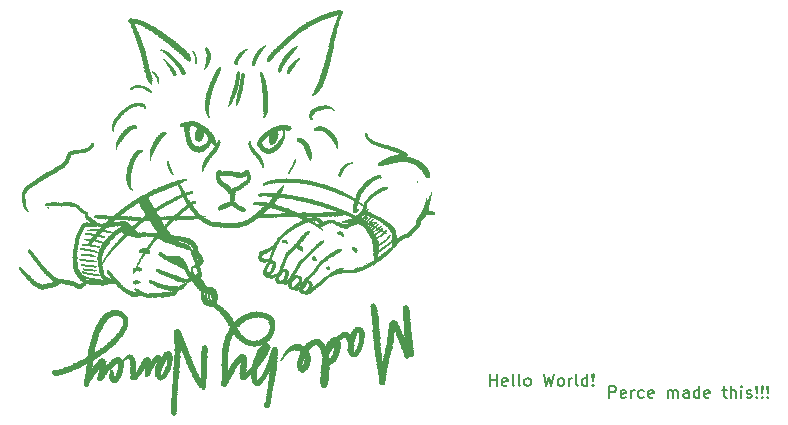
<source format=gto>
G04 #@! TF.GenerationSoftware,KiCad,Pcbnew,(5.1.5)-1*
G04 #@! TF.CreationDate,2021-04-16T13:39:06-04:00*
G04 #@! TF.ProjectId,intro-pcb,696e7472-6f2d-4706-9362-2e6b69636164,rev?*
G04 #@! TF.SameCoordinates,Original*
G04 #@! TF.FileFunction,Legend,Top*
G04 #@! TF.FilePolarity,Positive*
%FSLAX46Y46*%
G04 Gerber Fmt 4.6, Leading zero omitted, Abs format (unit mm)*
G04 Created by KiCad (PCBNEW (5.1.5)-1) date 2021-04-16 13:39:06*
%MOMM*%
%LPD*%
G04 APERTURE LIST*
%ADD10C,0.150000*%
%ADD11C,0.010000*%
%ADD12O,1.802000X2.802000*%
%ADD13C,1.852000*%
%ADD14C,4.089800*%
G04 APERTURE END LIST*
D10*
X-349614285Y-65476380D02*
X-349614285Y-64476380D01*
X-349233333Y-64476380D01*
X-349138095Y-64524000D01*
X-349090476Y-64571619D01*
X-349042857Y-64666857D01*
X-349042857Y-64809714D01*
X-349090476Y-64904952D01*
X-349138095Y-64952571D01*
X-349233333Y-65000190D01*
X-349614285Y-65000190D01*
X-348233333Y-65428761D02*
X-348328571Y-65476380D01*
X-348519047Y-65476380D01*
X-348614285Y-65428761D01*
X-348661904Y-65333523D01*
X-348661904Y-64952571D01*
X-348614285Y-64857333D01*
X-348519047Y-64809714D01*
X-348328571Y-64809714D01*
X-348233333Y-64857333D01*
X-348185714Y-64952571D01*
X-348185714Y-65047809D01*
X-348661904Y-65143047D01*
X-347757142Y-65476380D02*
X-347757142Y-64809714D01*
X-347757142Y-65000190D02*
X-347709523Y-64904952D01*
X-347661904Y-64857333D01*
X-347566666Y-64809714D01*
X-347471428Y-64809714D01*
X-346709523Y-65428761D02*
X-346804761Y-65476380D01*
X-346995238Y-65476380D01*
X-347090476Y-65428761D01*
X-347138095Y-65381142D01*
X-347185714Y-65285904D01*
X-347185714Y-65000190D01*
X-347138095Y-64904952D01*
X-347090476Y-64857333D01*
X-346995238Y-64809714D01*
X-346804761Y-64809714D01*
X-346709523Y-64857333D01*
X-345900000Y-65428761D02*
X-345995238Y-65476380D01*
X-346185714Y-65476380D01*
X-346280952Y-65428761D01*
X-346328571Y-65333523D01*
X-346328571Y-64952571D01*
X-346280952Y-64857333D01*
X-346185714Y-64809714D01*
X-345995238Y-64809714D01*
X-345900000Y-64857333D01*
X-345852380Y-64952571D01*
X-345852380Y-65047809D01*
X-346328571Y-65143047D01*
X-344661904Y-65476380D02*
X-344661904Y-64809714D01*
X-344661904Y-64904952D02*
X-344614285Y-64857333D01*
X-344519047Y-64809714D01*
X-344376190Y-64809714D01*
X-344280952Y-64857333D01*
X-344233333Y-64952571D01*
X-344233333Y-65476380D01*
X-344233333Y-64952571D02*
X-344185714Y-64857333D01*
X-344090476Y-64809714D01*
X-343947619Y-64809714D01*
X-343852380Y-64857333D01*
X-343804761Y-64952571D01*
X-343804761Y-65476380D01*
X-342900000Y-65476380D02*
X-342900000Y-64952571D01*
X-342947619Y-64857333D01*
X-343042857Y-64809714D01*
X-343233333Y-64809714D01*
X-343328571Y-64857333D01*
X-342900000Y-65428761D02*
X-342995238Y-65476380D01*
X-343233333Y-65476380D01*
X-343328571Y-65428761D01*
X-343376190Y-65333523D01*
X-343376190Y-65238285D01*
X-343328571Y-65143047D01*
X-343233333Y-65095428D01*
X-342995238Y-65095428D01*
X-342900000Y-65047809D01*
X-341995238Y-65476380D02*
X-341995238Y-64476380D01*
X-341995238Y-65428761D02*
X-342090476Y-65476380D01*
X-342280952Y-65476380D01*
X-342376190Y-65428761D01*
X-342423809Y-65381142D01*
X-342471428Y-65285904D01*
X-342471428Y-65000190D01*
X-342423809Y-64904952D01*
X-342376190Y-64857333D01*
X-342280952Y-64809714D01*
X-342090476Y-64809714D01*
X-341995238Y-64857333D01*
X-341138095Y-65428761D02*
X-341233333Y-65476380D01*
X-341423809Y-65476380D01*
X-341519047Y-65428761D01*
X-341566666Y-65333523D01*
X-341566666Y-64952571D01*
X-341519047Y-64857333D01*
X-341423809Y-64809714D01*
X-341233333Y-64809714D01*
X-341138095Y-64857333D01*
X-341090476Y-64952571D01*
X-341090476Y-65047809D01*
X-341566666Y-65143047D01*
X-340042857Y-64809714D02*
X-339661904Y-64809714D01*
X-339900000Y-64476380D02*
X-339900000Y-65333523D01*
X-339852380Y-65428761D01*
X-339757142Y-65476380D01*
X-339661904Y-65476380D01*
X-339328571Y-65476380D02*
X-339328571Y-64476380D01*
X-338900000Y-65476380D02*
X-338900000Y-64952571D01*
X-338947619Y-64857333D01*
X-339042857Y-64809714D01*
X-339185714Y-64809714D01*
X-339280952Y-64857333D01*
X-339328571Y-64904952D01*
X-338423809Y-65476380D02*
X-338423809Y-64809714D01*
X-338423809Y-64476380D02*
X-338471428Y-64524000D01*
X-338423809Y-64571619D01*
X-338376190Y-64524000D01*
X-338423809Y-64476380D01*
X-338423809Y-64571619D01*
X-337995238Y-65428761D02*
X-337900000Y-65476380D01*
X-337709523Y-65476380D01*
X-337614285Y-65428761D01*
X-337566666Y-65333523D01*
X-337566666Y-65285904D01*
X-337614285Y-65190666D01*
X-337709523Y-65143047D01*
X-337852380Y-65143047D01*
X-337947619Y-65095428D01*
X-337995238Y-65000190D01*
X-337995238Y-64952571D01*
X-337947619Y-64857333D01*
X-337852380Y-64809714D01*
X-337709523Y-64809714D01*
X-337614285Y-64857333D01*
X-337138095Y-65381142D02*
X-337090476Y-65428761D01*
X-337138095Y-65476380D01*
X-337185714Y-65428761D01*
X-337138095Y-65381142D01*
X-337138095Y-65476380D01*
X-337138095Y-65095428D02*
X-337185714Y-64524000D01*
X-337138095Y-64476380D01*
X-337090476Y-64524000D01*
X-337138095Y-65095428D01*
X-337138095Y-64476380D01*
X-336661904Y-65381142D02*
X-336614285Y-65428761D01*
X-336661904Y-65476380D01*
X-336709523Y-65428761D01*
X-336661904Y-65381142D01*
X-336661904Y-65476380D01*
X-336661904Y-65095428D02*
X-336709523Y-64524000D01*
X-336661904Y-64476380D01*
X-336614285Y-64524000D01*
X-336661904Y-65095428D01*
X-336661904Y-64476380D01*
X-336185714Y-65381142D02*
X-336138095Y-65428761D01*
X-336185714Y-65476380D01*
X-336233333Y-65428761D01*
X-336185714Y-65381142D01*
X-336185714Y-65476380D01*
X-336185714Y-65095428D02*
X-336233333Y-64524000D01*
X-336185714Y-64476380D01*
X-336138095Y-64524000D01*
X-336185714Y-65095428D01*
X-336185714Y-64476380D01*
X-359703142Y-64460380D02*
X-359703142Y-63460380D01*
X-359703142Y-63936571D02*
X-359131714Y-63936571D01*
X-359131714Y-64460380D02*
X-359131714Y-63460380D01*
X-358274571Y-64412761D02*
X-358369809Y-64460380D01*
X-358560285Y-64460380D01*
X-358655523Y-64412761D01*
X-358703142Y-64317523D01*
X-358703142Y-63936571D01*
X-358655523Y-63841333D01*
X-358560285Y-63793714D01*
X-358369809Y-63793714D01*
X-358274571Y-63841333D01*
X-358226952Y-63936571D01*
X-358226952Y-64031809D01*
X-358703142Y-64127047D01*
X-357655523Y-64460380D02*
X-357750761Y-64412761D01*
X-357798380Y-64317523D01*
X-357798380Y-63460380D01*
X-357131714Y-64460380D02*
X-357226952Y-64412761D01*
X-357274571Y-64317523D01*
X-357274571Y-63460380D01*
X-356607904Y-64460380D02*
X-356703142Y-64412761D01*
X-356750761Y-64365142D01*
X-356798380Y-64269904D01*
X-356798380Y-63984190D01*
X-356750761Y-63888952D01*
X-356703142Y-63841333D01*
X-356607904Y-63793714D01*
X-356465047Y-63793714D01*
X-356369809Y-63841333D01*
X-356322190Y-63888952D01*
X-356274571Y-63984190D01*
X-356274571Y-64269904D01*
X-356322190Y-64365142D01*
X-356369809Y-64412761D01*
X-356465047Y-64460380D01*
X-356607904Y-64460380D01*
X-355179333Y-63460380D02*
X-354941238Y-64460380D01*
X-354750761Y-63746095D01*
X-354560285Y-64460380D01*
X-354322190Y-63460380D01*
X-353798380Y-64460380D02*
X-353893619Y-64412761D01*
X-353941238Y-64365142D01*
X-353988857Y-64269904D01*
X-353988857Y-63984190D01*
X-353941238Y-63888952D01*
X-353893619Y-63841333D01*
X-353798380Y-63793714D01*
X-353655523Y-63793714D01*
X-353560285Y-63841333D01*
X-353512666Y-63888952D01*
X-353465047Y-63984190D01*
X-353465047Y-64269904D01*
X-353512666Y-64365142D01*
X-353560285Y-64412761D01*
X-353655523Y-64460380D01*
X-353798380Y-64460380D01*
X-353036476Y-64460380D02*
X-353036476Y-63793714D01*
X-353036476Y-63984190D02*
X-352988857Y-63888952D01*
X-352941238Y-63841333D01*
X-352846000Y-63793714D01*
X-352750761Y-63793714D01*
X-352274571Y-64460380D02*
X-352369809Y-64412761D01*
X-352417428Y-64317523D01*
X-352417428Y-63460380D01*
X-351465047Y-64460380D02*
X-351465047Y-63460380D01*
X-351465047Y-64412761D02*
X-351560285Y-64460380D01*
X-351750761Y-64460380D01*
X-351846000Y-64412761D01*
X-351893619Y-64365142D01*
X-351941238Y-64269904D01*
X-351941238Y-63984190D01*
X-351893619Y-63888952D01*
X-351846000Y-63841333D01*
X-351750761Y-63793714D01*
X-351560285Y-63793714D01*
X-351465047Y-63841333D01*
X-350988857Y-64365142D02*
X-350941238Y-64412761D01*
X-350988857Y-64460380D01*
X-351036476Y-64412761D01*
X-350988857Y-64365142D01*
X-350988857Y-64460380D01*
X-350988857Y-64079428D02*
X-351036476Y-63508000D01*
X-350988857Y-63460380D01*
X-350941238Y-63508000D01*
X-350988857Y-64079428D01*
X-350988857Y-63460380D01*
D11*
G36*
X-394260689Y-52811940D02*
G01*
X-394188352Y-52818315D01*
X-394108626Y-52829498D01*
X-394107080Y-52829753D01*
X-394065842Y-52834902D01*
X-394027291Y-52836958D01*
X-394007597Y-52836189D01*
X-393979908Y-52835920D01*
X-393961053Y-52840899D01*
X-393960350Y-52841414D01*
X-393942950Y-52848831D01*
X-393914342Y-52855511D01*
X-393906375Y-52856768D01*
X-393871542Y-52861967D01*
X-393827844Y-52868850D01*
X-393800542Y-52873310D01*
X-393753524Y-52880996D01*
X-393700012Y-52889554D01*
X-393666883Y-52894751D01*
X-393625851Y-52902073D01*
X-393589392Y-52910217D01*
X-393568298Y-52916442D01*
X-393535998Y-52924622D01*
X-393506166Y-52927714D01*
X-393473882Y-52931963D01*
X-393437123Y-52941862D01*
X-393430125Y-52944390D01*
X-393394283Y-52956547D01*
X-393350888Y-52969178D01*
X-393329584Y-52974647D01*
X-393299012Y-52982601D01*
X-393266230Y-52992529D01*
X-393226854Y-53005920D01*
X-393176499Y-53024265D01*
X-393112625Y-53048350D01*
X-393073268Y-53065029D01*
X-393035437Y-53083920D01*
X-393003527Y-53102456D01*
X-392981930Y-53118066D01*
X-392975038Y-53128179D01*
X-392975275Y-53128710D01*
X-392981031Y-53134982D01*
X-392991395Y-53137100D01*
X-393011417Y-53134936D01*
X-393046143Y-53128358D01*
X-393054417Y-53126681D01*
X-393156256Y-53105435D01*
X-393239004Y-53086999D01*
X-393304487Y-53070941D01*
X-393354533Y-53056830D01*
X-393366625Y-53052973D01*
X-393404864Y-53041196D01*
X-393438690Y-53032188D01*
X-393456584Y-53028579D01*
X-393479930Y-53024461D01*
X-393516180Y-53016927D01*
X-393557672Y-53007574D01*
X-393559507Y-53007143D01*
X-393598105Y-52999297D01*
X-393629083Y-52995246D01*
X-393646391Y-52995749D01*
X-393647283Y-52996164D01*
X-393663792Y-52996135D01*
X-393674262Y-52990152D01*
X-393689882Y-52982096D01*
X-393696053Y-52983274D01*
X-393709232Y-52984288D01*
X-393730193Y-52978440D01*
X-393754980Y-52971402D01*
X-393792459Y-52963691D01*
X-393832292Y-52957306D01*
X-393874407Y-52951505D01*
X-393908842Y-52946708D01*
X-393943925Y-52941740D01*
X-393987986Y-52935427D01*
X-394012209Y-52931943D01*
X-394047920Y-52927039D01*
X-394080050Y-52922994D01*
X-394083646Y-52922581D01*
X-394105762Y-52919555D01*
X-394115396Y-52917318D01*
X-394126551Y-52915118D01*
X-394151147Y-52912067D01*
X-394160375Y-52911106D01*
X-394221177Y-52904783D01*
X-394266721Y-52899270D01*
X-394302851Y-52893711D01*
X-394335409Y-52887254D01*
X-394356066Y-52882496D01*
X-394394625Y-52869517D01*
X-394415554Y-52854104D01*
X-394417704Y-52837808D01*
X-394400500Y-52822486D01*
X-394370049Y-52813945D01*
X-394322350Y-52810457D01*
X-394260689Y-52811940D01*
G37*
X-394260689Y-52811940D02*
X-394188352Y-52818315D01*
X-394108626Y-52829498D01*
X-394107080Y-52829753D01*
X-394065842Y-52834902D01*
X-394027291Y-52836958D01*
X-394007597Y-52836189D01*
X-393979908Y-52835920D01*
X-393961053Y-52840899D01*
X-393960350Y-52841414D01*
X-393942950Y-52848831D01*
X-393914342Y-52855511D01*
X-393906375Y-52856768D01*
X-393871542Y-52861967D01*
X-393827844Y-52868850D01*
X-393800542Y-52873310D01*
X-393753524Y-52880996D01*
X-393700012Y-52889554D01*
X-393666883Y-52894751D01*
X-393625851Y-52902073D01*
X-393589392Y-52910217D01*
X-393568298Y-52916442D01*
X-393535998Y-52924622D01*
X-393506166Y-52927714D01*
X-393473882Y-52931963D01*
X-393437123Y-52941862D01*
X-393430125Y-52944390D01*
X-393394283Y-52956547D01*
X-393350888Y-52969178D01*
X-393329584Y-52974647D01*
X-393299012Y-52982601D01*
X-393266230Y-52992529D01*
X-393226854Y-53005920D01*
X-393176499Y-53024265D01*
X-393112625Y-53048350D01*
X-393073268Y-53065029D01*
X-393035437Y-53083920D01*
X-393003527Y-53102456D01*
X-392981930Y-53118066D01*
X-392975038Y-53128179D01*
X-392975275Y-53128710D01*
X-392981031Y-53134982D01*
X-392991395Y-53137100D01*
X-393011417Y-53134936D01*
X-393046143Y-53128358D01*
X-393054417Y-53126681D01*
X-393156256Y-53105435D01*
X-393239004Y-53086999D01*
X-393304487Y-53070941D01*
X-393354533Y-53056830D01*
X-393366625Y-53052973D01*
X-393404864Y-53041196D01*
X-393438690Y-53032188D01*
X-393456584Y-53028579D01*
X-393479930Y-53024461D01*
X-393516180Y-53016927D01*
X-393557672Y-53007574D01*
X-393559507Y-53007143D01*
X-393598105Y-52999297D01*
X-393629083Y-52995246D01*
X-393646391Y-52995749D01*
X-393647283Y-52996164D01*
X-393663792Y-52996135D01*
X-393674262Y-52990152D01*
X-393689882Y-52982096D01*
X-393696053Y-52983274D01*
X-393709232Y-52984288D01*
X-393730193Y-52978440D01*
X-393754980Y-52971402D01*
X-393792459Y-52963691D01*
X-393832292Y-52957306D01*
X-393874407Y-52951505D01*
X-393908842Y-52946708D01*
X-393943925Y-52941740D01*
X-393987986Y-52935427D01*
X-394012209Y-52931943D01*
X-394047920Y-52927039D01*
X-394080050Y-52922994D01*
X-394083646Y-52922581D01*
X-394105762Y-52919555D01*
X-394115396Y-52917318D01*
X-394126551Y-52915118D01*
X-394151147Y-52912067D01*
X-394160375Y-52911106D01*
X-394221177Y-52904783D01*
X-394266721Y-52899270D01*
X-394302851Y-52893711D01*
X-394335409Y-52887254D01*
X-394356066Y-52882496D01*
X-394394625Y-52869517D01*
X-394415554Y-52854104D01*
X-394417704Y-52837808D01*
X-394400500Y-52822486D01*
X-394370049Y-52813945D01*
X-394322350Y-52810457D01*
X-394260689Y-52811940D01*
G36*
X-394187824Y-53281456D02*
G01*
X-394115046Y-53282281D01*
X-394047236Y-53283693D01*
X-393985102Y-53285934D01*
X-393932324Y-53288795D01*
X-393892578Y-53292069D01*
X-393869544Y-53295548D01*
X-393867163Y-53296289D01*
X-393835532Y-53302913D01*
X-393803663Y-53302887D01*
X-393769650Y-53302779D01*
X-393731903Y-53308374D01*
X-393726884Y-53309627D01*
X-393690979Y-53317075D01*
X-393647288Y-53323279D01*
X-393626343Y-53325291D01*
X-393584553Y-53330860D01*
X-393534535Y-53340898D01*
X-393493625Y-53351426D01*
X-393449506Y-53364220D01*
X-393406955Y-53376356D01*
X-393377209Y-53384651D01*
X-393338724Y-53396152D01*
X-393294028Y-53411060D01*
X-393247441Y-53427728D01*
X-393203282Y-53444510D01*
X-393165873Y-53459759D01*
X-393139533Y-53471829D01*
X-393128583Y-53479073D01*
X-393128500Y-53479436D01*
X-393131127Y-53483797D01*
X-393140939Y-53486024D01*
X-393160832Y-53486012D01*
X-393193705Y-53483655D01*
X-393242455Y-53478846D01*
X-393292542Y-53473415D01*
X-393338330Y-53467821D01*
X-393376424Y-53462182D01*
X-393401763Y-53457301D01*
X-393408959Y-53454940D01*
X-393425528Y-53450577D01*
X-393453970Y-53447947D01*
X-393463963Y-53447673D01*
X-393497544Y-53444667D01*
X-393525119Y-53437838D01*
X-393529680Y-53435778D01*
X-393549902Y-53427441D01*
X-393559343Y-53426203D01*
X-393575642Y-53424312D01*
X-393583584Y-53421680D01*
X-393592610Y-53418717D01*
X-393606108Y-53415878D01*
X-393627611Y-53412679D01*
X-393660651Y-53408635D01*
X-393708762Y-53403264D01*
X-393752917Y-53398496D01*
X-393816925Y-53390395D01*
X-393874280Y-53380841D01*
X-393901084Y-53375155D01*
X-393916691Y-53373537D01*
X-393949461Y-53371527D01*
X-393995397Y-53369324D01*
X-394050502Y-53367128D01*
X-394086292Y-53365897D01*
X-394180085Y-53361557D01*
X-394253477Y-53355165D01*
X-394307151Y-53346544D01*
X-394341789Y-53335519D01*
X-394358075Y-53321912D01*
X-394356691Y-53305548D01*
X-394350792Y-53297574D01*
X-394343355Y-53291433D01*
X-394331839Y-53286921D01*
X-394313386Y-53283853D01*
X-394285138Y-53282043D01*
X-394244237Y-53281306D01*
X-394187824Y-53281456D01*
G37*
X-394187824Y-53281456D02*
X-394115046Y-53282281D01*
X-394047236Y-53283693D01*
X-393985102Y-53285934D01*
X-393932324Y-53288795D01*
X-393892578Y-53292069D01*
X-393869544Y-53295548D01*
X-393867163Y-53296289D01*
X-393835532Y-53302913D01*
X-393803663Y-53302887D01*
X-393769650Y-53302779D01*
X-393731903Y-53308374D01*
X-393726884Y-53309627D01*
X-393690979Y-53317075D01*
X-393647288Y-53323279D01*
X-393626343Y-53325291D01*
X-393584553Y-53330860D01*
X-393534535Y-53340898D01*
X-393493625Y-53351426D01*
X-393449506Y-53364220D01*
X-393406955Y-53376356D01*
X-393377209Y-53384651D01*
X-393338724Y-53396152D01*
X-393294028Y-53411060D01*
X-393247441Y-53427728D01*
X-393203282Y-53444510D01*
X-393165873Y-53459759D01*
X-393139533Y-53471829D01*
X-393128583Y-53479073D01*
X-393128500Y-53479436D01*
X-393131127Y-53483797D01*
X-393140939Y-53486024D01*
X-393160832Y-53486012D01*
X-393193705Y-53483655D01*
X-393242455Y-53478846D01*
X-393292542Y-53473415D01*
X-393338330Y-53467821D01*
X-393376424Y-53462182D01*
X-393401763Y-53457301D01*
X-393408959Y-53454940D01*
X-393425528Y-53450577D01*
X-393453970Y-53447947D01*
X-393463963Y-53447673D01*
X-393497544Y-53444667D01*
X-393525119Y-53437838D01*
X-393529680Y-53435778D01*
X-393549902Y-53427441D01*
X-393559343Y-53426203D01*
X-393575642Y-53424312D01*
X-393583584Y-53421680D01*
X-393592610Y-53418717D01*
X-393606108Y-53415878D01*
X-393627611Y-53412679D01*
X-393660651Y-53408635D01*
X-393708762Y-53403264D01*
X-393752917Y-53398496D01*
X-393816925Y-53390395D01*
X-393874280Y-53380841D01*
X-393901084Y-53375155D01*
X-393916691Y-53373537D01*
X-393949461Y-53371527D01*
X-393995397Y-53369324D01*
X-394050502Y-53367128D01*
X-394086292Y-53365897D01*
X-394180085Y-53361557D01*
X-394253477Y-53355165D01*
X-394307151Y-53346544D01*
X-394341789Y-53335519D01*
X-394358075Y-53321912D01*
X-394356691Y-53305548D01*
X-394350792Y-53297574D01*
X-394343355Y-53291433D01*
X-394331839Y-53286921D01*
X-394313386Y-53283853D01*
X-394285138Y-53282043D01*
X-394244237Y-53281306D01*
X-394187824Y-53281456D01*
G36*
X-394498800Y-53690490D02*
G01*
X-394497864Y-53690878D01*
X-394470251Y-53700731D01*
X-394449703Y-53705559D01*
X-394424534Y-53711142D01*
X-394412661Y-53715218D01*
X-394389537Y-53721072D01*
X-394357401Y-53725553D01*
X-394350875Y-53726102D01*
X-394271204Y-53732147D01*
X-394209809Y-53737328D01*
X-394163832Y-53741957D01*
X-394130415Y-53746346D01*
X-394106699Y-53750807D01*
X-394094437Y-53754110D01*
X-394068515Y-53759830D01*
X-394051438Y-53759314D01*
X-394050677Y-53758923D01*
X-394036996Y-53757973D01*
X-394006847Y-53759771D01*
X-393964697Y-53763947D01*
X-393915533Y-53770063D01*
X-393863080Y-53777068D01*
X-393815488Y-53783209D01*
X-393778298Y-53787784D01*
X-393758209Y-53789990D01*
X-393730859Y-53793405D01*
X-393692018Y-53799362D01*
X-393657667Y-53805236D01*
X-393611251Y-53812777D01*
X-393563789Y-53819232D01*
X-393535959Y-53822225D01*
X-393485374Y-53827770D01*
X-393426984Y-53836001D01*
X-393364218Y-53846225D01*
X-393300504Y-53857752D01*
X-393239269Y-53869889D01*
X-393183943Y-53881946D01*
X-393137953Y-53893231D01*
X-393104727Y-53903052D01*
X-393087693Y-53910718D01*
X-393086178Y-53912944D01*
X-393095941Y-53917869D01*
X-393121994Y-53922608D01*
X-393159462Y-53926867D01*
X-393203470Y-53930354D01*
X-393249142Y-53932774D01*
X-393291601Y-53933833D01*
X-393325973Y-53933239D01*
X-393347382Y-53930698D01*
X-393351411Y-53928912D01*
X-393363373Y-53926244D01*
X-393391271Y-53922754D01*
X-393429926Y-53919054D01*
X-393446000Y-53917748D01*
X-393490922Y-53914048D01*
X-393530533Y-53910393D01*
X-393557903Y-53907433D01*
X-393562417Y-53906819D01*
X-393589616Y-53902722D01*
X-393625295Y-53897316D01*
X-393636500Y-53895613D01*
X-393672263Y-53890187D01*
X-393703539Y-53885464D01*
X-393710584Y-53884406D01*
X-393737227Y-53880958D01*
X-393773393Y-53876907D01*
X-393788686Y-53875345D01*
X-393825794Y-53871053D01*
X-393858573Y-53866235D01*
X-393868061Y-53864474D01*
X-393904940Y-53858246D01*
X-393953981Y-53851852D01*
X-394006218Y-53846368D01*
X-394043959Y-53843380D01*
X-394073492Y-53840456D01*
X-394116478Y-53834923D01*
X-394165513Y-53827765D01*
X-394186834Y-53824397D01*
X-394232844Y-53817240D01*
X-394272743Y-53811579D01*
X-394300677Y-53808219D01*
X-394308542Y-53807648D01*
X-394339227Y-53804346D01*
X-394379747Y-53796630D01*
X-394422809Y-53786290D01*
X-394461118Y-53775113D01*
X-394487381Y-53764889D01*
X-394490795Y-53762960D01*
X-394508278Y-53746275D01*
X-394523998Y-53722731D01*
X-394534025Y-53699627D01*
X-394534429Y-53684260D01*
X-394533684Y-53683322D01*
X-394521357Y-53683302D01*
X-394498800Y-53690490D01*
G37*
X-394498800Y-53690490D02*
X-394497864Y-53690878D01*
X-394470251Y-53700731D01*
X-394449703Y-53705559D01*
X-394424534Y-53711142D01*
X-394412661Y-53715218D01*
X-394389537Y-53721072D01*
X-394357401Y-53725553D01*
X-394350875Y-53726102D01*
X-394271204Y-53732147D01*
X-394209809Y-53737328D01*
X-394163832Y-53741957D01*
X-394130415Y-53746346D01*
X-394106699Y-53750807D01*
X-394094437Y-53754110D01*
X-394068515Y-53759830D01*
X-394051438Y-53759314D01*
X-394050677Y-53758923D01*
X-394036996Y-53757973D01*
X-394006847Y-53759771D01*
X-393964697Y-53763947D01*
X-393915533Y-53770063D01*
X-393863080Y-53777068D01*
X-393815488Y-53783209D01*
X-393778298Y-53787784D01*
X-393758209Y-53789990D01*
X-393730859Y-53793405D01*
X-393692018Y-53799362D01*
X-393657667Y-53805236D01*
X-393611251Y-53812777D01*
X-393563789Y-53819232D01*
X-393535959Y-53822225D01*
X-393485374Y-53827770D01*
X-393426984Y-53836001D01*
X-393364218Y-53846225D01*
X-393300504Y-53857752D01*
X-393239269Y-53869889D01*
X-393183943Y-53881946D01*
X-393137953Y-53893231D01*
X-393104727Y-53903052D01*
X-393087693Y-53910718D01*
X-393086178Y-53912944D01*
X-393095941Y-53917869D01*
X-393121994Y-53922608D01*
X-393159462Y-53926867D01*
X-393203470Y-53930354D01*
X-393249142Y-53932774D01*
X-393291601Y-53933833D01*
X-393325973Y-53933239D01*
X-393347382Y-53930698D01*
X-393351411Y-53928912D01*
X-393363373Y-53926244D01*
X-393391271Y-53922754D01*
X-393429926Y-53919054D01*
X-393446000Y-53917748D01*
X-393490922Y-53914048D01*
X-393530533Y-53910393D01*
X-393557903Y-53907433D01*
X-393562417Y-53906819D01*
X-393589616Y-53902722D01*
X-393625295Y-53897316D01*
X-393636500Y-53895613D01*
X-393672263Y-53890187D01*
X-393703539Y-53885464D01*
X-393710584Y-53884406D01*
X-393737227Y-53880958D01*
X-393773393Y-53876907D01*
X-393788686Y-53875345D01*
X-393825794Y-53871053D01*
X-393858573Y-53866235D01*
X-393868061Y-53864474D01*
X-393904940Y-53858246D01*
X-393953981Y-53851852D01*
X-394006218Y-53846368D01*
X-394043959Y-53843380D01*
X-394073492Y-53840456D01*
X-394116478Y-53834923D01*
X-394165513Y-53827765D01*
X-394186834Y-53824397D01*
X-394232844Y-53817240D01*
X-394272743Y-53811579D01*
X-394300677Y-53808219D01*
X-394308542Y-53807648D01*
X-394339227Y-53804346D01*
X-394379747Y-53796630D01*
X-394422809Y-53786290D01*
X-394461118Y-53775113D01*
X-394487381Y-53764889D01*
X-394490795Y-53762960D01*
X-394508278Y-53746275D01*
X-394523998Y-53722731D01*
X-394534025Y-53699627D01*
X-394534429Y-53684260D01*
X-394533684Y-53683322D01*
X-394521357Y-53683302D01*
X-394498800Y-53690490D01*
G36*
X-394315548Y-54151569D02*
G01*
X-394312000Y-54153552D01*
X-394270838Y-54169883D01*
X-394216914Y-54181480D01*
X-394158356Y-54187040D01*
X-394110105Y-54185963D01*
X-394093549Y-54186138D01*
X-394061083Y-54187689D01*
X-394017894Y-54190277D01*
X-393969171Y-54193560D01*
X-393920099Y-54197199D01*
X-393875866Y-54200852D01*
X-393857524Y-54202545D01*
X-393820174Y-54208063D01*
X-393786439Y-54216074D01*
X-393778563Y-54218725D01*
X-393749450Y-54225377D01*
X-393726790Y-54224737D01*
X-393706725Y-54224008D01*
X-393672267Y-54226826D01*
X-393629779Y-54232603D01*
X-393615252Y-54235029D01*
X-393567829Y-54242935D01*
X-393522855Y-54249765D01*
X-393488566Y-54254283D01*
X-393483042Y-54254866D01*
X-393452278Y-54258325D01*
X-393408872Y-54263792D01*
X-393361126Y-54270213D01*
X-393350750Y-54271665D01*
X-393288798Y-54280286D01*
X-393242234Y-54286366D01*
X-393205514Y-54290488D01*
X-393173090Y-54293236D01*
X-393139418Y-54295193D01*
X-393117938Y-54296161D01*
X-393078300Y-54299138D01*
X-393055824Y-54304585D01*
X-393046548Y-54313581D01*
X-393045952Y-54315774D01*
X-393052700Y-54331275D01*
X-393076849Y-54344433D01*
X-393114719Y-54354775D01*
X-393162627Y-54361827D01*
X-393216891Y-54365118D01*
X-393273829Y-54364174D01*
X-393329761Y-54358524D01*
X-393350750Y-54354895D01*
X-393386126Y-54349361D01*
X-393432401Y-54343987D01*
X-393477750Y-54340077D01*
X-393535593Y-54335532D01*
X-393592850Y-54330028D01*
X-393645259Y-54324084D01*
X-393688557Y-54318217D01*
X-393718480Y-54312944D01*
X-393730016Y-54309446D01*
X-393744278Y-54306213D01*
X-393774436Y-54302540D01*
X-393815248Y-54299006D01*
X-393838939Y-54297416D01*
X-393898061Y-54292691D01*
X-393963566Y-54285702D01*
X-394022741Y-54277832D01*
X-394031063Y-54276537D01*
X-394074532Y-54270492D01*
X-394111045Y-54267077D01*
X-394134835Y-54266766D01*
X-394139543Y-54267634D01*
X-394162129Y-54268865D01*
X-394173605Y-54265704D01*
X-394198093Y-54257745D01*
X-394208000Y-54255809D01*
X-394265561Y-54244089D01*
X-394313104Y-54225673D01*
X-394347357Y-54202430D01*
X-394365045Y-54176229D01*
X-394366750Y-54165183D01*
X-394361476Y-54144292D01*
X-394344823Y-54139842D01*
X-394315548Y-54151569D01*
G37*
X-394315548Y-54151569D02*
X-394312000Y-54153552D01*
X-394270838Y-54169883D01*
X-394216914Y-54181480D01*
X-394158356Y-54187040D01*
X-394110105Y-54185963D01*
X-394093549Y-54186138D01*
X-394061083Y-54187689D01*
X-394017894Y-54190277D01*
X-393969171Y-54193560D01*
X-393920099Y-54197199D01*
X-393875866Y-54200852D01*
X-393857524Y-54202545D01*
X-393820174Y-54208063D01*
X-393786439Y-54216074D01*
X-393778563Y-54218725D01*
X-393749450Y-54225377D01*
X-393726790Y-54224737D01*
X-393706725Y-54224008D01*
X-393672267Y-54226826D01*
X-393629779Y-54232603D01*
X-393615252Y-54235029D01*
X-393567829Y-54242935D01*
X-393522855Y-54249765D01*
X-393488566Y-54254283D01*
X-393483042Y-54254866D01*
X-393452278Y-54258325D01*
X-393408872Y-54263792D01*
X-393361126Y-54270213D01*
X-393350750Y-54271665D01*
X-393288798Y-54280286D01*
X-393242234Y-54286366D01*
X-393205514Y-54290488D01*
X-393173090Y-54293236D01*
X-393139418Y-54295193D01*
X-393117938Y-54296161D01*
X-393078300Y-54299138D01*
X-393055824Y-54304585D01*
X-393046548Y-54313581D01*
X-393045952Y-54315774D01*
X-393052700Y-54331275D01*
X-393076849Y-54344433D01*
X-393114719Y-54354775D01*
X-393162627Y-54361827D01*
X-393216891Y-54365118D01*
X-393273829Y-54364174D01*
X-393329761Y-54358524D01*
X-393350750Y-54354895D01*
X-393386126Y-54349361D01*
X-393432401Y-54343987D01*
X-393477750Y-54340077D01*
X-393535593Y-54335532D01*
X-393592850Y-54330028D01*
X-393645259Y-54324084D01*
X-393688557Y-54318217D01*
X-393718480Y-54312944D01*
X-393730016Y-54309446D01*
X-393744278Y-54306213D01*
X-393774436Y-54302540D01*
X-393815248Y-54299006D01*
X-393838939Y-54297416D01*
X-393898061Y-54292691D01*
X-393963566Y-54285702D01*
X-394022741Y-54277832D01*
X-394031063Y-54276537D01*
X-394074532Y-54270492D01*
X-394111045Y-54267077D01*
X-394134835Y-54266766D01*
X-394139543Y-54267634D01*
X-394162129Y-54268865D01*
X-394173605Y-54265704D01*
X-394198093Y-54257745D01*
X-394208000Y-54255809D01*
X-394265561Y-54244089D01*
X-394313104Y-54225673D01*
X-394347357Y-54202430D01*
X-394365045Y-54176229D01*
X-394366750Y-54165183D01*
X-394361476Y-54144292D01*
X-394344823Y-54139842D01*
X-394315548Y-54151569D01*
G36*
X-394166286Y-54525002D02*
G01*
X-394144556Y-54532354D01*
X-394111695Y-54539122D01*
X-394095544Y-54541408D01*
X-394058885Y-54545877D01*
X-394026853Y-54549942D01*
X-394017500Y-54551188D01*
X-393807993Y-54574712D01*
X-393673542Y-54583708D01*
X-393620280Y-54586970D01*
X-393571651Y-54591340D01*
X-393533347Y-54596221D01*
X-393512353Y-54600575D01*
X-393486059Y-54606233D01*
X-393468184Y-54605263D01*
X-393467374Y-54604836D01*
X-393449413Y-54603271D01*
X-393445358Y-54605105D01*
X-393428961Y-54609740D01*
X-393399436Y-54613941D01*
X-393379212Y-54615689D01*
X-393335359Y-54619004D01*
X-393290596Y-54622990D01*
X-393276667Y-54624398D01*
X-393241121Y-54627783D01*
X-393194842Y-54631675D01*
X-393150787Y-54635015D01*
X-393100457Y-54640239D01*
X-393070420Y-54647599D01*
X-393059868Y-54657558D01*
X-393067993Y-54670579D01*
X-393077098Y-54677282D01*
X-393095432Y-54683745D01*
X-393127212Y-54690095D01*
X-393166498Y-54695692D01*
X-393207351Y-54699900D01*
X-393243832Y-54702080D01*
X-393270000Y-54701595D01*
X-393279384Y-54699005D01*
X-393290793Y-54696700D01*
X-393318212Y-54693558D01*
X-393356531Y-54690132D01*
X-393372365Y-54688909D01*
X-393419077Y-54685453D01*
X-393462314Y-54682256D01*
X-393494149Y-54679904D01*
X-393498917Y-54679553D01*
X-393565591Y-54674332D01*
X-393636947Y-54668229D01*
X-393708372Y-54661689D01*
X-393775254Y-54655156D01*
X-393832983Y-54649074D01*
X-393876946Y-54643888D01*
X-393894599Y-54641423D01*
X-393929370Y-54637084D01*
X-393955601Y-54635797D01*
X-393965822Y-54637223D01*
X-393980292Y-54637306D01*
X-394007023Y-54631305D01*
X-394023362Y-54626226D01*
X-394053542Y-54617633D01*
X-394075436Y-54614402D01*
X-394081053Y-54615323D01*
X-394093928Y-54613527D01*
X-394096769Y-54610172D01*
X-394112113Y-54600453D01*
X-394119713Y-54599416D01*
X-394139704Y-54595070D01*
X-394167531Y-54584402D01*
X-394172005Y-54582335D01*
X-394198581Y-54564754D01*
X-394207862Y-54543640D01*
X-394208000Y-54540002D01*
X-394203333Y-54519642D01*
X-394187954Y-54516094D01*
X-394166286Y-54525002D01*
G37*
X-394166286Y-54525002D02*
X-394144556Y-54532354D01*
X-394111695Y-54539122D01*
X-394095544Y-54541408D01*
X-394058885Y-54545877D01*
X-394026853Y-54549942D01*
X-394017500Y-54551188D01*
X-393807993Y-54574712D01*
X-393673542Y-54583708D01*
X-393620280Y-54586970D01*
X-393571651Y-54591340D01*
X-393533347Y-54596221D01*
X-393512353Y-54600575D01*
X-393486059Y-54606233D01*
X-393468184Y-54605263D01*
X-393467374Y-54604836D01*
X-393449413Y-54603271D01*
X-393445358Y-54605105D01*
X-393428961Y-54609740D01*
X-393399436Y-54613941D01*
X-393379212Y-54615689D01*
X-393335359Y-54619004D01*
X-393290596Y-54622990D01*
X-393276667Y-54624398D01*
X-393241121Y-54627783D01*
X-393194842Y-54631675D01*
X-393150787Y-54635015D01*
X-393100457Y-54640239D01*
X-393070420Y-54647599D01*
X-393059868Y-54657558D01*
X-393067993Y-54670579D01*
X-393077098Y-54677282D01*
X-393095432Y-54683745D01*
X-393127212Y-54690095D01*
X-393166498Y-54695692D01*
X-393207351Y-54699900D01*
X-393243832Y-54702080D01*
X-393270000Y-54701595D01*
X-393279384Y-54699005D01*
X-393290793Y-54696700D01*
X-393318212Y-54693558D01*
X-393356531Y-54690132D01*
X-393372365Y-54688909D01*
X-393419077Y-54685453D01*
X-393462314Y-54682256D01*
X-393494149Y-54679904D01*
X-393498917Y-54679553D01*
X-393565591Y-54674332D01*
X-393636947Y-54668229D01*
X-393708372Y-54661689D01*
X-393775254Y-54655156D01*
X-393832983Y-54649074D01*
X-393876946Y-54643888D01*
X-393894599Y-54641423D01*
X-393929370Y-54637084D01*
X-393955601Y-54635797D01*
X-393965822Y-54637223D01*
X-393980292Y-54637306D01*
X-394007023Y-54631305D01*
X-394023362Y-54626226D01*
X-394053542Y-54617633D01*
X-394075436Y-54614402D01*
X-394081053Y-54615323D01*
X-394093928Y-54613527D01*
X-394096769Y-54610172D01*
X-394112113Y-54600453D01*
X-394119713Y-54599416D01*
X-394139704Y-54595070D01*
X-394167531Y-54584402D01*
X-394172005Y-54582335D01*
X-394198581Y-54564754D01*
X-394207862Y-54543640D01*
X-394208000Y-54540002D01*
X-394203333Y-54519642D01*
X-394187954Y-54516094D01*
X-394166286Y-54525002D01*
G36*
X-394198887Y-54765302D02*
G01*
X-394187512Y-54776796D01*
X-394143827Y-54810974D01*
X-394089434Y-54833397D01*
X-394068928Y-54837689D01*
X-394040687Y-54842047D01*
X-394007416Y-54847212D01*
X-394006917Y-54847290D01*
X-393972989Y-54854271D01*
X-393943423Y-54862952D01*
X-393943417Y-54862954D01*
X-393920318Y-54868606D01*
X-393883399Y-54874520D01*
X-393839960Y-54879558D01*
X-393832292Y-54880260D01*
X-393779452Y-54884929D01*
X-393743010Y-54888437D01*
X-393718277Y-54891475D01*
X-393700567Y-54894739D01*
X-393685192Y-54898920D01*
X-393667880Y-54904573D01*
X-393635190Y-54912921D01*
X-393606183Y-54916376D01*
X-393604380Y-54916357D01*
X-393578025Y-54918184D01*
X-393542735Y-54923604D01*
X-393529100Y-54926349D01*
X-393485875Y-54934564D01*
X-393439495Y-54941713D01*
X-393428559Y-54943097D01*
X-393394914Y-54947632D01*
X-393368597Y-54952172D01*
X-393361334Y-54953903D01*
X-393341449Y-54958050D01*
X-393310429Y-54962807D01*
X-393297834Y-54964426D01*
X-393263989Y-54969363D01*
X-393236481Y-54974787D01*
X-393230314Y-54976457D01*
X-393203995Y-54982650D01*
X-393182689Y-54986014D01*
X-393156407Y-54989819D01*
X-393119606Y-54995932D01*
X-393096750Y-55000012D01*
X-392999674Y-55016904D01*
X-392918006Y-55029117D01*
X-392853132Y-55036484D01*
X-392806436Y-55038837D01*
X-392785925Y-55037513D01*
X-392759173Y-55034946D01*
X-392749164Y-55039185D01*
X-392749573Y-55044841D01*
X-392762313Y-55057545D01*
X-392782559Y-55066229D01*
X-392817182Y-55072077D01*
X-392866656Y-55076079D01*
X-392924733Y-55078077D01*
X-392985166Y-55077913D01*
X-393041706Y-55075426D01*
X-393065000Y-55073426D01*
X-393110853Y-55068696D01*
X-393154626Y-55064211D01*
X-393186709Y-55060956D01*
X-393215289Y-55057466D01*
X-393257996Y-55051511D01*
X-393308073Y-55044054D01*
X-393340167Y-55039051D01*
X-393388622Y-55032100D01*
X-393431269Y-55027339D01*
X-393462546Y-55025316D01*
X-393474735Y-55025827D01*
X-393494476Y-55025197D01*
X-393501770Y-55019481D01*
X-393513686Y-55011441D01*
X-393538098Y-55005987D01*
X-393541827Y-55005617D01*
X-393572630Y-55002355D01*
X-393608406Y-54997085D01*
X-393654535Y-54988933D01*
X-393710584Y-54978167D01*
X-393748384Y-54971188D01*
X-393781550Y-54965807D01*
X-393795250Y-54964020D01*
X-393818142Y-54960723D01*
X-393854609Y-54954479D01*
X-393897475Y-54946526D01*
X-393905470Y-54944979D01*
X-393945217Y-54937559D01*
X-393976457Y-54932334D01*
X-393993808Y-54930184D01*
X-393995428Y-54930249D01*
X-394008701Y-54928443D01*
X-394033411Y-54921951D01*
X-394038667Y-54920356D01*
X-394074269Y-54909737D01*
X-394113735Y-54898528D01*
X-394119710Y-54896888D01*
X-394163812Y-54878284D01*
X-394199714Y-54850790D01*
X-394222871Y-54818731D01*
X-394229167Y-54792726D01*
X-394226214Y-54763803D01*
X-394216533Y-54754820D01*
X-394198887Y-54765302D01*
G37*
X-394198887Y-54765302D02*
X-394187512Y-54776796D01*
X-394143827Y-54810974D01*
X-394089434Y-54833397D01*
X-394068928Y-54837689D01*
X-394040687Y-54842047D01*
X-394007416Y-54847212D01*
X-394006917Y-54847290D01*
X-393972989Y-54854271D01*
X-393943423Y-54862952D01*
X-393943417Y-54862954D01*
X-393920318Y-54868606D01*
X-393883399Y-54874520D01*
X-393839960Y-54879558D01*
X-393832292Y-54880260D01*
X-393779452Y-54884929D01*
X-393743010Y-54888437D01*
X-393718277Y-54891475D01*
X-393700567Y-54894739D01*
X-393685192Y-54898920D01*
X-393667880Y-54904573D01*
X-393635190Y-54912921D01*
X-393606183Y-54916376D01*
X-393604380Y-54916357D01*
X-393578025Y-54918184D01*
X-393542735Y-54923604D01*
X-393529100Y-54926349D01*
X-393485875Y-54934564D01*
X-393439495Y-54941713D01*
X-393428559Y-54943097D01*
X-393394914Y-54947632D01*
X-393368597Y-54952172D01*
X-393361334Y-54953903D01*
X-393341449Y-54958050D01*
X-393310429Y-54962807D01*
X-393297834Y-54964426D01*
X-393263989Y-54969363D01*
X-393236481Y-54974787D01*
X-393230314Y-54976457D01*
X-393203995Y-54982650D01*
X-393182689Y-54986014D01*
X-393156407Y-54989819D01*
X-393119606Y-54995932D01*
X-393096750Y-55000012D01*
X-392999674Y-55016904D01*
X-392918006Y-55029117D01*
X-392853132Y-55036484D01*
X-392806436Y-55038837D01*
X-392785925Y-55037513D01*
X-392759173Y-55034946D01*
X-392749164Y-55039185D01*
X-392749573Y-55044841D01*
X-392762313Y-55057545D01*
X-392782559Y-55066229D01*
X-392817182Y-55072077D01*
X-392866656Y-55076079D01*
X-392924733Y-55078077D01*
X-392985166Y-55077913D01*
X-393041706Y-55075426D01*
X-393065000Y-55073426D01*
X-393110853Y-55068696D01*
X-393154626Y-55064211D01*
X-393186709Y-55060956D01*
X-393215289Y-55057466D01*
X-393257996Y-55051511D01*
X-393308073Y-55044054D01*
X-393340167Y-55039051D01*
X-393388622Y-55032100D01*
X-393431269Y-55027339D01*
X-393462546Y-55025316D01*
X-393474735Y-55025827D01*
X-393494476Y-55025197D01*
X-393501770Y-55019481D01*
X-393513686Y-55011441D01*
X-393538098Y-55005987D01*
X-393541827Y-55005617D01*
X-393572630Y-55002355D01*
X-393608406Y-54997085D01*
X-393654535Y-54988933D01*
X-393710584Y-54978167D01*
X-393748384Y-54971188D01*
X-393781550Y-54965807D01*
X-393795250Y-54964020D01*
X-393818142Y-54960723D01*
X-393854609Y-54954479D01*
X-393897475Y-54946526D01*
X-393905470Y-54944979D01*
X-393945217Y-54937559D01*
X-393976457Y-54932334D01*
X-393993808Y-54930184D01*
X-393995428Y-54930249D01*
X-394008701Y-54928443D01*
X-394033411Y-54921951D01*
X-394038667Y-54920356D01*
X-394074269Y-54909737D01*
X-394113735Y-54898528D01*
X-394119710Y-54896888D01*
X-394163812Y-54878284D01*
X-394199714Y-54850790D01*
X-394222871Y-54818731D01*
X-394229167Y-54792726D01*
X-394226214Y-54763803D01*
X-394216533Y-54754820D01*
X-394198887Y-54765302D01*
G36*
X-372396247Y-51385076D02*
G01*
X-372363675Y-51396531D01*
X-372357252Y-51400519D01*
X-372328432Y-51416757D01*
X-372301075Y-51425891D01*
X-372300362Y-51425997D01*
X-372281012Y-51432399D01*
X-372275265Y-51440291D01*
X-372268545Y-51454042D01*
X-372256745Y-51464704D01*
X-372240992Y-51481314D01*
X-372237000Y-51492512D01*
X-372229555Y-51510398D01*
X-372220644Y-51520066D01*
X-372209424Y-51537107D01*
X-372209466Y-51547136D01*
X-372208968Y-51561368D01*
X-372205758Y-51563962D01*
X-372200573Y-51575109D01*
X-372195635Y-51600784D01*
X-372191415Y-51635125D01*
X-372188386Y-51672269D01*
X-372187020Y-51706352D01*
X-372187791Y-51731514D01*
X-372191170Y-51741891D01*
X-372191414Y-51741916D01*
X-372205546Y-51735177D01*
X-372217774Y-51724857D01*
X-372240974Y-51711451D01*
X-372265021Y-51706141D01*
X-372290794Y-51702859D01*
X-372305792Y-51698205D01*
X-372323671Y-51690976D01*
X-372342834Y-51685441D01*
X-372366048Y-51672560D01*
X-372389138Y-51649193D01*
X-372392659Y-51644290D01*
X-372412120Y-51620808D01*
X-372433678Y-51611448D01*
X-372456159Y-51610397D01*
X-372497340Y-51603716D01*
X-372519321Y-51590768D01*
X-372538942Y-51578049D01*
X-372552518Y-51576649D01*
X-372566639Y-51574941D01*
X-372575764Y-51567175D01*
X-372595940Y-51553688D01*
X-372607390Y-51551416D01*
X-372622613Y-51541597D01*
X-372633595Y-51514823D01*
X-372638897Y-51475121D01*
X-372639167Y-51462681D01*
X-372629353Y-51437401D01*
X-372602414Y-51417645D01*
X-372562100Y-51405451D01*
X-372528530Y-51402515D01*
X-372505032Y-51397483D01*
X-372495878Y-51392322D01*
X-372470864Y-51382469D01*
X-372434815Y-51380221D01*
X-372396247Y-51385076D01*
G37*
X-372396247Y-51385076D02*
X-372363675Y-51396531D01*
X-372357252Y-51400519D01*
X-372328432Y-51416757D01*
X-372301075Y-51425891D01*
X-372300362Y-51425997D01*
X-372281012Y-51432399D01*
X-372275265Y-51440291D01*
X-372268545Y-51454042D01*
X-372256745Y-51464704D01*
X-372240992Y-51481314D01*
X-372237000Y-51492512D01*
X-372229555Y-51510398D01*
X-372220644Y-51520066D01*
X-372209424Y-51537107D01*
X-372209466Y-51547136D01*
X-372208968Y-51561368D01*
X-372205758Y-51563962D01*
X-372200573Y-51575109D01*
X-372195635Y-51600784D01*
X-372191415Y-51635125D01*
X-372188386Y-51672269D01*
X-372187020Y-51706352D01*
X-372187791Y-51731514D01*
X-372191170Y-51741891D01*
X-372191414Y-51741916D01*
X-372205546Y-51735177D01*
X-372217774Y-51724857D01*
X-372240974Y-51711451D01*
X-372265021Y-51706141D01*
X-372290794Y-51702859D01*
X-372305792Y-51698205D01*
X-372323671Y-51690976D01*
X-372342834Y-51685441D01*
X-372366048Y-51672560D01*
X-372389138Y-51649193D01*
X-372392659Y-51644290D01*
X-372412120Y-51620808D01*
X-372433678Y-51611448D01*
X-372456159Y-51610397D01*
X-372497340Y-51603716D01*
X-372519321Y-51590768D01*
X-372538942Y-51578049D01*
X-372552518Y-51576649D01*
X-372566639Y-51574941D01*
X-372575764Y-51567175D01*
X-372595940Y-51553688D01*
X-372607390Y-51551416D01*
X-372622613Y-51541597D01*
X-372633595Y-51514823D01*
X-372638897Y-51475121D01*
X-372639167Y-51462681D01*
X-372629353Y-51437401D01*
X-372602414Y-51417645D01*
X-372562100Y-51405451D01*
X-372528530Y-51402515D01*
X-372505032Y-51397483D01*
X-372495878Y-51392322D01*
X-372470864Y-51382469D01*
X-372434815Y-51380221D01*
X-372396247Y-51385076D01*
G36*
X-377171716Y-52079398D02*
G01*
X-377131573Y-52085565D01*
X-377098500Y-52094066D01*
X-377078694Y-52103571D01*
X-377076408Y-52106166D01*
X-377061556Y-52118345D01*
X-377035562Y-52130459D01*
X-377030596Y-52132166D01*
X-377004068Y-52145155D01*
X-376982324Y-52167908D01*
X-376963370Y-52199085D01*
X-376946358Y-52235385D01*
X-376929620Y-52278950D01*
X-376915515Y-52322666D01*
X-376906400Y-52359419D01*
X-376904250Y-52377433D01*
X-376909333Y-52386956D01*
X-376922715Y-52379782D01*
X-376938880Y-52361054D01*
X-376962115Y-52341285D01*
X-376995552Y-52325733D01*
X-377030221Y-52317574D01*
X-377056069Y-52319543D01*
X-377078038Y-52320691D01*
X-377085859Y-52317663D01*
X-377107311Y-52309401D01*
X-377120761Y-52306695D01*
X-377147283Y-52303284D01*
X-377175085Y-52299679D01*
X-377202590Y-52292888D01*
X-377235442Y-52280405D01*
X-377267623Y-52265149D01*
X-377293116Y-52250040D01*
X-377305905Y-52237994D01*
X-377306417Y-52235978D01*
X-377313938Y-52222032D01*
X-377324938Y-52211597D01*
X-377336228Y-52196996D01*
X-377332875Y-52189263D01*
X-377321075Y-52172182D01*
X-377318853Y-52165250D01*
X-377310187Y-52148933D01*
X-377305623Y-52145847D01*
X-377296638Y-52133697D01*
X-377295834Y-52127570D01*
X-377286654Y-52109926D01*
X-377263962Y-52092700D01*
X-377235027Y-52080327D01*
X-377212734Y-52076895D01*
X-377171716Y-52079398D01*
G37*
X-377171716Y-52079398D02*
X-377131573Y-52085565D01*
X-377098500Y-52094066D01*
X-377078694Y-52103571D01*
X-377076408Y-52106166D01*
X-377061556Y-52118345D01*
X-377035562Y-52130459D01*
X-377030596Y-52132166D01*
X-377004068Y-52145155D01*
X-376982324Y-52167908D01*
X-376963370Y-52199085D01*
X-376946358Y-52235385D01*
X-376929620Y-52278950D01*
X-376915515Y-52322666D01*
X-376906400Y-52359419D01*
X-376904250Y-52377433D01*
X-376909333Y-52386956D01*
X-376922715Y-52379782D01*
X-376938880Y-52361054D01*
X-376962115Y-52341285D01*
X-376995552Y-52325733D01*
X-377030221Y-52317574D01*
X-377056069Y-52319543D01*
X-377078038Y-52320691D01*
X-377085859Y-52317663D01*
X-377107311Y-52309401D01*
X-377120761Y-52306695D01*
X-377147283Y-52303284D01*
X-377175085Y-52299679D01*
X-377202590Y-52292888D01*
X-377235442Y-52280405D01*
X-377267623Y-52265149D01*
X-377293116Y-52250040D01*
X-377305905Y-52237994D01*
X-377306417Y-52235978D01*
X-377313938Y-52222032D01*
X-377324938Y-52211597D01*
X-377336228Y-52196996D01*
X-377332875Y-52189263D01*
X-377321075Y-52172182D01*
X-377318853Y-52165250D01*
X-377310187Y-52148933D01*
X-377305623Y-52145847D01*
X-377296638Y-52133697D01*
X-377295834Y-52127570D01*
X-377286654Y-52109926D01*
X-377263962Y-52092700D01*
X-377235027Y-52080327D01*
X-377212734Y-52076895D01*
X-377171716Y-52079398D01*
G36*
X-375858736Y-52573422D02*
G01*
X-375857742Y-52574356D01*
X-375840740Y-52588396D01*
X-375813196Y-52603967D01*
X-375784741Y-52616199D01*
X-375766799Y-52620333D01*
X-375745055Y-52627411D01*
X-375733280Y-52636208D01*
X-375710706Y-52649486D01*
X-375696909Y-52652083D01*
X-375678205Y-52661361D01*
X-375661219Y-52690177D01*
X-375659474Y-52694416D01*
X-375647127Y-52720314D01*
X-375636151Y-52735279D01*
X-375633101Y-52736750D01*
X-375624474Y-52744086D01*
X-375625602Y-52759122D01*
X-375635362Y-52771401D01*
X-375636896Y-52772127D01*
X-375640477Y-52781257D01*
X-375624653Y-52798093D01*
X-375624189Y-52798469D01*
X-375607258Y-52815795D01*
X-375607117Y-52829401D01*
X-375610220Y-52833840D01*
X-375616691Y-52851097D01*
X-375622387Y-52882829D01*
X-375626126Y-52922348D01*
X-375626250Y-52924592D01*
X-375628831Y-52962522D01*
X-375631844Y-52991277D01*
X-375634676Y-53005156D01*
X-375634927Y-53005508D01*
X-375645345Y-53002868D01*
X-375664134Y-52990154D01*
X-375664830Y-52989593D01*
X-375688265Y-52976661D01*
X-375707941Y-52974750D01*
X-375734302Y-52973268D01*
X-375769922Y-52957175D01*
X-375810939Y-52928470D01*
X-375831047Y-52911130D01*
X-375856345Y-52890051D01*
X-375876717Y-52876737D01*
X-375883806Y-52874333D01*
X-375902424Y-52868424D01*
X-375929377Y-52853469D01*
X-375958778Y-52833626D01*
X-375984739Y-52813053D01*
X-376001376Y-52795907D01*
X-376004432Y-52789137D01*
X-376010181Y-52768103D01*
X-376013913Y-52762679D01*
X-376022922Y-52743864D01*
X-376028337Y-52715837D01*
X-376029659Y-52686519D01*
X-376026384Y-52663833D01*
X-376020670Y-52655959D01*
X-376006578Y-52642167D01*
X-376001398Y-52630140D01*
X-375990733Y-52615299D01*
X-375979188Y-52616130D01*
X-375965008Y-52616168D01*
X-375962334Y-52610882D01*
X-375953743Y-52600589D01*
X-375945933Y-52599166D01*
X-375925643Y-52594509D01*
X-375898696Y-52583207D01*
X-375896904Y-52582293D01*
X-375873508Y-52573341D01*
X-375858736Y-52573422D01*
G37*
X-375858736Y-52573422D02*
X-375857742Y-52574356D01*
X-375840740Y-52588396D01*
X-375813196Y-52603967D01*
X-375784741Y-52616199D01*
X-375766799Y-52620333D01*
X-375745055Y-52627411D01*
X-375733280Y-52636208D01*
X-375710706Y-52649486D01*
X-375696909Y-52652083D01*
X-375678205Y-52661361D01*
X-375661219Y-52690177D01*
X-375659474Y-52694416D01*
X-375647127Y-52720314D01*
X-375636151Y-52735279D01*
X-375633101Y-52736750D01*
X-375624474Y-52744086D01*
X-375625602Y-52759122D01*
X-375635362Y-52771401D01*
X-375636896Y-52772127D01*
X-375640477Y-52781257D01*
X-375624653Y-52798093D01*
X-375624189Y-52798469D01*
X-375607258Y-52815795D01*
X-375607117Y-52829401D01*
X-375610220Y-52833840D01*
X-375616691Y-52851097D01*
X-375622387Y-52882829D01*
X-375626126Y-52922348D01*
X-375626250Y-52924592D01*
X-375628831Y-52962522D01*
X-375631844Y-52991277D01*
X-375634676Y-53005156D01*
X-375634927Y-53005508D01*
X-375645345Y-53002868D01*
X-375664134Y-52990154D01*
X-375664830Y-52989593D01*
X-375688265Y-52976661D01*
X-375707941Y-52974750D01*
X-375734302Y-52973268D01*
X-375769922Y-52957175D01*
X-375810939Y-52928470D01*
X-375831047Y-52911130D01*
X-375856345Y-52890051D01*
X-375876717Y-52876737D01*
X-375883806Y-52874333D01*
X-375902424Y-52868424D01*
X-375929377Y-52853469D01*
X-375958778Y-52833626D01*
X-375984739Y-52813053D01*
X-376001376Y-52795907D01*
X-376004432Y-52789137D01*
X-376010181Y-52768103D01*
X-376013913Y-52762679D01*
X-376022922Y-52743864D01*
X-376028337Y-52715837D01*
X-376029659Y-52686519D01*
X-376026384Y-52663833D01*
X-376020670Y-52655959D01*
X-376006578Y-52642167D01*
X-376001398Y-52630140D01*
X-375990733Y-52615299D01*
X-375979188Y-52616130D01*
X-375965008Y-52616168D01*
X-375962334Y-52610882D01*
X-375953743Y-52600589D01*
X-375945933Y-52599166D01*
X-375925643Y-52594509D01*
X-375898696Y-52583207D01*
X-375896904Y-52582293D01*
X-375873508Y-52573341D01*
X-375858736Y-52573422D01*
G36*
X-371252636Y-52689513D02*
G01*
X-371216894Y-52704937D01*
X-371196608Y-52728791D01*
X-371194742Y-52734464D01*
X-371181016Y-52756257D01*
X-371159854Y-52771282D01*
X-371136078Y-52784831D01*
X-371122579Y-52797381D01*
X-371105703Y-52809676D01*
X-371098766Y-52810833D01*
X-371085058Y-52818683D01*
X-371083417Y-52825068D01*
X-371076164Y-52842378D01*
X-371062457Y-52858271D01*
X-371046269Y-52881633D01*
X-371035163Y-52912871D01*
X-371034659Y-52915473D01*
X-371026173Y-52945839D01*
X-371014623Y-52968782D01*
X-371013424Y-52970263D01*
X-371005485Y-52984152D01*
X-371007776Y-53001467D01*
X-371018515Y-53025040D01*
X-371043200Y-53065183D01*
X-371067122Y-53088534D01*
X-371078377Y-53093153D01*
X-371097385Y-53097648D01*
X-371104584Y-53099656D01*
X-371126061Y-53100984D01*
X-371152209Y-53097794D01*
X-371183189Y-53088840D01*
X-371207165Y-53073686D01*
X-371230526Y-53047397D01*
X-371246283Y-53025145D01*
X-371265081Y-52999568D01*
X-371279835Y-52983274D01*
X-371284894Y-52980166D01*
X-371294158Y-52972064D01*
X-371309651Y-52951970D01*
X-371326986Y-52926203D01*
X-371341774Y-52901081D01*
X-371346565Y-52891365D01*
X-371356241Y-52876520D01*
X-371367649Y-52862210D01*
X-371378587Y-52839737D01*
X-371385964Y-52806765D01*
X-371387204Y-52793653D01*
X-371382550Y-52744206D01*
X-371363097Y-52708848D01*
X-371329785Y-52688757D01*
X-371299840Y-52684418D01*
X-371252636Y-52689513D01*
G37*
X-371252636Y-52689513D02*
X-371216894Y-52704937D01*
X-371196608Y-52728791D01*
X-371194742Y-52734464D01*
X-371181016Y-52756257D01*
X-371159854Y-52771282D01*
X-371136078Y-52784831D01*
X-371122579Y-52797381D01*
X-371105703Y-52809676D01*
X-371098766Y-52810833D01*
X-371085058Y-52818683D01*
X-371083417Y-52825068D01*
X-371076164Y-52842378D01*
X-371062457Y-52858271D01*
X-371046269Y-52881633D01*
X-371035163Y-52912871D01*
X-371034659Y-52915473D01*
X-371026173Y-52945839D01*
X-371014623Y-52968782D01*
X-371013424Y-52970263D01*
X-371005485Y-52984152D01*
X-371007776Y-53001467D01*
X-371018515Y-53025040D01*
X-371043200Y-53065183D01*
X-371067122Y-53088534D01*
X-371078377Y-53093153D01*
X-371097385Y-53097648D01*
X-371104584Y-53099656D01*
X-371126061Y-53100984D01*
X-371152209Y-53097794D01*
X-371183189Y-53088840D01*
X-371207165Y-53073686D01*
X-371230526Y-53047397D01*
X-371246283Y-53025145D01*
X-371265081Y-52999568D01*
X-371279835Y-52983274D01*
X-371284894Y-52980166D01*
X-371294158Y-52972064D01*
X-371309651Y-52951970D01*
X-371326986Y-52926203D01*
X-371341774Y-52901081D01*
X-371346565Y-52891365D01*
X-371356241Y-52876520D01*
X-371367649Y-52862210D01*
X-371378587Y-52839737D01*
X-371385964Y-52806765D01*
X-371387204Y-52793653D01*
X-371382550Y-52744206D01*
X-371363097Y-52708848D01*
X-371329785Y-52688757D01*
X-371299840Y-52684418D01*
X-371252636Y-52689513D01*
G36*
X-374648680Y-53507987D02*
G01*
X-374645254Y-53512375D01*
X-374630490Y-53526759D01*
X-374622086Y-53529643D01*
X-374592280Y-53528881D01*
X-374578712Y-53539686D01*
X-374578986Y-53551675D01*
X-374575019Y-53575850D01*
X-374559054Y-53592886D01*
X-374540971Y-53610436D01*
X-374533584Y-53624101D01*
X-374525777Y-53639287D01*
X-374520355Y-53643744D01*
X-374490129Y-53671309D01*
X-374472103Y-53709566D01*
X-374464258Y-53762871D01*
X-374464142Y-53765096D01*
X-374463099Y-53809356D01*
X-374465812Y-53834843D01*
X-374472922Y-53843721D01*
X-374485068Y-53838150D01*
X-374485614Y-53837703D01*
X-374506511Y-53831821D01*
X-374527694Y-53837189D01*
X-374557912Y-53844475D01*
X-374597609Y-53845727D01*
X-374651986Y-53841068D01*
X-374657938Y-53840344D01*
X-374683613Y-53833124D01*
X-374692267Y-53818597D01*
X-374692334Y-53816627D01*
X-374702417Y-53798597D01*
X-374733030Y-53780550D01*
X-374739919Y-53777610D01*
X-374771868Y-53760756D01*
X-374786821Y-53744227D01*
X-374787544Y-53740234D01*
X-374796337Y-53722335D01*
X-374806105Y-53716541D01*
X-374819192Y-53702587D01*
X-374824615Y-53676618D01*
X-374822393Y-53646343D01*
X-374812547Y-53619469D01*
X-374805824Y-53610728D01*
X-374791595Y-53591934D01*
X-374787584Y-53580351D01*
X-374779555Y-53564717D01*
X-374760417Y-53545211D01*
X-374737591Y-53528188D01*
X-374718502Y-53520004D01*
X-374717002Y-53519916D01*
X-374697025Y-53514693D01*
X-374680962Y-53506687D01*
X-374662294Y-53499223D01*
X-374648680Y-53507987D01*
G37*
X-374648680Y-53507987D02*
X-374645254Y-53512375D01*
X-374630490Y-53526759D01*
X-374622086Y-53529643D01*
X-374592280Y-53528881D01*
X-374578712Y-53539686D01*
X-374578986Y-53551675D01*
X-374575019Y-53575850D01*
X-374559054Y-53592886D01*
X-374540971Y-53610436D01*
X-374533584Y-53624101D01*
X-374525777Y-53639287D01*
X-374520355Y-53643744D01*
X-374490129Y-53671309D01*
X-374472103Y-53709566D01*
X-374464258Y-53762871D01*
X-374464142Y-53765096D01*
X-374463099Y-53809356D01*
X-374465812Y-53834843D01*
X-374472922Y-53843721D01*
X-374485068Y-53838150D01*
X-374485614Y-53837703D01*
X-374506511Y-53831821D01*
X-374527694Y-53837189D01*
X-374557912Y-53844475D01*
X-374597609Y-53845727D01*
X-374651986Y-53841068D01*
X-374657938Y-53840344D01*
X-374683613Y-53833124D01*
X-374692267Y-53818597D01*
X-374692334Y-53816627D01*
X-374702417Y-53798597D01*
X-374733030Y-53780550D01*
X-374739919Y-53777610D01*
X-374771868Y-53760756D01*
X-374786821Y-53744227D01*
X-374787544Y-53740234D01*
X-374796337Y-53722335D01*
X-374806105Y-53716541D01*
X-374819192Y-53702587D01*
X-374824615Y-53676618D01*
X-374822393Y-53646343D01*
X-374812547Y-53619469D01*
X-374805824Y-53610728D01*
X-374791595Y-53591934D01*
X-374787584Y-53580351D01*
X-374779555Y-53564717D01*
X-374760417Y-53545211D01*
X-374737591Y-53528188D01*
X-374718502Y-53520004D01*
X-374717002Y-53519916D01*
X-374697025Y-53514693D01*
X-374680962Y-53506687D01*
X-374662294Y-53499223D01*
X-374648680Y-53507987D01*
G36*
X-370197738Y-54034752D02*
G01*
X-370199709Y-54038500D01*
X-370209681Y-54048607D01*
X-370211541Y-54049083D01*
X-370212263Y-54042247D01*
X-370210292Y-54038500D01*
X-370200320Y-54028392D01*
X-370198460Y-54027916D01*
X-370197738Y-54034752D01*
G37*
X-370197738Y-54034752D02*
X-370199709Y-54038500D01*
X-370209681Y-54048607D01*
X-370211541Y-54049083D01*
X-370212263Y-54042247D01*
X-370210292Y-54038500D01*
X-370200320Y-54028392D01*
X-370198460Y-54027916D01*
X-370197738Y-54034752D01*
G36*
X-373443183Y-54362677D02*
G01*
X-373424294Y-54376501D01*
X-373406256Y-54395374D01*
X-373385066Y-54421474D01*
X-373371767Y-54443678D01*
X-373369468Y-54451873D01*
X-373363344Y-54472986D01*
X-373353879Y-54488914D01*
X-373341195Y-54515365D01*
X-373338004Y-54533414D01*
X-373332007Y-54562408D01*
X-373324703Y-54578129D01*
X-373317488Y-54600132D01*
X-373326306Y-54611573D01*
X-373347490Y-54609634D01*
X-373358834Y-54604354D01*
X-373389524Y-54593248D01*
X-373418396Y-54589208D01*
X-373472887Y-54578601D01*
X-373528974Y-54549040D01*
X-373562563Y-54522324D01*
X-373593325Y-54484423D01*
X-373604219Y-54446977D01*
X-373596402Y-54412879D01*
X-373571033Y-54385022D01*
X-373529269Y-54366299D01*
X-373497888Y-54360753D01*
X-373464646Y-54358587D01*
X-373443183Y-54362677D01*
G37*
X-373443183Y-54362677D02*
X-373424294Y-54376501D01*
X-373406256Y-54395374D01*
X-373385066Y-54421474D01*
X-373371767Y-54443678D01*
X-373369468Y-54451873D01*
X-373363344Y-54472986D01*
X-373353879Y-54488914D01*
X-373341195Y-54515365D01*
X-373338004Y-54533414D01*
X-373332007Y-54562408D01*
X-373324703Y-54578129D01*
X-373317488Y-54600132D01*
X-373326306Y-54611573D01*
X-373347490Y-54609634D01*
X-373358834Y-54604354D01*
X-373389524Y-54593248D01*
X-373418396Y-54589208D01*
X-373472887Y-54578601D01*
X-373528974Y-54549040D01*
X-373562563Y-54522324D01*
X-373593325Y-54484423D01*
X-373604219Y-54446977D01*
X-373596402Y-54412879D01*
X-373571033Y-54385022D01*
X-373529269Y-54366299D01*
X-373497888Y-54360753D01*
X-373464646Y-54358587D01*
X-373443183Y-54362677D01*
G36*
X-384918473Y-36107577D02*
G01*
X-384894560Y-36128353D01*
X-384865654Y-36158019D01*
X-384835557Y-36192512D01*
X-384808072Y-36227775D01*
X-384792962Y-36249889D01*
X-384747359Y-36326516D01*
X-384707038Y-36403271D01*
X-384673811Y-36476119D01*
X-384649490Y-36541023D01*
X-384635889Y-36593948D01*
X-384634649Y-36602458D01*
X-384631348Y-36622859D01*
X-384625044Y-36657027D01*
X-384617024Y-36698003D01*
X-384616017Y-36703000D01*
X-384604275Y-36777005D01*
X-384598224Y-36851491D01*
X-384597641Y-36922765D01*
X-384602301Y-36987136D01*
X-384611979Y-37040912D01*
X-384626450Y-37080403D01*
X-384640079Y-37098230D01*
X-384663697Y-37107697D01*
X-384677445Y-37107356D01*
X-384700528Y-37096500D01*
X-384716586Y-37079085D01*
X-384723406Y-37060544D01*
X-384718780Y-37046314D01*
X-384704167Y-37041666D01*
X-384694793Y-37041023D01*
X-384688353Y-37036836D01*
X-384684248Y-37025714D01*
X-384681879Y-37004269D01*
X-384680646Y-36969113D01*
X-384679949Y-36916856D01*
X-384679822Y-36904083D01*
X-384683222Y-36794250D01*
X-384696428Y-36685662D01*
X-384720143Y-36570708D01*
X-384756138Y-36440692D01*
X-384796923Y-36330092D01*
X-384843088Y-36237580D01*
X-384895220Y-36161825D01*
X-384907460Y-36147376D01*
X-384929971Y-36119244D01*
X-384937573Y-36103204D01*
X-384933589Y-36099750D01*
X-384918473Y-36107577D01*
G37*
X-384918473Y-36107577D02*
X-384894560Y-36128353D01*
X-384865654Y-36158019D01*
X-384835557Y-36192512D01*
X-384808072Y-36227775D01*
X-384792962Y-36249889D01*
X-384747359Y-36326516D01*
X-384707038Y-36403271D01*
X-384673811Y-36476119D01*
X-384649490Y-36541023D01*
X-384635889Y-36593948D01*
X-384634649Y-36602458D01*
X-384631348Y-36622859D01*
X-384625044Y-36657027D01*
X-384617024Y-36698003D01*
X-384616017Y-36703000D01*
X-384604275Y-36777005D01*
X-384598224Y-36851491D01*
X-384597641Y-36922765D01*
X-384602301Y-36987136D01*
X-384611979Y-37040912D01*
X-384626450Y-37080403D01*
X-384640079Y-37098230D01*
X-384663697Y-37107697D01*
X-384677445Y-37107356D01*
X-384700528Y-37096500D01*
X-384716586Y-37079085D01*
X-384723406Y-37060544D01*
X-384718780Y-37046314D01*
X-384704167Y-37041666D01*
X-384694793Y-37041023D01*
X-384688353Y-37036836D01*
X-384684248Y-37025714D01*
X-384681879Y-37004269D01*
X-384680646Y-36969113D01*
X-384679949Y-36916856D01*
X-384679822Y-36904083D01*
X-384683222Y-36794250D01*
X-384696428Y-36685662D01*
X-384720143Y-36570708D01*
X-384756138Y-36440692D01*
X-384796923Y-36330092D01*
X-384843088Y-36237580D01*
X-384895220Y-36161825D01*
X-384907460Y-36147376D01*
X-384929971Y-36119244D01*
X-384937573Y-36103204D01*
X-384933589Y-36099750D01*
X-384918473Y-36107577D01*
G36*
X-380301639Y-35959512D02*
G01*
X-380301500Y-35961019D01*
X-380310415Y-35970548D01*
X-380325786Y-35976550D01*
X-380353328Y-35988038D01*
X-380390851Y-36009521D01*
X-380432435Y-36037024D01*
X-380472162Y-36066571D01*
X-380504112Y-36094188D01*
X-380510379Y-36100523D01*
X-380544451Y-36138285D01*
X-380578200Y-36178529D01*
X-380607348Y-36215913D01*
X-380627621Y-36245092D01*
X-380631686Y-36252108D01*
X-380650360Y-36280198D01*
X-380672941Y-36304709D01*
X-380693543Y-36319721D01*
X-380701021Y-36321817D01*
X-380712746Y-36330524D01*
X-380714250Y-36337875D01*
X-380719464Y-36351966D01*
X-380723890Y-36353750D01*
X-380733650Y-36362464D01*
X-380747903Y-36384708D01*
X-380756584Y-36401375D01*
X-380771548Y-36428748D01*
X-380784258Y-36445968D01*
X-380789006Y-36449000D01*
X-380799595Y-36457482D01*
X-380813463Y-36478327D01*
X-380815768Y-36482637D01*
X-380834899Y-36511582D01*
X-380861153Y-36542297D01*
X-380868957Y-36550033D01*
X-380890614Y-36574855D01*
X-380903339Y-36597941D01*
X-380904750Y-36605221D01*
X-380911667Y-36625543D01*
X-380920625Y-36632743D01*
X-380933809Y-36647127D01*
X-380936500Y-36659808D01*
X-380942812Y-36681264D01*
X-380950313Y-36689244D01*
X-380970331Y-36707375D01*
X-380992050Y-36735301D01*
X-381010452Y-36765486D01*
X-381020521Y-36790391D01*
X-381021167Y-36795706D01*
X-381028554Y-36816554D01*
X-381046923Y-36841256D01*
X-381053274Y-36847623D01*
X-381088095Y-36888173D01*
X-381110190Y-36930810D01*
X-381116417Y-36963340D01*
X-381126432Y-36988176D01*
X-381145521Y-37001624D01*
X-381163319Y-37012572D01*
X-381171451Y-37027497D01*
X-381173032Y-37053753D01*
X-381172664Y-37065701D01*
X-381173025Y-37097290D01*
X-381178197Y-37112453D01*
X-381187095Y-37115750D01*
X-381197715Y-37120395D01*
X-381198811Y-37137671D01*
X-381196720Y-37150145D01*
X-381191104Y-37179124D01*
X-381187086Y-37200572D01*
X-381187081Y-37200602D01*
X-381179933Y-37222750D01*
X-381177058Y-37228230D01*
X-381174717Y-37243333D01*
X-381176677Y-37246565D01*
X-381191581Y-37252321D01*
X-381212433Y-37252838D01*
X-381229079Y-37248629D01*
X-381232834Y-37243740D01*
X-381241175Y-37237736D01*
X-381251355Y-37238586D01*
X-381265653Y-37240066D01*
X-381279288Y-37234596D01*
X-381297141Y-37219001D01*
X-381321534Y-37192929D01*
X-381341789Y-37164491D01*
X-381354063Y-37135789D01*
X-381355207Y-37129597D01*
X-381360800Y-37082929D01*
X-381367153Y-37038418D01*
X-381373225Y-37002906D01*
X-381377025Y-36986104D01*
X-381375282Y-36970466D01*
X-381365839Y-36967583D01*
X-381352912Y-36959136D01*
X-381349250Y-36935833D01*
X-381343168Y-36906049D01*
X-381330730Y-36884870D01*
X-381307221Y-36854921D01*
X-381287644Y-36820415D01*
X-381276373Y-36789616D01*
X-381275167Y-36779845D01*
X-381267669Y-36759967D01*
X-381249105Y-36736498D01*
X-381243688Y-36731367D01*
X-381222343Y-36706644D01*
X-381218427Y-36687140D01*
X-381218589Y-36686692D01*
X-381217743Y-36668124D01*
X-381208427Y-36639548D01*
X-381200779Y-36623033D01*
X-381181761Y-36592114D01*
X-381163844Y-36577987D01*
X-381152275Y-36576000D01*
X-381134655Y-36571595D01*
X-381124709Y-36554655D01*
X-381120876Y-36538239D01*
X-381107710Y-36504705D01*
X-381079357Y-36477542D01*
X-381075417Y-36474846D01*
X-381045669Y-36447771D01*
X-381020293Y-36412807D01*
X-381015875Y-36404323D01*
X-380988605Y-36356584D01*
X-380960634Y-36328468D01*
X-380940107Y-36319686D01*
X-380924937Y-36311179D01*
X-380922836Y-36304155D01*
X-380916954Y-36290903D01*
X-380899522Y-36270270D01*
X-380888441Y-36259548D01*
X-380866635Y-36237435D01*
X-380853533Y-36219768D01*
X-380851834Y-36214777D01*
X-380844258Y-36207588D01*
X-380837500Y-36208819D01*
X-380820846Y-36205923D01*
X-380798813Y-36191618D01*
X-380795629Y-36188784D01*
X-380774292Y-36171660D01*
X-380758348Y-36163388D01*
X-380757046Y-36163250D01*
X-380741635Y-36156485D01*
X-380727131Y-36144729D01*
X-380696893Y-36119454D01*
X-380655432Y-36090667D01*
X-380607339Y-36060922D01*
X-380557207Y-36032774D01*
X-380509626Y-36008775D01*
X-380469190Y-35991480D01*
X-380440490Y-35983444D01*
X-380436667Y-35983173D01*
X-380418788Y-35979675D01*
X-380390554Y-35971134D01*
X-380380875Y-35967763D01*
X-380339921Y-35955478D01*
X-380312731Y-35952661D01*
X-380301639Y-35959512D01*
G37*
X-380301639Y-35959512D02*
X-380301500Y-35961019D01*
X-380310415Y-35970548D01*
X-380325786Y-35976550D01*
X-380353328Y-35988038D01*
X-380390851Y-36009521D01*
X-380432435Y-36037024D01*
X-380472162Y-36066571D01*
X-380504112Y-36094188D01*
X-380510379Y-36100523D01*
X-380544451Y-36138285D01*
X-380578200Y-36178529D01*
X-380607348Y-36215913D01*
X-380627621Y-36245092D01*
X-380631686Y-36252108D01*
X-380650360Y-36280198D01*
X-380672941Y-36304709D01*
X-380693543Y-36319721D01*
X-380701021Y-36321817D01*
X-380712746Y-36330524D01*
X-380714250Y-36337875D01*
X-380719464Y-36351966D01*
X-380723890Y-36353750D01*
X-380733650Y-36362464D01*
X-380747903Y-36384708D01*
X-380756584Y-36401375D01*
X-380771548Y-36428748D01*
X-380784258Y-36445968D01*
X-380789006Y-36449000D01*
X-380799595Y-36457482D01*
X-380813463Y-36478327D01*
X-380815768Y-36482637D01*
X-380834899Y-36511582D01*
X-380861153Y-36542297D01*
X-380868957Y-36550033D01*
X-380890614Y-36574855D01*
X-380903339Y-36597941D01*
X-380904750Y-36605221D01*
X-380911667Y-36625543D01*
X-380920625Y-36632743D01*
X-380933809Y-36647127D01*
X-380936500Y-36659808D01*
X-380942812Y-36681264D01*
X-380950313Y-36689244D01*
X-380970331Y-36707375D01*
X-380992050Y-36735301D01*
X-381010452Y-36765486D01*
X-381020521Y-36790391D01*
X-381021167Y-36795706D01*
X-381028554Y-36816554D01*
X-381046923Y-36841256D01*
X-381053274Y-36847623D01*
X-381088095Y-36888173D01*
X-381110190Y-36930810D01*
X-381116417Y-36963340D01*
X-381126432Y-36988176D01*
X-381145521Y-37001624D01*
X-381163319Y-37012572D01*
X-381171451Y-37027497D01*
X-381173032Y-37053753D01*
X-381172664Y-37065701D01*
X-381173025Y-37097290D01*
X-381178197Y-37112453D01*
X-381187095Y-37115750D01*
X-381197715Y-37120395D01*
X-381198811Y-37137671D01*
X-381196720Y-37150145D01*
X-381191104Y-37179124D01*
X-381187086Y-37200572D01*
X-381187081Y-37200602D01*
X-381179933Y-37222750D01*
X-381177058Y-37228230D01*
X-381174717Y-37243333D01*
X-381176677Y-37246565D01*
X-381191581Y-37252321D01*
X-381212433Y-37252838D01*
X-381229079Y-37248629D01*
X-381232834Y-37243740D01*
X-381241175Y-37237736D01*
X-381251355Y-37238586D01*
X-381265653Y-37240066D01*
X-381279288Y-37234596D01*
X-381297141Y-37219001D01*
X-381321534Y-37192929D01*
X-381341789Y-37164491D01*
X-381354063Y-37135789D01*
X-381355207Y-37129597D01*
X-381360800Y-37082929D01*
X-381367153Y-37038418D01*
X-381373225Y-37002906D01*
X-381377025Y-36986104D01*
X-381375282Y-36970466D01*
X-381365839Y-36967583D01*
X-381352912Y-36959136D01*
X-381349250Y-36935833D01*
X-381343168Y-36906049D01*
X-381330730Y-36884870D01*
X-381307221Y-36854921D01*
X-381287644Y-36820415D01*
X-381276373Y-36789616D01*
X-381275167Y-36779845D01*
X-381267669Y-36759967D01*
X-381249105Y-36736498D01*
X-381243688Y-36731367D01*
X-381222343Y-36706644D01*
X-381218427Y-36687140D01*
X-381218589Y-36686692D01*
X-381217743Y-36668124D01*
X-381208427Y-36639548D01*
X-381200779Y-36623033D01*
X-381181761Y-36592114D01*
X-381163844Y-36577987D01*
X-381152275Y-36576000D01*
X-381134655Y-36571595D01*
X-381124709Y-36554655D01*
X-381120876Y-36538239D01*
X-381107710Y-36504705D01*
X-381079357Y-36477542D01*
X-381075417Y-36474846D01*
X-381045669Y-36447771D01*
X-381020293Y-36412807D01*
X-381015875Y-36404323D01*
X-380988605Y-36356584D01*
X-380960634Y-36328468D01*
X-380940107Y-36319686D01*
X-380924937Y-36311179D01*
X-380922836Y-36304155D01*
X-380916954Y-36290903D01*
X-380899522Y-36270270D01*
X-380888441Y-36259548D01*
X-380866635Y-36237435D01*
X-380853533Y-36219768D01*
X-380851834Y-36214777D01*
X-380844258Y-36207588D01*
X-380837500Y-36208819D01*
X-380820846Y-36205923D01*
X-380798813Y-36191618D01*
X-380795629Y-36188784D01*
X-380774292Y-36171660D01*
X-380758348Y-36163388D01*
X-380757046Y-36163250D01*
X-380741635Y-36156485D01*
X-380727131Y-36144729D01*
X-380696893Y-36119454D01*
X-380655432Y-36090667D01*
X-380607339Y-36060922D01*
X-380557207Y-36032774D01*
X-380509626Y-36008775D01*
X-380469190Y-35991480D01*
X-380440490Y-35983444D01*
X-380436667Y-35983173D01*
X-380418788Y-35979675D01*
X-380390554Y-35971134D01*
X-380380875Y-35967763D01*
X-380339921Y-35955478D01*
X-380312731Y-35952661D01*
X-380301639Y-35959512D01*
G36*
X-378750689Y-35629751D02*
G01*
X-378763091Y-35648476D01*
X-378790016Y-35678695D01*
X-378822028Y-35710812D01*
X-378862322Y-35751338D01*
X-378900949Y-35792761D01*
X-378932893Y-35829567D01*
X-378949739Y-35851231D01*
X-378974075Y-35883678D01*
X-378997426Y-35911733D01*
X-379010253Y-35925052D01*
X-379029095Y-35947872D01*
X-379048214Y-35979574D01*
X-379053184Y-35989759D01*
X-379068699Y-36017755D01*
X-379084239Y-36036602D01*
X-379089404Y-36039960D01*
X-379102638Y-36054395D01*
X-379105584Y-36068114D01*
X-379106522Y-36081933D01*
X-379111427Y-36094731D01*
X-379123435Y-36111688D01*
X-379145682Y-36137982D01*
X-379152908Y-36146274D01*
X-379170365Y-36169760D01*
X-379179345Y-36188665D01*
X-379179667Y-36191253D01*
X-379185213Y-36204325D01*
X-379189045Y-36205583D01*
X-379199180Y-36214223D01*
X-379212535Y-36235641D01*
X-379215786Y-36242175D01*
X-379229637Y-36267619D01*
X-379241664Y-36283723D01*
X-379243450Y-36285133D01*
X-379252849Y-36300234D01*
X-379253750Y-36307196D01*
X-379256478Y-36321031D01*
X-379266787Y-36338206D01*
X-379287873Y-36363581D01*
X-379298730Y-36375675D01*
X-379312788Y-36394878D01*
X-379317250Y-36406666D01*
X-379325304Y-36416942D01*
X-379327834Y-36417250D01*
X-379336631Y-36426048D01*
X-379338417Y-36436989D01*
X-379344702Y-36459456D01*
X-379358128Y-36481968D01*
X-379375400Y-36508909D01*
X-379385300Y-36531020D01*
X-379397238Y-36549555D01*
X-379409156Y-36554833D01*
X-379420558Y-36560875D01*
X-379419246Y-36578645D01*
X-379418790Y-36606845D01*
X-379427603Y-36641954D01*
X-379442859Y-36678091D01*
X-379461732Y-36709372D01*
X-379481397Y-36729912D01*
X-379494228Y-36734750D01*
X-379506069Y-36743492D01*
X-379508537Y-36753270D01*
X-379515001Y-36798142D01*
X-379532748Y-36837256D01*
X-379552052Y-36864235D01*
X-379572860Y-36895491D01*
X-379585263Y-36929145D01*
X-379591355Y-36972395D01*
X-379592815Y-37004545D01*
X-379598959Y-37029672D01*
X-379608757Y-37049152D01*
X-379620455Y-37071352D01*
X-379624167Y-37085059D01*
X-379631321Y-37100255D01*
X-379648653Y-37120128D01*
X-379649788Y-37121192D01*
X-379665732Y-37138850D01*
X-379670560Y-37156871D01*
X-379666476Y-37184644D01*
X-379665600Y-37188594D01*
X-379662515Y-37223616D01*
X-379668162Y-37253251D01*
X-379680821Y-37271495D01*
X-379690213Y-37274500D01*
X-379697214Y-37283177D01*
X-379698250Y-37291507D01*
X-379704758Y-37303524D01*
X-379714125Y-37302422D01*
X-379727753Y-37302202D01*
X-379730000Y-37306582D01*
X-379737931Y-37315480D01*
X-379754477Y-37315408D01*
X-379766160Y-37308895D01*
X-379780347Y-37301101D01*
X-379781979Y-37300958D01*
X-379793207Y-37293792D01*
X-379812605Y-37275646D01*
X-379823078Y-37264590D01*
X-379849485Y-37224208D01*
X-379864021Y-37177666D01*
X-379864987Y-37132498D01*
X-379858191Y-37108844D01*
X-379851186Y-37086219D01*
X-379851933Y-37073054D01*
X-379852177Y-37057156D01*
X-379847288Y-37044742D01*
X-379821968Y-36993935D01*
X-379809663Y-36956250D01*
X-379809550Y-36928792D01*
X-379812166Y-36921221D01*
X-379816283Y-36904710D01*
X-379813216Y-36883723D01*
X-379801701Y-36853100D01*
X-379788261Y-36823855D01*
X-379768422Y-36777511D01*
X-379750800Y-36728214D01*
X-379739871Y-36689277D01*
X-379731267Y-36655550D01*
X-379722807Y-36631082D01*
X-379717609Y-36622507D01*
X-379709965Y-36608499D01*
X-379708834Y-36598894D01*
X-379701291Y-36578541D01*
X-379687667Y-36562580D01*
X-379671177Y-36542014D01*
X-379665727Y-36525832D01*
X-379659696Y-36504493D01*
X-379646067Y-36477675D01*
X-379644677Y-36475458D01*
X-379628757Y-36449337D01*
X-379617528Y-36428857D01*
X-379617043Y-36427833D01*
X-379602602Y-36408717D01*
X-379590468Y-36398129D01*
X-379574993Y-36380748D01*
X-379571250Y-36369024D01*
X-379563759Y-36355357D01*
X-379557747Y-36353750D01*
X-379545262Y-36345048D01*
X-379529625Y-36323121D01*
X-379523352Y-36311491D01*
X-379490750Y-36246455D01*
X-379465349Y-36198246D01*
X-379445603Y-36164413D01*
X-379429968Y-36142508D01*
X-379416899Y-36130081D01*
X-379405664Y-36124875D01*
X-379385221Y-36112080D01*
X-379380750Y-36093683D01*
X-379371527Y-36068095D01*
X-379358495Y-36056833D01*
X-379339263Y-36043134D01*
X-379313306Y-36020436D01*
X-379285143Y-35993282D01*
X-379259290Y-35966212D01*
X-379240267Y-35943769D01*
X-379232592Y-35930493D01*
X-379232584Y-35930277D01*
X-379224152Y-35920705D01*
X-379218554Y-35919833D01*
X-379202249Y-35912670D01*
X-379181453Y-35895239D01*
X-379179667Y-35893375D01*
X-379159693Y-35875182D01*
X-379144367Y-35866344D01*
X-379143427Y-35866214D01*
X-379129263Y-35859832D01*
X-379104761Y-35844127D01*
X-379084417Y-35829383D01*
X-379051170Y-35805394D01*
X-379019084Y-35784198D01*
X-379005042Y-35775883D01*
X-378979538Y-35760775D01*
X-378944712Y-35738717D01*
X-378912558Y-35717464D01*
X-378881651Y-35697022D01*
X-378858160Y-35682319D01*
X-378846999Y-35676425D01*
X-378846882Y-35676416D01*
X-378835921Y-35671004D01*
X-378814051Y-35657356D01*
X-378802952Y-35649958D01*
X-378770387Y-35629749D01*
X-378753044Y-35623261D01*
X-378750689Y-35629751D01*
G37*
X-378750689Y-35629751D02*
X-378763091Y-35648476D01*
X-378790016Y-35678695D01*
X-378822028Y-35710812D01*
X-378862322Y-35751338D01*
X-378900949Y-35792761D01*
X-378932893Y-35829567D01*
X-378949739Y-35851231D01*
X-378974075Y-35883678D01*
X-378997426Y-35911733D01*
X-379010253Y-35925052D01*
X-379029095Y-35947872D01*
X-379048214Y-35979574D01*
X-379053184Y-35989759D01*
X-379068699Y-36017755D01*
X-379084239Y-36036602D01*
X-379089404Y-36039960D01*
X-379102638Y-36054395D01*
X-379105584Y-36068114D01*
X-379106522Y-36081933D01*
X-379111427Y-36094731D01*
X-379123435Y-36111688D01*
X-379145682Y-36137982D01*
X-379152908Y-36146274D01*
X-379170365Y-36169760D01*
X-379179345Y-36188665D01*
X-379179667Y-36191253D01*
X-379185213Y-36204325D01*
X-379189045Y-36205583D01*
X-379199180Y-36214223D01*
X-379212535Y-36235641D01*
X-379215786Y-36242175D01*
X-379229637Y-36267619D01*
X-379241664Y-36283723D01*
X-379243450Y-36285133D01*
X-379252849Y-36300234D01*
X-379253750Y-36307196D01*
X-379256478Y-36321031D01*
X-379266787Y-36338206D01*
X-379287873Y-36363581D01*
X-379298730Y-36375675D01*
X-379312788Y-36394878D01*
X-379317250Y-36406666D01*
X-379325304Y-36416942D01*
X-379327834Y-36417250D01*
X-379336631Y-36426048D01*
X-379338417Y-36436989D01*
X-379344702Y-36459456D01*
X-379358128Y-36481968D01*
X-379375400Y-36508909D01*
X-379385300Y-36531020D01*
X-379397238Y-36549555D01*
X-379409156Y-36554833D01*
X-379420558Y-36560875D01*
X-379419246Y-36578645D01*
X-379418790Y-36606845D01*
X-379427603Y-36641954D01*
X-379442859Y-36678091D01*
X-379461732Y-36709372D01*
X-379481397Y-36729912D01*
X-379494228Y-36734750D01*
X-379506069Y-36743492D01*
X-379508537Y-36753270D01*
X-379515001Y-36798142D01*
X-379532748Y-36837256D01*
X-379552052Y-36864235D01*
X-379572860Y-36895491D01*
X-379585263Y-36929145D01*
X-379591355Y-36972395D01*
X-379592815Y-37004545D01*
X-379598959Y-37029672D01*
X-379608757Y-37049152D01*
X-379620455Y-37071352D01*
X-379624167Y-37085059D01*
X-379631321Y-37100255D01*
X-379648653Y-37120128D01*
X-379649788Y-37121192D01*
X-379665732Y-37138850D01*
X-379670560Y-37156871D01*
X-379666476Y-37184644D01*
X-379665600Y-37188594D01*
X-379662515Y-37223616D01*
X-379668162Y-37253251D01*
X-379680821Y-37271495D01*
X-379690213Y-37274500D01*
X-379697214Y-37283177D01*
X-379698250Y-37291507D01*
X-379704758Y-37303524D01*
X-379714125Y-37302422D01*
X-379727753Y-37302202D01*
X-379730000Y-37306582D01*
X-379737931Y-37315480D01*
X-379754477Y-37315408D01*
X-379766160Y-37308895D01*
X-379780347Y-37301101D01*
X-379781979Y-37300958D01*
X-379793207Y-37293792D01*
X-379812605Y-37275646D01*
X-379823078Y-37264590D01*
X-379849485Y-37224208D01*
X-379864021Y-37177666D01*
X-379864987Y-37132498D01*
X-379858191Y-37108844D01*
X-379851186Y-37086219D01*
X-379851933Y-37073054D01*
X-379852177Y-37057156D01*
X-379847288Y-37044742D01*
X-379821968Y-36993935D01*
X-379809663Y-36956250D01*
X-379809550Y-36928792D01*
X-379812166Y-36921221D01*
X-379816283Y-36904710D01*
X-379813216Y-36883723D01*
X-379801701Y-36853100D01*
X-379788261Y-36823855D01*
X-379768422Y-36777511D01*
X-379750800Y-36728214D01*
X-379739871Y-36689277D01*
X-379731267Y-36655550D01*
X-379722807Y-36631082D01*
X-379717609Y-36622507D01*
X-379709965Y-36608499D01*
X-379708834Y-36598894D01*
X-379701291Y-36578541D01*
X-379687667Y-36562580D01*
X-379671177Y-36542014D01*
X-379665727Y-36525832D01*
X-379659696Y-36504493D01*
X-379646067Y-36477675D01*
X-379644677Y-36475458D01*
X-379628757Y-36449337D01*
X-379617528Y-36428857D01*
X-379617043Y-36427833D01*
X-379602602Y-36408717D01*
X-379590468Y-36398129D01*
X-379574993Y-36380748D01*
X-379571250Y-36369024D01*
X-379563759Y-36355357D01*
X-379557747Y-36353750D01*
X-379545262Y-36345048D01*
X-379529625Y-36323121D01*
X-379523352Y-36311491D01*
X-379490750Y-36246455D01*
X-379465349Y-36198246D01*
X-379445603Y-36164413D01*
X-379429968Y-36142508D01*
X-379416899Y-36130081D01*
X-379405664Y-36124875D01*
X-379385221Y-36112080D01*
X-379380750Y-36093683D01*
X-379371527Y-36068095D01*
X-379358495Y-36056833D01*
X-379339263Y-36043134D01*
X-379313306Y-36020436D01*
X-379285143Y-35993282D01*
X-379259290Y-35966212D01*
X-379240267Y-35943769D01*
X-379232592Y-35930493D01*
X-379232584Y-35930277D01*
X-379224152Y-35920705D01*
X-379218554Y-35919833D01*
X-379202249Y-35912670D01*
X-379181453Y-35895239D01*
X-379179667Y-35893375D01*
X-379159693Y-35875182D01*
X-379144367Y-35866344D01*
X-379143427Y-35866214D01*
X-379129263Y-35859832D01*
X-379104761Y-35844127D01*
X-379084417Y-35829383D01*
X-379051170Y-35805394D01*
X-379019084Y-35784198D01*
X-379005042Y-35775883D01*
X-378979538Y-35760775D01*
X-378944712Y-35738717D01*
X-378912558Y-35717464D01*
X-378881651Y-35697022D01*
X-378858160Y-35682319D01*
X-378846999Y-35676425D01*
X-378846882Y-35676416D01*
X-378835921Y-35671004D01*
X-378814051Y-35657356D01*
X-378802952Y-35649958D01*
X-378770387Y-35629749D01*
X-378753044Y-35623261D01*
X-378750689Y-35629751D01*
G36*
X-383720021Y-35823994D02*
G01*
X-383686157Y-35844332D01*
X-383665974Y-35869672D01*
X-383651906Y-35889830D01*
X-383628151Y-35917494D01*
X-383606862Y-35939632D01*
X-383576055Y-35974723D01*
X-383562881Y-36001494D01*
X-383562551Y-36008424D01*
X-383557467Y-36052340D01*
X-383533683Y-36100948D01*
X-383522221Y-36117124D01*
X-383506435Y-36140460D01*
X-383498696Y-36157093D01*
X-383498538Y-36159458D01*
X-383497724Y-36183036D01*
X-383483617Y-36206016D01*
X-383468563Y-36221294D01*
X-383451089Y-36241763D01*
X-383449007Y-36254937D01*
X-383450235Y-36256118D01*
X-383455798Y-36270549D01*
X-383458703Y-36299982D01*
X-383459072Y-36338437D01*
X-383457027Y-36379933D01*
X-383452691Y-36418489D01*
X-383446322Y-36447705D01*
X-383440607Y-36478859D01*
X-383443944Y-36500622D01*
X-383448664Y-36522744D01*
X-383449550Y-36560207D01*
X-383446719Y-36607558D01*
X-383440513Y-36657924D01*
X-383439924Y-36684877D01*
X-383450800Y-36700230D01*
X-383455742Y-36703218D01*
X-383469683Y-36714489D01*
X-383466544Y-36729632D01*
X-383463164Y-36735387D01*
X-383455382Y-36753484D01*
X-383462377Y-36764214D01*
X-383463630Y-36765023D01*
X-383472249Y-36780677D01*
X-383470926Y-36789880D01*
X-383471883Y-36807733D01*
X-383480853Y-36837016D01*
X-383492020Y-36863046D01*
X-383508682Y-36902509D01*
X-383521629Y-36941966D01*
X-383526088Y-36961595D01*
X-383534220Y-36996579D01*
X-383545348Y-37027312D01*
X-383546903Y-37030457D01*
X-383557493Y-37056976D01*
X-383561102Y-37076100D01*
X-383565968Y-37097049D01*
X-383577948Y-37125674D01*
X-383581584Y-37132752D01*
X-383593246Y-37160319D01*
X-383597051Y-37181865D01*
X-383596326Y-37185631D01*
X-383596833Y-37198572D01*
X-383601221Y-37200416D01*
X-383611455Y-37209384D01*
X-383618285Y-37226296D01*
X-383628639Y-37248241D01*
X-383648638Y-37278020D01*
X-383667057Y-37301023D01*
X-383689460Y-37328524D01*
X-383704788Y-37350428D01*
X-383709334Y-37360430D01*
X-383715434Y-37373686D01*
X-383730843Y-37397196D01*
X-383751220Y-37425036D01*
X-383772227Y-37451281D01*
X-383789523Y-37470006D01*
X-383789717Y-37470185D01*
X-383801364Y-37483393D01*
X-383821617Y-37508595D01*
X-383846471Y-37540785D01*
X-383851189Y-37547020D01*
X-383879023Y-37583248D01*
X-383896735Y-37604177D01*
X-383906409Y-37611802D01*
X-383910129Y-37608115D01*
X-383910417Y-37603691D01*
X-383906534Y-37589933D01*
X-383896287Y-37562387D01*
X-383881780Y-37526664D01*
X-383879673Y-37521670D01*
X-383852023Y-37451460D01*
X-383832585Y-37388223D01*
X-383818898Y-37322456D01*
X-383808894Y-37248179D01*
X-383803878Y-37216759D01*
X-383797608Y-37195125D01*
X-383794180Y-37189944D01*
X-383789382Y-37176999D01*
X-383787540Y-37150674D01*
X-383787897Y-37136890D01*
X-383786131Y-37098227D01*
X-383778573Y-37061583D01*
X-383775880Y-37054118D01*
X-383767657Y-37024996D01*
X-383767085Y-37001036D01*
X-383767539Y-36999341D01*
X-383765543Y-36978253D01*
X-383757492Y-36970632D01*
X-383743887Y-36952862D01*
X-383740024Y-36919268D01*
X-383745737Y-36868311D01*
X-383746174Y-36865825D01*
X-383749984Y-36838000D01*
X-383746475Y-36824031D01*
X-383732975Y-36817124D01*
X-383726333Y-36815352D01*
X-383708798Y-36809025D01*
X-383700925Y-36798039D01*
X-383701616Y-36777275D01*
X-383709774Y-36741611D01*
X-383710178Y-36740041D01*
X-383720154Y-36693341D01*
X-383724443Y-36654851D01*
X-383722892Y-36628533D01*
X-383715346Y-36618349D01*
X-383714923Y-36618333D01*
X-383698777Y-36608939D01*
X-383688300Y-36584790D01*
X-383685251Y-36551933D01*
X-383688410Y-36527299D01*
X-383692404Y-36494234D01*
X-383686233Y-36479554D01*
X-383680326Y-36466026D01*
X-383682437Y-36460292D01*
X-383687033Y-36443628D01*
X-383691052Y-36413276D01*
X-383693058Y-36385798D01*
X-383699408Y-36338030D01*
X-383712014Y-36292450D01*
X-383718135Y-36277794D01*
X-383731684Y-36241447D01*
X-383739192Y-36205318D01*
X-383739748Y-36195000D01*
X-383741591Y-36157559D01*
X-383747047Y-36123480D01*
X-383754786Y-36098702D01*
X-383763452Y-36089166D01*
X-383771948Y-36080658D01*
X-383772834Y-36074423D01*
X-383781414Y-36058329D01*
X-383789807Y-36053168D01*
X-383801554Y-36039961D01*
X-383800635Y-36030640D01*
X-383803304Y-36013248D01*
X-383817607Y-35985989D01*
X-383831287Y-35966419D01*
X-383855665Y-35930980D01*
X-383866153Y-35903509D01*
X-383864143Y-35877332D01*
X-383854855Y-35853643D01*
X-383832565Y-35828619D01*
X-383798888Y-35815657D01*
X-383759486Y-35814276D01*
X-383720021Y-35823994D01*
G37*
X-383720021Y-35823994D02*
X-383686157Y-35844332D01*
X-383665974Y-35869672D01*
X-383651906Y-35889830D01*
X-383628151Y-35917494D01*
X-383606862Y-35939632D01*
X-383576055Y-35974723D01*
X-383562881Y-36001494D01*
X-383562551Y-36008424D01*
X-383557467Y-36052340D01*
X-383533683Y-36100948D01*
X-383522221Y-36117124D01*
X-383506435Y-36140460D01*
X-383498696Y-36157093D01*
X-383498538Y-36159458D01*
X-383497724Y-36183036D01*
X-383483617Y-36206016D01*
X-383468563Y-36221294D01*
X-383451089Y-36241763D01*
X-383449007Y-36254937D01*
X-383450235Y-36256118D01*
X-383455798Y-36270549D01*
X-383458703Y-36299982D01*
X-383459072Y-36338437D01*
X-383457027Y-36379933D01*
X-383452691Y-36418489D01*
X-383446322Y-36447705D01*
X-383440607Y-36478859D01*
X-383443944Y-36500622D01*
X-383448664Y-36522744D01*
X-383449550Y-36560207D01*
X-383446719Y-36607558D01*
X-383440513Y-36657924D01*
X-383439924Y-36684877D01*
X-383450800Y-36700230D01*
X-383455742Y-36703218D01*
X-383469683Y-36714489D01*
X-383466544Y-36729632D01*
X-383463164Y-36735387D01*
X-383455382Y-36753484D01*
X-383462377Y-36764214D01*
X-383463630Y-36765023D01*
X-383472249Y-36780677D01*
X-383470926Y-36789880D01*
X-383471883Y-36807733D01*
X-383480853Y-36837016D01*
X-383492020Y-36863046D01*
X-383508682Y-36902509D01*
X-383521629Y-36941966D01*
X-383526088Y-36961595D01*
X-383534220Y-36996579D01*
X-383545348Y-37027312D01*
X-383546903Y-37030457D01*
X-383557493Y-37056976D01*
X-383561102Y-37076100D01*
X-383565968Y-37097049D01*
X-383577948Y-37125674D01*
X-383581584Y-37132752D01*
X-383593246Y-37160319D01*
X-383597051Y-37181865D01*
X-383596326Y-37185631D01*
X-383596833Y-37198572D01*
X-383601221Y-37200416D01*
X-383611455Y-37209384D01*
X-383618285Y-37226296D01*
X-383628639Y-37248241D01*
X-383648638Y-37278020D01*
X-383667057Y-37301023D01*
X-383689460Y-37328524D01*
X-383704788Y-37350428D01*
X-383709334Y-37360430D01*
X-383715434Y-37373686D01*
X-383730843Y-37397196D01*
X-383751220Y-37425036D01*
X-383772227Y-37451281D01*
X-383789523Y-37470006D01*
X-383789717Y-37470185D01*
X-383801364Y-37483393D01*
X-383821617Y-37508595D01*
X-383846471Y-37540785D01*
X-383851189Y-37547020D01*
X-383879023Y-37583248D01*
X-383896735Y-37604177D01*
X-383906409Y-37611802D01*
X-383910129Y-37608115D01*
X-383910417Y-37603691D01*
X-383906534Y-37589933D01*
X-383896287Y-37562387D01*
X-383881780Y-37526664D01*
X-383879673Y-37521670D01*
X-383852023Y-37451460D01*
X-383832585Y-37388223D01*
X-383818898Y-37322456D01*
X-383808894Y-37248179D01*
X-383803878Y-37216759D01*
X-383797608Y-37195125D01*
X-383794180Y-37189944D01*
X-383789382Y-37176999D01*
X-383787540Y-37150674D01*
X-383787897Y-37136890D01*
X-383786131Y-37098227D01*
X-383778573Y-37061583D01*
X-383775880Y-37054118D01*
X-383767657Y-37024996D01*
X-383767085Y-37001036D01*
X-383767539Y-36999341D01*
X-383765543Y-36978253D01*
X-383757492Y-36970632D01*
X-383743887Y-36952862D01*
X-383740024Y-36919268D01*
X-383745737Y-36868311D01*
X-383746174Y-36865825D01*
X-383749984Y-36838000D01*
X-383746475Y-36824031D01*
X-383732975Y-36817124D01*
X-383726333Y-36815352D01*
X-383708798Y-36809025D01*
X-383700925Y-36798039D01*
X-383701616Y-36777275D01*
X-383709774Y-36741611D01*
X-383710178Y-36740041D01*
X-383720154Y-36693341D01*
X-383724443Y-36654851D01*
X-383722892Y-36628533D01*
X-383715346Y-36618349D01*
X-383714923Y-36618333D01*
X-383698777Y-36608939D01*
X-383688300Y-36584790D01*
X-383685251Y-36551933D01*
X-383688410Y-36527299D01*
X-383692404Y-36494234D01*
X-383686233Y-36479554D01*
X-383680326Y-36466026D01*
X-383682437Y-36460292D01*
X-383687033Y-36443628D01*
X-383691052Y-36413276D01*
X-383693058Y-36385798D01*
X-383699408Y-36338030D01*
X-383712014Y-36292450D01*
X-383718135Y-36277794D01*
X-383731684Y-36241447D01*
X-383739192Y-36205318D01*
X-383739748Y-36195000D01*
X-383741591Y-36157559D01*
X-383747047Y-36123480D01*
X-383754786Y-36098702D01*
X-383763452Y-36089166D01*
X-383771948Y-36080658D01*
X-383772834Y-36074423D01*
X-383781414Y-36058329D01*
X-383789807Y-36053168D01*
X-383801554Y-36039961D01*
X-383800635Y-36030640D01*
X-383803304Y-36013248D01*
X-383817607Y-35985989D01*
X-383831287Y-35966419D01*
X-383855665Y-35930980D01*
X-383866153Y-35903509D01*
X-383864143Y-35877332D01*
X-383854855Y-35853643D01*
X-383832565Y-35828619D01*
X-383798888Y-35815657D01*
X-383759486Y-35814276D01*
X-383720021Y-35823994D01*
G36*
X-376047000Y-35689154D02*
G01*
X-376053905Y-35697706D01*
X-376072667Y-35718259D01*
X-376100362Y-35747663D01*
X-376131602Y-35780225D01*
X-376167092Y-35818071D01*
X-376198131Y-35853272D01*
X-376220996Y-35881476D01*
X-376231079Y-35896421D01*
X-376248970Y-35925273D01*
X-376270831Y-35953949D01*
X-376305762Y-35996121D01*
X-376330207Y-36029253D01*
X-376342335Y-36050784D01*
X-376343334Y-36055297D01*
X-376352314Y-36065348D01*
X-376369792Y-36072345D01*
X-376390875Y-36084210D01*
X-376396250Y-36105153D01*
X-376404542Y-36131261D01*
X-376417417Y-36144539D01*
X-376433971Y-36158887D01*
X-376438584Y-36168349D01*
X-376444204Y-36182118D01*
X-376458802Y-36207153D01*
X-376475392Y-36232385D01*
X-376513118Y-36276581D01*
X-376549475Y-36299307D01*
X-376573727Y-36311835D01*
X-376586273Y-36325659D01*
X-376586750Y-36328308D01*
X-376595301Y-36345350D01*
X-376602625Y-36349922D01*
X-376616686Y-36362943D01*
X-376618500Y-36370212D01*
X-376625220Y-36386942D01*
X-376641688Y-36409339D01*
X-376644620Y-36412593D01*
X-376664157Y-36437229D01*
X-376676567Y-36459273D01*
X-376677083Y-36460763D01*
X-376686606Y-36477232D01*
X-376693297Y-36480750D01*
X-376702259Y-36489237D01*
X-376703167Y-36495329D01*
X-376710634Y-36513876D01*
X-376719042Y-36523083D01*
X-376731959Y-36543824D01*
X-376734917Y-36560097D01*
X-376740811Y-36579161D01*
X-376761840Y-36589241D01*
X-376766385Y-36590231D01*
X-376793423Y-36602629D01*
X-376804574Y-36623303D01*
X-376814317Y-36643308D01*
X-376825310Y-36650083D01*
X-376839458Y-36658882D01*
X-376846042Y-36671250D01*
X-376857451Y-36688403D01*
X-376867101Y-36692416D01*
X-376879561Y-36701479D01*
X-376891663Y-36723771D01*
X-376893381Y-36728591D01*
X-376908484Y-36758066D01*
X-376928785Y-36780110D01*
X-376929950Y-36780904D01*
X-376948569Y-36801970D01*
X-376969042Y-36840592D01*
X-376983882Y-36877386D01*
X-376998690Y-36914120D01*
X-377012261Y-36941054D01*
X-377022246Y-36953715D01*
X-377024202Y-36954057D01*
X-377041134Y-36958101D01*
X-377058596Y-36975487D01*
X-377070955Y-36999308D01*
X-377073584Y-37014583D01*
X-377077281Y-37036848D01*
X-377083635Y-37046629D01*
X-377103771Y-37065308D01*
X-377128760Y-37096954D01*
X-377154567Y-37135324D01*
X-377177158Y-37174174D01*
X-377192498Y-37207262D01*
X-377196463Y-37221225D01*
X-377206867Y-37255013D01*
X-377222514Y-37269450D01*
X-377241685Y-37283988D01*
X-377248381Y-37296208D01*
X-377259640Y-37313067D01*
X-377268805Y-37316833D01*
X-377282566Y-37325783D01*
X-377296669Y-37353326D01*
X-377311582Y-37400502D01*
X-377318273Y-37426724D01*
X-377331532Y-37464971D01*
X-377347868Y-37482672D01*
X-377350363Y-37483521D01*
X-377367160Y-37493240D01*
X-377370890Y-37500630D01*
X-377372123Y-37519330D01*
X-377373536Y-37544375D01*
X-377378999Y-37568133D01*
X-377389790Y-37573028D01*
X-377399952Y-37577300D01*
X-377398820Y-37591160D01*
X-377400607Y-37613898D01*
X-377407935Y-37624560D01*
X-377417987Y-37638632D01*
X-377417587Y-37644843D01*
X-377419339Y-37657986D01*
X-377429238Y-37682968D01*
X-377438871Y-37702412D01*
X-377454224Y-37737050D01*
X-377463698Y-37769521D01*
X-377465167Y-37782289D01*
X-377471943Y-37809633D01*
X-377494556Y-37836619D01*
X-377503015Y-37843906D01*
X-377541219Y-37868254D01*
X-377575464Y-37873149D01*
X-377609520Y-37858843D01*
X-377619246Y-37851661D01*
X-377637657Y-37831795D01*
X-377647248Y-37805925D01*
X-377648796Y-37769430D01*
X-377643081Y-37717690D01*
X-377642479Y-37713708D01*
X-377638877Y-37679833D01*
X-377636219Y-37635767D01*
X-377635255Y-37601364D01*
X-377633099Y-37558073D01*
X-377626569Y-37528483D01*
X-377613877Y-37505286D01*
X-377610688Y-37501084D01*
X-377591169Y-37461994D01*
X-377586314Y-37422927D01*
X-377581975Y-37371429D01*
X-377571293Y-37325687D01*
X-377555912Y-37290360D01*
X-377537475Y-37270108D01*
X-377531528Y-37267652D01*
X-377512119Y-37256350D01*
X-377505889Y-37244248D01*
X-377503028Y-37222516D01*
X-377501818Y-37216291D01*
X-377499318Y-37197817D01*
X-377498138Y-37181895D01*
X-377491470Y-37163304D01*
X-377481755Y-37158083D01*
X-377467287Y-37148663D01*
X-377455026Y-37124941D01*
X-377449314Y-37099875D01*
X-377444613Y-37081552D01*
X-377440750Y-37070770D01*
X-377431615Y-37045909D01*
X-377428458Y-37036375D01*
X-377415110Y-37023081D01*
X-377403295Y-37020500D01*
X-377385272Y-37017496D01*
X-377372229Y-37006313D01*
X-377362800Y-36983695D01*
X-377355620Y-36946384D01*
X-377349409Y-36892001D01*
X-377339935Y-36884660D01*
X-377322292Y-36878570D01*
X-377302606Y-36868570D01*
X-377296031Y-36847661D01*
X-377295834Y-36840381D01*
X-377292282Y-36817003D01*
X-377279557Y-36809014D01*
X-377275814Y-36808833D01*
X-377257042Y-36799242D01*
X-377249155Y-36782375D01*
X-377240656Y-36762553D01*
X-377232132Y-36755916D01*
X-377224328Y-36746858D01*
X-377221750Y-36729458D01*
X-377216790Y-36708710D01*
X-377200584Y-36703000D01*
X-377183289Y-36696315D01*
X-377179417Y-36686981D01*
X-377174312Y-36664428D01*
X-377168832Y-36652585D01*
X-377158709Y-36632309D01*
X-377144789Y-36601265D01*
X-377137097Y-36583093D01*
X-377123852Y-36553400D01*
X-377112888Y-36539255D01*
X-377099074Y-36536381D01*
X-377084181Y-36538955D01*
X-377062073Y-36542004D01*
X-377053684Y-36533922D01*
X-377052417Y-36513340D01*
X-377046414Y-36482514D01*
X-377033896Y-36459583D01*
X-377011414Y-36433889D01*
X-376996855Y-36417250D01*
X-376982936Y-36398109D01*
X-376978334Y-36386632D01*
X-376969907Y-36375076D01*
X-376962361Y-36371051D01*
X-376949814Y-36359028D01*
X-376949132Y-36351995D01*
X-376942045Y-36340374D01*
X-376920909Y-36324581D01*
X-376902629Y-36314358D01*
X-376864866Y-36290179D01*
X-376839770Y-36259101D01*
X-376831774Y-36243680D01*
X-376815683Y-36215106D01*
X-376799725Y-36195488D01*
X-376793709Y-36191396D01*
X-376779268Y-36177399D01*
X-376777250Y-36168873D01*
X-376768355Y-36155595D01*
X-376755459Y-36152666D01*
X-376740573Y-36148938D01*
X-376739619Y-36143038D01*
X-376741562Y-36123341D01*
X-376729483Y-36105848D01*
X-376712618Y-36099750D01*
X-376696034Y-36095874D01*
X-376692584Y-36090955D01*
X-376684269Y-36080100D01*
X-376666301Y-36068093D01*
X-376644472Y-36050877D01*
X-376633801Y-36034439D01*
X-376620572Y-36016393D01*
X-376596804Y-35998968D01*
X-376594648Y-35997819D01*
X-376564510Y-35978765D01*
X-376533442Y-35954184D01*
X-376529252Y-35950359D01*
X-376506201Y-35931315D01*
X-376488022Y-35920681D01*
X-376484375Y-35919882D01*
X-376468492Y-35913615D01*
X-376445713Y-35898301D01*
X-376442042Y-35895371D01*
X-376415420Y-35875821D01*
X-376380204Y-35852696D01*
X-376359209Y-35839944D01*
X-376326071Y-35820501D01*
X-376297553Y-35803681D01*
X-376285125Y-35796292D01*
X-376252918Y-35778295D01*
X-376213309Y-35758068D01*
X-376170415Y-35737461D01*
X-376128354Y-35718327D01*
X-376091243Y-35702519D01*
X-376063197Y-35691888D01*
X-376048335Y-35688288D01*
X-376047000Y-35689154D01*
G37*
X-376047000Y-35689154D02*
X-376053905Y-35697706D01*
X-376072667Y-35718259D01*
X-376100362Y-35747663D01*
X-376131602Y-35780225D01*
X-376167092Y-35818071D01*
X-376198131Y-35853272D01*
X-376220996Y-35881476D01*
X-376231079Y-35896421D01*
X-376248970Y-35925273D01*
X-376270831Y-35953949D01*
X-376305762Y-35996121D01*
X-376330207Y-36029253D01*
X-376342335Y-36050784D01*
X-376343334Y-36055297D01*
X-376352314Y-36065348D01*
X-376369792Y-36072345D01*
X-376390875Y-36084210D01*
X-376396250Y-36105153D01*
X-376404542Y-36131261D01*
X-376417417Y-36144539D01*
X-376433971Y-36158887D01*
X-376438584Y-36168349D01*
X-376444204Y-36182118D01*
X-376458802Y-36207153D01*
X-376475392Y-36232385D01*
X-376513118Y-36276581D01*
X-376549475Y-36299307D01*
X-376573727Y-36311835D01*
X-376586273Y-36325659D01*
X-376586750Y-36328308D01*
X-376595301Y-36345350D01*
X-376602625Y-36349922D01*
X-376616686Y-36362943D01*
X-376618500Y-36370212D01*
X-376625220Y-36386942D01*
X-376641688Y-36409339D01*
X-376644620Y-36412593D01*
X-376664157Y-36437229D01*
X-376676567Y-36459273D01*
X-376677083Y-36460763D01*
X-376686606Y-36477232D01*
X-376693297Y-36480750D01*
X-376702259Y-36489237D01*
X-376703167Y-36495329D01*
X-376710634Y-36513876D01*
X-376719042Y-36523083D01*
X-376731959Y-36543824D01*
X-376734917Y-36560097D01*
X-376740811Y-36579161D01*
X-376761840Y-36589241D01*
X-376766385Y-36590231D01*
X-376793423Y-36602629D01*
X-376804574Y-36623303D01*
X-376814317Y-36643308D01*
X-376825310Y-36650083D01*
X-376839458Y-36658882D01*
X-376846042Y-36671250D01*
X-376857451Y-36688403D01*
X-376867101Y-36692416D01*
X-376879561Y-36701479D01*
X-376891663Y-36723771D01*
X-376893381Y-36728591D01*
X-376908484Y-36758066D01*
X-376928785Y-36780110D01*
X-376929950Y-36780904D01*
X-376948569Y-36801970D01*
X-376969042Y-36840592D01*
X-376983882Y-36877386D01*
X-376998690Y-36914120D01*
X-377012261Y-36941054D01*
X-377022246Y-36953715D01*
X-377024202Y-36954057D01*
X-377041134Y-36958101D01*
X-377058596Y-36975487D01*
X-377070955Y-36999308D01*
X-377073584Y-37014583D01*
X-377077281Y-37036848D01*
X-377083635Y-37046629D01*
X-377103771Y-37065308D01*
X-377128760Y-37096954D01*
X-377154567Y-37135324D01*
X-377177158Y-37174174D01*
X-377192498Y-37207262D01*
X-377196463Y-37221225D01*
X-377206867Y-37255013D01*
X-377222514Y-37269450D01*
X-377241685Y-37283988D01*
X-377248381Y-37296208D01*
X-377259640Y-37313067D01*
X-377268805Y-37316833D01*
X-377282566Y-37325783D01*
X-377296669Y-37353326D01*
X-377311582Y-37400502D01*
X-377318273Y-37426724D01*
X-377331532Y-37464971D01*
X-377347868Y-37482672D01*
X-377350363Y-37483521D01*
X-377367160Y-37493240D01*
X-377370890Y-37500630D01*
X-377372123Y-37519330D01*
X-377373536Y-37544375D01*
X-377378999Y-37568133D01*
X-377389790Y-37573028D01*
X-377399952Y-37577300D01*
X-377398820Y-37591160D01*
X-377400607Y-37613898D01*
X-377407935Y-37624560D01*
X-377417987Y-37638632D01*
X-377417587Y-37644843D01*
X-377419339Y-37657986D01*
X-377429238Y-37682968D01*
X-377438871Y-37702412D01*
X-377454224Y-37737050D01*
X-377463698Y-37769521D01*
X-377465167Y-37782289D01*
X-377471943Y-37809633D01*
X-377494556Y-37836619D01*
X-377503015Y-37843906D01*
X-377541219Y-37868254D01*
X-377575464Y-37873149D01*
X-377609520Y-37858843D01*
X-377619246Y-37851661D01*
X-377637657Y-37831795D01*
X-377647248Y-37805925D01*
X-377648796Y-37769430D01*
X-377643081Y-37717690D01*
X-377642479Y-37713708D01*
X-377638877Y-37679833D01*
X-377636219Y-37635767D01*
X-377635255Y-37601364D01*
X-377633099Y-37558073D01*
X-377626569Y-37528483D01*
X-377613877Y-37505286D01*
X-377610688Y-37501084D01*
X-377591169Y-37461994D01*
X-377586314Y-37422927D01*
X-377581975Y-37371429D01*
X-377571293Y-37325687D01*
X-377555912Y-37290360D01*
X-377537475Y-37270108D01*
X-377531528Y-37267652D01*
X-377512119Y-37256350D01*
X-377505889Y-37244248D01*
X-377503028Y-37222516D01*
X-377501818Y-37216291D01*
X-377499318Y-37197817D01*
X-377498138Y-37181895D01*
X-377491470Y-37163304D01*
X-377481755Y-37158083D01*
X-377467287Y-37148663D01*
X-377455026Y-37124941D01*
X-377449314Y-37099875D01*
X-377444613Y-37081552D01*
X-377440750Y-37070770D01*
X-377431615Y-37045909D01*
X-377428458Y-37036375D01*
X-377415110Y-37023081D01*
X-377403295Y-37020500D01*
X-377385272Y-37017496D01*
X-377372229Y-37006313D01*
X-377362800Y-36983695D01*
X-377355620Y-36946384D01*
X-377349409Y-36892001D01*
X-377339935Y-36884660D01*
X-377322292Y-36878570D01*
X-377302606Y-36868570D01*
X-377296031Y-36847661D01*
X-377295834Y-36840381D01*
X-377292282Y-36817003D01*
X-377279557Y-36809014D01*
X-377275814Y-36808833D01*
X-377257042Y-36799242D01*
X-377249155Y-36782375D01*
X-377240656Y-36762553D01*
X-377232132Y-36755916D01*
X-377224328Y-36746858D01*
X-377221750Y-36729458D01*
X-377216790Y-36708710D01*
X-377200584Y-36703000D01*
X-377183289Y-36696315D01*
X-377179417Y-36686981D01*
X-377174312Y-36664428D01*
X-377168832Y-36652585D01*
X-377158709Y-36632309D01*
X-377144789Y-36601265D01*
X-377137097Y-36583093D01*
X-377123852Y-36553400D01*
X-377112888Y-36539255D01*
X-377099074Y-36536381D01*
X-377084181Y-36538955D01*
X-377062073Y-36542004D01*
X-377053684Y-36533922D01*
X-377052417Y-36513340D01*
X-377046414Y-36482514D01*
X-377033896Y-36459583D01*
X-377011414Y-36433889D01*
X-376996855Y-36417250D01*
X-376982936Y-36398109D01*
X-376978334Y-36386632D01*
X-376969907Y-36375076D01*
X-376962361Y-36371051D01*
X-376949814Y-36359028D01*
X-376949132Y-36351995D01*
X-376942045Y-36340374D01*
X-376920909Y-36324581D01*
X-376902629Y-36314358D01*
X-376864866Y-36290179D01*
X-376839770Y-36259101D01*
X-376831774Y-36243680D01*
X-376815683Y-36215106D01*
X-376799725Y-36195488D01*
X-376793709Y-36191396D01*
X-376779268Y-36177399D01*
X-376777250Y-36168873D01*
X-376768355Y-36155595D01*
X-376755459Y-36152666D01*
X-376740573Y-36148938D01*
X-376739619Y-36143038D01*
X-376741562Y-36123341D01*
X-376729483Y-36105848D01*
X-376712618Y-36099750D01*
X-376696034Y-36095874D01*
X-376692584Y-36090955D01*
X-376684269Y-36080100D01*
X-376666301Y-36068093D01*
X-376644472Y-36050877D01*
X-376633801Y-36034439D01*
X-376620572Y-36016393D01*
X-376596804Y-35998968D01*
X-376594648Y-35997819D01*
X-376564510Y-35978765D01*
X-376533442Y-35954184D01*
X-376529252Y-35950359D01*
X-376506201Y-35931315D01*
X-376488022Y-35920681D01*
X-376484375Y-35919882D01*
X-376468492Y-35913615D01*
X-376445713Y-35898301D01*
X-376442042Y-35895371D01*
X-376415420Y-35875821D01*
X-376380204Y-35852696D01*
X-376359209Y-35839944D01*
X-376326071Y-35820501D01*
X-376297553Y-35803681D01*
X-376285125Y-35796292D01*
X-376252918Y-35778295D01*
X-376213309Y-35758068D01*
X-376170415Y-35737461D01*
X-376128354Y-35718327D01*
X-376091243Y-35702519D01*
X-376063197Y-35691888D01*
X-376048335Y-35688288D01*
X-376047000Y-35689154D01*
G36*
X-375876960Y-36710163D02*
G01*
X-375874829Y-36712187D01*
X-375868763Y-36722474D01*
X-375874308Y-36724166D01*
X-375887094Y-36731583D01*
X-375909847Y-36751252D01*
X-375938819Y-36779302D01*
X-375970263Y-36811864D01*
X-376000430Y-36845066D01*
X-376025574Y-36875038D01*
X-376040977Y-36896318D01*
X-376058085Y-36921654D01*
X-376072475Y-36939495D01*
X-376074165Y-36941125D01*
X-376091987Y-36961225D01*
X-376110737Y-36988346D01*
X-376125577Y-37014767D01*
X-376131667Y-37032767D01*
X-376131667Y-37032850D01*
X-376139459Y-37048864D01*
X-376158125Y-37067095D01*
X-376176800Y-37085009D01*
X-376184584Y-37100207D01*
X-376184584Y-37100225D01*
X-376193092Y-37115226D01*
X-376200459Y-37119577D01*
X-376212540Y-37133672D01*
X-376216334Y-37152459D01*
X-376219344Y-37172515D01*
X-376225218Y-37179250D01*
X-376235682Y-37187780D01*
X-376245899Y-37205140D01*
X-376260022Y-37228474D01*
X-376282246Y-37257853D01*
X-376293732Y-37271285D01*
X-376318274Y-37303927D01*
X-376337778Y-37338879D01*
X-376342663Y-37351229D01*
X-376354325Y-37376471D01*
X-376367366Y-37390125D01*
X-376370613Y-37390916D01*
X-376384050Y-37399363D01*
X-376385667Y-37406261D01*
X-376391702Y-37425683D01*
X-376406866Y-37452593D01*
X-376426745Y-37480878D01*
X-376446928Y-37504428D01*
X-376463000Y-37517133D01*
X-376466300Y-37517916D01*
X-376486204Y-37526384D01*
X-376507026Y-37546761D01*
X-376522829Y-37571510D01*
X-376527680Y-37593094D01*
X-376527201Y-37595262D01*
X-376530560Y-37617701D01*
X-376543508Y-37633545D01*
X-376559881Y-37651713D01*
X-376565584Y-37664678D01*
X-376573191Y-37676054D01*
X-376576685Y-37676666D01*
X-376587631Y-37685410D01*
X-376601543Y-37707270D01*
X-376606010Y-37716354D01*
X-376625054Y-37748982D01*
X-376651151Y-37783610D01*
X-376661055Y-37794671D01*
X-376702852Y-37840754D01*
X-376729658Y-37875988D01*
X-376743069Y-37902674D01*
X-376745359Y-37916141D01*
X-376752090Y-37940303D01*
X-376760431Y-37951049D01*
X-376780238Y-37961457D01*
X-376806413Y-37968480D01*
X-376831578Y-37971084D01*
X-376848353Y-37968232D01*
X-376851334Y-37963801D01*
X-376860059Y-37953594D01*
X-376869855Y-37951702D01*
X-376887889Y-37942650D01*
X-376908003Y-37920112D01*
X-376925597Y-37890686D01*
X-376936067Y-37860970D01*
X-376936902Y-37855567D01*
X-376937178Y-37822749D01*
X-376932350Y-37788648D01*
X-376924000Y-37759723D01*
X-376913715Y-37742435D01*
X-376908612Y-37740166D01*
X-376895171Y-37732136D01*
X-376893667Y-37725931D01*
X-376886413Y-37708661D01*
X-376872500Y-37692541D01*
X-376856277Y-37668938D01*
X-376851334Y-37648568D01*
X-376847589Y-37629476D01*
X-376841015Y-37623750D01*
X-376835574Y-37614711D01*
X-376837071Y-37591910D01*
X-376837330Y-37590582D01*
X-376839875Y-37567868D01*
X-376834022Y-37561302D01*
X-376829505Y-37562234D01*
X-376815051Y-37557000D01*
X-376799689Y-37536371D01*
X-376798795Y-37534628D01*
X-376779983Y-37509574D01*
X-376756084Y-37502122D01*
X-376737166Y-37498435D01*
X-376728595Y-37483385D01*
X-376726309Y-37467645D01*
X-376721929Y-37444222D01*
X-376715715Y-37433345D01*
X-376715117Y-37433250D01*
X-376704658Y-37425110D01*
X-376687789Y-37404732D01*
X-376668737Y-37378180D01*
X-376651729Y-37351517D01*
X-376640989Y-37330804D01*
X-376639287Y-37324461D01*
X-376632595Y-37306376D01*
X-376617150Y-37285037D01*
X-376598627Y-37266594D01*
X-376582699Y-37257202D01*
X-376577697Y-37257679D01*
X-376564144Y-37254811D01*
X-376543173Y-37238801D01*
X-376519064Y-37214149D01*
X-376496098Y-37185353D01*
X-376478552Y-37156913D01*
X-376475412Y-37150145D01*
X-376462750Y-37127241D01*
X-376450737Y-37115987D01*
X-376449279Y-37115750D01*
X-376429228Y-37108292D01*
X-376403035Y-37089672D01*
X-376377445Y-37065520D01*
X-376359202Y-37041462D01*
X-376358338Y-37039857D01*
X-376339239Y-37017481D01*
X-376310135Y-36997188D01*
X-376302076Y-36993244D01*
X-376272773Y-36976194D01*
X-376251268Y-36956451D01*
X-376247896Y-36951357D01*
X-376230215Y-36930358D01*
X-376203617Y-36910105D01*
X-376200035Y-36908011D01*
X-376177406Y-36894187D01*
X-376142339Y-36871460D01*
X-376099742Y-36843058D01*
X-376057297Y-36814125D01*
X-375999194Y-36774165D01*
X-375956003Y-36744883D01*
X-375925246Y-36724895D01*
X-375904443Y-36712814D01*
X-375891114Y-36707255D01*
X-375882779Y-36706833D01*
X-375876960Y-36710163D01*
G37*
X-375876960Y-36710163D02*
X-375874829Y-36712187D01*
X-375868763Y-36722474D01*
X-375874308Y-36724166D01*
X-375887094Y-36731583D01*
X-375909847Y-36751252D01*
X-375938819Y-36779302D01*
X-375970263Y-36811864D01*
X-376000430Y-36845066D01*
X-376025574Y-36875038D01*
X-376040977Y-36896318D01*
X-376058085Y-36921654D01*
X-376072475Y-36939495D01*
X-376074165Y-36941125D01*
X-376091987Y-36961225D01*
X-376110737Y-36988346D01*
X-376125577Y-37014767D01*
X-376131667Y-37032767D01*
X-376131667Y-37032850D01*
X-376139459Y-37048864D01*
X-376158125Y-37067095D01*
X-376176800Y-37085009D01*
X-376184584Y-37100207D01*
X-376184584Y-37100225D01*
X-376193092Y-37115226D01*
X-376200459Y-37119577D01*
X-376212540Y-37133672D01*
X-376216334Y-37152459D01*
X-376219344Y-37172515D01*
X-376225218Y-37179250D01*
X-376235682Y-37187780D01*
X-376245899Y-37205140D01*
X-376260022Y-37228474D01*
X-376282246Y-37257853D01*
X-376293732Y-37271285D01*
X-376318274Y-37303927D01*
X-376337778Y-37338879D01*
X-376342663Y-37351229D01*
X-376354325Y-37376471D01*
X-376367366Y-37390125D01*
X-376370613Y-37390916D01*
X-376384050Y-37399363D01*
X-376385667Y-37406261D01*
X-376391702Y-37425683D01*
X-376406866Y-37452593D01*
X-376426745Y-37480878D01*
X-376446928Y-37504428D01*
X-376463000Y-37517133D01*
X-376466300Y-37517916D01*
X-376486204Y-37526384D01*
X-376507026Y-37546761D01*
X-376522829Y-37571510D01*
X-376527680Y-37593094D01*
X-376527201Y-37595262D01*
X-376530560Y-37617701D01*
X-376543508Y-37633545D01*
X-376559881Y-37651713D01*
X-376565584Y-37664678D01*
X-376573191Y-37676054D01*
X-376576685Y-37676666D01*
X-376587631Y-37685410D01*
X-376601543Y-37707270D01*
X-376606010Y-37716354D01*
X-376625054Y-37748982D01*
X-376651151Y-37783610D01*
X-376661055Y-37794671D01*
X-376702852Y-37840754D01*
X-376729658Y-37875988D01*
X-376743069Y-37902674D01*
X-376745359Y-37916141D01*
X-376752090Y-37940303D01*
X-376760431Y-37951049D01*
X-376780238Y-37961457D01*
X-376806413Y-37968480D01*
X-376831578Y-37971084D01*
X-376848353Y-37968232D01*
X-376851334Y-37963801D01*
X-376860059Y-37953594D01*
X-376869855Y-37951702D01*
X-376887889Y-37942650D01*
X-376908003Y-37920112D01*
X-376925597Y-37890686D01*
X-376936067Y-37860970D01*
X-376936902Y-37855567D01*
X-376937178Y-37822749D01*
X-376932350Y-37788648D01*
X-376924000Y-37759723D01*
X-376913715Y-37742435D01*
X-376908612Y-37740166D01*
X-376895171Y-37732136D01*
X-376893667Y-37725931D01*
X-376886413Y-37708661D01*
X-376872500Y-37692541D01*
X-376856277Y-37668938D01*
X-376851334Y-37648568D01*
X-376847589Y-37629476D01*
X-376841015Y-37623750D01*
X-376835574Y-37614711D01*
X-376837071Y-37591910D01*
X-376837330Y-37590582D01*
X-376839875Y-37567868D01*
X-376834022Y-37561302D01*
X-376829505Y-37562234D01*
X-376815051Y-37557000D01*
X-376799689Y-37536371D01*
X-376798795Y-37534628D01*
X-376779983Y-37509574D01*
X-376756084Y-37502122D01*
X-376737166Y-37498435D01*
X-376728595Y-37483385D01*
X-376726309Y-37467645D01*
X-376721929Y-37444222D01*
X-376715715Y-37433345D01*
X-376715117Y-37433250D01*
X-376704658Y-37425110D01*
X-376687789Y-37404732D01*
X-376668737Y-37378180D01*
X-376651729Y-37351517D01*
X-376640989Y-37330804D01*
X-376639287Y-37324461D01*
X-376632595Y-37306376D01*
X-376617150Y-37285037D01*
X-376598627Y-37266594D01*
X-376582699Y-37257202D01*
X-376577697Y-37257679D01*
X-376564144Y-37254811D01*
X-376543173Y-37238801D01*
X-376519064Y-37214149D01*
X-376496098Y-37185353D01*
X-376478552Y-37156913D01*
X-376475412Y-37150145D01*
X-376462750Y-37127241D01*
X-376450737Y-37115987D01*
X-376449279Y-37115750D01*
X-376429228Y-37108292D01*
X-376403035Y-37089672D01*
X-376377445Y-37065520D01*
X-376359202Y-37041462D01*
X-376358338Y-37039857D01*
X-376339239Y-37017481D01*
X-376310135Y-36997188D01*
X-376302076Y-36993244D01*
X-376272773Y-36976194D01*
X-376251268Y-36956451D01*
X-376247896Y-36951357D01*
X-376230215Y-36930358D01*
X-376203617Y-36910105D01*
X-376200035Y-36908011D01*
X-376177406Y-36894187D01*
X-376142339Y-36871460D01*
X-376099742Y-36843058D01*
X-376057297Y-36814125D01*
X-375999194Y-36774165D01*
X-375956003Y-36744883D01*
X-375925246Y-36724895D01*
X-375904443Y-36712814D01*
X-375891114Y-36707255D01*
X-375882779Y-36706833D01*
X-375876960Y-36710163D01*
G36*
X-387527390Y-35985868D02*
G01*
X-387475759Y-35998319D01*
X-387420108Y-36015557D01*
X-387367871Y-36035198D01*
X-387326482Y-36054860D01*
X-387316070Y-36061214D01*
X-387293605Y-36072730D01*
X-387278058Y-36074563D01*
X-387277492Y-36074264D01*
X-387265764Y-36076646D01*
X-387261866Y-36082937D01*
X-387248351Y-36095448D01*
X-387223750Y-36104876D01*
X-387223462Y-36104940D01*
X-387191377Y-36117037D01*
X-387161893Y-36135188D01*
X-387134596Y-36154370D01*
X-387099629Y-36175677D01*
X-387085417Y-36183517D01*
X-387052683Y-36203488D01*
X-387024960Y-36224779D01*
X-387016625Y-36233026D01*
X-386993904Y-36252896D01*
X-386962245Y-36273723D01*
X-386950480Y-36280119D01*
X-386923972Y-36296450D01*
X-386907813Y-36311925D01*
X-386905500Y-36317776D01*
X-386899007Y-36331154D01*
X-386894161Y-36332583D01*
X-386877391Y-36339229D01*
X-386869000Y-36345812D01*
X-386849483Y-36362024D01*
X-386831682Y-36374916D01*
X-386809834Y-36396290D01*
X-386798897Y-36414604D01*
X-386786101Y-36433026D01*
X-386774372Y-36438416D01*
X-386760479Y-36446408D01*
X-386739706Y-36467187D01*
X-386720292Y-36491333D01*
X-386698025Y-36519151D01*
X-386679139Y-36538336D01*
X-386669120Y-36544300D01*
X-386654728Y-36551013D01*
X-386631717Y-36568076D01*
X-386617367Y-36580562D01*
X-386585656Y-36605378D01*
X-386552189Y-36625266D01*
X-386540638Y-36630262D01*
X-386513265Y-36644268D01*
X-386501766Y-36664624D01*
X-386500426Y-36689382D01*
X-386491844Y-36700138D01*
X-386468862Y-36716351D01*
X-386436315Y-36734645D01*
X-386433801Y-36735917D01*
X-386396110Y-36756496D01*
X-386373859Y-36773698D01*
X-386362606Y-36791410D01*
X-386359960Y-36800520D01*
X-386349680Y-36824478D01*
X-386335648Y-36836966D01*
X-386297691Y-36852054D01*
X-386277210Y-36869182D01*
X-386270548Y-36891560D01*
X-386270500Y-36894141D01*
X-386265088Y-36917820D01*
X-386245488Y-36929224D01*
X-386244310Y-36929528D01*
X-386219780Y-36942391D01*
X-386188348Y-36968153D01*
X-386153768Y-37002504D01*
X-386119793Y-37041135D01*
X-386090175Y-37079735D01*
X-386068668Y-37113995D01*
X-386059025Y-37139605D01*
X-386058834Y-37142517D01*
X-386050355Y-37156278D01*
X-386042959Y-37158083D01*
X-386028928Y-37166554D01*
X-386027084Y-37173958D01*
X-386022136Y-37188053D01*
X-386017944Y-37189833D01*
X-386004375Y-37196657D01*
X-385985901Y-37212879D01*
X-385968568Y-37232121D01*
X-385958419Y-37248008D01*
X-385958078Y-37252986D01*
X-385953630Y-37263772D01*
X-385937479Y-37285021D01*
X-385913003Y-37312339D01*
X-385910288Y-37315173D01*
X-385884154Y-37344941D01*
X-385865341Y-37371436D01*
X-385857764Y-37389110D01*
X-385857750Y-37389585D01*
X-385850062Y-37413001D01*
X-385841875Y-37422666D01*
X-385828445Y-37440312D01*
X-385826000Y-37449717D01*
X-385816842Y-37460854D01*
X-385796896Y-37466942D01*
X-385775642Y-37473159D01*
X-385769940Y-37488342D01*
X-385770313Y-37494104D01*
X-385766834Y-37513551D01*
X-385757797Y-37517916D01*
X-385744770Y-37525601D01*
X-385735127Y-37542617D01*
X-385732440Y-37559906D01*
X-385738059Y-37567977D01*
X-385744567Y-37579857D01*
X-385743214Y-37603187D01*
X-385735556Y-37630461D01*
X-385723148Y-37654174D01*
X-385719192Y-37658984D01*
X-385701357Y-37682952D01*
X-385684095Y-37713189D01*
X-385683157Y-37715137D01*
X-385670033Y-37738303D01*
X-385659080Y-37750291D01*
X-385657455Y-37750750D01*
X-385646998Y-37760333D01*
X-385635357Y-37785585D01*
X-385624605Y-37821262D01*
X-385618973Y-37848137D01*
X-385605946Y-37883572D01*
X-385587811Y-37903277D01*
X-385573065Y-37915125D01*
X-385568338Y-37929214D01*
X-385571980Y-37953279D01*
X-385574715Y-37964639D01*
X-385585610Y-37994092D01*
X-385601738Y-38022400D01*
X-385619381Y-38044611D01*
X-385634820Y-38055777D01*
X-385642212Y-38054482D01*
X-385653656Y-38055627D01*
X-385663975Y-38063462D01*
X-385683842Y-38077359D01*
X-385696325Y-38074087D01*
X-385699000Y-38062333D01*
X-385703751Y-38051110D01*
X-385708731Y-38051847D01*
X-385722989Y-38050213D01*
X-385734433Y-38041888D01*
X-385752096Y-38028840D01*
X-385761263Y-38025916D01*
X-385768691Y-38023691D01*
X-385779945Y-38015221D01*
X-385797901Y-37997812D01*
X-385825434Y-37968771D01*
X-385846000Y-37946541D01*
X-385861681Y-37923676D01*
X-385875336Y-37894374D01*
X-385884035Y-37866375D01*
X-385884846Y-37847419D01*
X-385884119Y-37845855D01*
X-385888118Y-37834476D01*
X-385903640Y-37813080D01*
X-385924301Y-37789590D01*
X-385950973Y-37758761D01*
X-385965146Y-37733550D01*
X-385970718Y-37706191D01*
X-385971314Y-37695915D01*
X-385976200Y-37661219D01*
X-385990878Y-37636518D01*
X-386004492Y-37623689D01*
X-386027217Y-37599077D01*
X-386041761Y-37573424D01*
X-386042751Y-37570137D01*
X-386056400Y-37541421D01*
X-386086008Y-37501025D01*
X-386131892Y-37448552D01*
X-386182967Y-37395136D01*
X-386209850Y-37366566D01*
X-386229632Y-37343157D01*
X-386238575Y-37329377D01*
X-386238750Y-37328399D01*
X-386245536Y-37313849D01*
X-386257271Y-37299824D01*
X-386271451Y-37283477D01*
X-386275792Y-37275255D01*
X-386283073Y-37263126D01*
X-386300250Y-37244851D01*
X-386320331Y-37227037D01*
X-386336319Y-37216293D01*
X-386339096Y-37215453D01*
X-386359323Y-37213172D01*
X-386364339Y-37212611D01*
X-386374283Y-37202966D01*
X-386373369Y-37190222D01*
X-386375534Y-37167458D01*
X-386383002Y-37156941D01*
X-386402035Y-37136693D01*
X-386422609Y-37108293D01*
X-386441040Y-37077846D01*
X-386453641Y-37051459D01*
X-386456727Y-37035236D01*
X-386456633Y-37034967D01*
X-386458862Y-37022306D01*
X-386464773Y-37020500D01*
X-386482285Y-37013484D01*
X-386496424Y-37001979D01*
X-386547767Y-36949414D01*
X-386587584Y-36909669D01*
X-386618745Y-36880048D01*
X-386644120Y-36857855D01*
X-386666580Y-36840392D01*
X-386674278Y-36834903D01*
X-386704354Y-36809449D01*
X-386721643Y-36785437D01*
X-386723827Y-36778173D01*
X-386732857Y-36758387D01*
X-386752453Y-36731748D01*
X-386777670Y-36703533D01*
X-386803566Y-36679019D01*
X-386825194Y-36663484D01*
X-386833924Y-36660666D01*
X-386846844Y-36652845D01*
X-386867775Y-36632308D01*
X-386892260Y-36603444D01*
X-386893032Y-36602458D01*
X-386917807Y-36573367D01*
X-386939503Y-36552497D01*
X-386953520Y-36544256D01*
X-386953747Y-36544250D01*
X-386967427Y-36538333D01*
X-386969000Y-36533666D01*
X-386977610Y-36524366D01*
X-386985426Y-36523083D01*
X-387000310Y-36514120D01*
X-387012145Y-36493555D01*
X-387032035Y-36465302D01*
X-387053928Y-36452141D01*
X-387075854Y-36439096D01*
X-387085403Y-36423967D01*
X-387085417Y-36423460D01*
X-387093492Y-36408848D01*
X-387101292Y-36406666D01*
X-387115371Y-36400636D01*
X-387117167Y-36395486D01*
X-387119917Y-36387633D01*
X-387129535Y-36375275D01*
X-387148072Y-36356387D01*
X-387177580Y-36328945D01*
X-387220111Y-36290926D01*
X-387248560Y-36265860D01*
X-387287758Y-36230936D01*
X-387328988Y-36193427D01*
X-387361414Y-36163250D01*
X-387436577Y-36096933D01*
X-387502646Y-36049215D01*
X-387560133Y-36019831D01*
X-387609549Y-36008519D01*
X-387649945Y-36014444D01*
X-387671635Y-36019195D01*
X-387682866Y-36015907D01*
X-387679293Y-36005534D01*
X-387659842Y-35995258D01*
X-387629749Y-35986684D01*
X-387594250Y-35981415D01*
X-387567567Y-35980587D01*
X-387527390Y-35985868D01*
G37*
X-387527390Y-35985868D02*
X-387475759Y-35998319D01*
X-387420108Y-36015557D01*
X-387367871Y-36035198D01*
X-387326482Y-36054860D01*
X-387316070Y-36061214D01*
X-387293605Y-36072730D01*
X-387278058Y-36074563D01*
X-387277492Y-36074264D01*
X-387265764Y-36076646D01*
X-387261866Y-36082937D01*
X-387248351Y-36095448D01*
X-387223750Y-36104876D01*
X-387223462Y-36104940D01*
X-387191377Y-36117037D01*
X-387161893Y-36135188D01*
X-387134596Y-36154370D01*
X-387099629Y-36175677D01*
X-387085417Y-36183517D01*
X-387052683Y-36203488D01*
X-387024960Y-36224779D01*
X-387016625Y-36233026D01*
X-386993904Y-36252896D01*
X-386962245Y-36273723D01*
X-386950480Y-36280119D01*
X-386923972Y-36296450D01*
X-386907813Y-36311925D01*
X-386905500Y-36317776D01*
X-386899007Y-36331154D01*
X-386894161Y-36332583D01*
X-386877391Y-36339229D01*
X-386869000Y-36345812D01*
X-386849483Y-36362024D01*
X-386831682Y-36374916D01*
X-386809834Y-36396290D01*
X-386798897Y-36414604D01*
X-386786101Y-36433026D01*
X-386774372Y-36438416D01*
X-386760479Y-36446408D01*
X-386739706Y-36467187D01*
X-386720292Y-36491333D01*
X-386698025Y-36519151D01*
X-386679139Y-36538336D01*
X-386669120Y-36544300D01*
X-386654728Y-36551013D01*
X-386631717Y-36568076D01*
X-386617367Y-36580562D01*
X-386585656Y-36605378D01*
X-386552189Y-36625266D01*
X-386540638Y-36630262D01*
X-386513265Y-36644268D01*
X-386501766Y-36664624D01*
X-386500426Y-36689382D01*
X-386491844Y-36700138D01*
X-386468862Y-36716351D01*
X-386436315Y-36734645D01*
X-386433801Y-36735917D01*
X-386396110Y-36756496D01*
X-386373859Y-36773698D01*
X-386362606Y-36791410D01*
X-386359960Y-36800520D01*
X-386349680Y-36824478D01*
X-386335648Y-36836966D01*
X-386297691Y-36852054D01*
X-386277210Y-36869182D01*
X-386270548Y-36891560D01*
X-386270500Y-36894141D01*
X-386265088Y-36917820D01*
X-386245488Y-36929224D01*
X-386244310Y-36929528D01*
X-386219780Y-36942391D01*
X-386188348Y-36968153D01*
X-386153768Y-37002504D01*
X-386119793Y-37041135D01*
X-386090175Y-37079735D01*
X-386068668Y-37113995D01*
X-386059025Y-37139605D01*
X-386058834Y-37142517D01*
X-386050355Y-37156278D01*
X-386042959Y-37158083D01*
X-386028928Y-37166554D01*
X-386027084Y-37173958D01*
X-386022136Y-37188053D01*
X-386017944Y-37189833D01*
X-386004375Y-37196657D01*
X-385985901Y-37212879D01*
X-385968568Y-37232121D01*
X-385958419Y-37248008D01*
X-385958078Y-37252986D01*
X-385953630Y-37263772D01*
X-385937479Y-37285021D01*
X-385913003Y-37312339D01*
X-385910288Y-37315173D01*
X-385884154Y-37344941D01*
X-385865341Y-37371436D01*
X-385857764Y-37389110D01*
X-385857750Y-37389585D01*
X-385850062Y-37413001D01*
X-385841875Y-37422666D01*
X-385828445Y-37440312D01*
X-385826000Y-37449717D01*
X-385816842Y-37460854D01*
X-385796896Y-37466942D01*
X-385775642Y-37473159D01*
X-385769940Y-37488342D01*
X-385770313Y-37494104D01*
X-385766834Y-37513551D01*
X-385757797Y-37517916D01*
X-385744770Y-37525601D01*
X-385735127Y-37542617D01*
X-385732440Y-37559906D01*
X-385738059Y-37567977D01*
X-385744567Y-37579857D01*
X-385743214Y-37603187D01*
X-385735556Y-37630461D01*
X-385723148Y-37654174D01*
X-385719192Y-37658984D01*
X-385701357Y-37682952D01*
X-385684095Y-37713189D01*
X-385683157Y-37715137D01*
X-385670033Y-37738303D01*
X-385659080Y-37750291D01*
X-385657455Y-37750750D01*
X-385646998Y-37760333D01*
X-385635357Y-37785585D01*
X-385624605Y-37821262D01*
X-385618973Y-37848137D01*
X-385605946Y-37883572D01*
X-385587811Y-37903277D01*
X-385573065Y-37915125D01*
X-385568338Y-37929214D01*
X-385571980Y-37953279D01*
X-385574715Y-37964639D01*
X-385585610Y-37994092D01*
X-385601738Y-38022400D01*
X-385619381Y-38044611D01*
X-385634820Y-38055777D01*
X-385642212Y-38054482D01*
X-385653656Y-38055627D01*
X-385663975Y-38063462D01*
X-385683842Y-38077359D01*
X-385696325Y-38074087D01*
X-385699000Y-38062333D01*
X-385703751Y-38051110D01*
X-385708731Y-38051847D01*
X-385722989Y-38050213D01*
X-385734433Y-38041888D01*
X-385752096Y-38028840D01*
X-385761263Y-38025916D01*
X-385768691Y-38023691D01*
X-385779945Y-38015221D01*
X-385797901Y-37997812D01*
X-385825434Y-37968771D01*
X-385846000Y-37946541D01*
X-385861681Y-37923676D01*
X-385875336Y-37894374D01*
X-385884035Y-37866375D01*
X-385884846Y-37847419D01*
X-385884119Y-37845855D01*
X-385888118Y-37834476D01*
X-385903640Y-37813080D01*
X-385924301Y-37789590D01*
X-385950973Y-37758761D01*
X-385965146Y-37733550D01*
X-385970718Y-37706191D01*
X-385971314Y-37695915D01*
X-385976200Y-37661219D01*
X-385990878Y-37636518D01*
X-386004492Y-37623689D01*
X-386027217Y-37599077D01*
X-386041761Y-37573424D01*
X-386042751Y-37570137D01*
X-386056400Y-37541421D01*
X-386086008Y-37501025D01*
X-386131892Y-37448552D01*
X-386182967Y-37395136D01*
X-386209850Y-37366566D01*
X-386229632Y-37343157D01*
X-386238575Y-37329377D01*
X-386238750Y-37328399D01*
X-386245536Y-37313849D01*
X-386257271Y-37299824D01*
X-386271451Y-37283477D01*
X-386275792Y-37275255D01*
X-386283073Y-37263126D01*
X-386300250Y-37244851D01*
X-386320331Y-37227037D01*
X-386336319Y-37216293D01*
X-386339096Y-37215453D01*
X-386359323Y-37213172D01*
X-386364339Y-37212611D01*
X-386374283Y-37202966D01*
X-386373369Y-37190222D01*
X-386375534Y-37167458D01*
X-386383002Y-37156941D01*
X-386402035Y-37136693D01*
X-386422609Y-37108293D01*
X-386441040Y-37077846D01*
X-386453641Y-37051459D01*
X-386456727Y-37035236D01*
X-386456633Y-37034967D01*
X-386458862Y-37022306D01*
X-386464773Y-37020500D01*
X-386482285Y-37013484D01*
X-386496424Y-37001979D01*
X-386547767Y-36949414D01*
X-386587584Y-36909669D01*
X-386618745Y-36880048D01*
X-386644120Y-36857855D01*
X-386666580Y-36840392D01*
X-386674278Y-36834903D01*
X-386704354Y-36809449D01*
X-386721643Y-36785437D01*
X-386723827Y-36778173D01*
X-386732857Y-36758387D01*
X-386752453Y-36731748D01*
X-386777670Y-36703533D01*
X-386803566Y-36679019D01*
X-386825194Y-36663484D01*
X-386833924Y-36660666D01*
X-386846844Y-36652845D01*
X-386867775Y-36632308D01*
X-386892260Y-36603444D01*
X-386893032Y-36602458D01*
X-386917807Y-36573367D01*
X-386939503Y-36552497D01*
X-386953520Y-36544256D01*
X-386953747Y-36544250D01*
X-386967427Y-36538333D01*
X-386969000Y-36533666D01*
X-386977610Y-36524366D01*
X-386985426Y-36523083D01*
X-387000310Y-36514120D01*
X-387012145Y-36493555D01*
X-387032035Y-36465302D01*
X-387053928Y-36452141D01*
X-387075854Y-36439096D01*
X-387085403Y-36423967D01*
X-387085417Y-36423460D01*
X-387093492Y-36408848D01*
X-387101292Y-36406666D01*
X-387115371Y-36400636D01*
X-387117167Y-36395486D01*
X-387119917Y-36387633D01*
X-387129535Y-36375275D01*
X-387148072Y-36356387D01*
X-387177580Y-36328945D01*
X-387220111Y-36290926D01*
X-387248560Y-36265860D01*
X-387287758Y-36230936D01*
X-387328988Y-36193427D01*
X-387361414Y-36163250D01*
X-387436577Y-36096933D01*
X-387502646Y-36049215D01*
X-387560133Y-36019831D01*
X-387609549Y-36008519D01*
X-387649945Y-36014444D01*
X-387671635Y-36019195D01*
X-387682866Y-36015907D01*
X-387679293Y-36005534D01*
X-387659842Y-35995258D01*
X-387629749Y-35986684D01*
X-387594250Y-35981415D01*
X-387567567Y-35980587D01*
X-387527390Y-35985868D01*
G36*
X-387365250Y-36819604D02*
G01*
X-387343019Y-36832204D01*
X-387313264Y-36853278D01*
X-387305870Y-36859010D01*
X-387270387Y-36886733D01*
X-387237432Y-36912089D01*
X-387213823Y-36929834D01*
X-387212855Y-36930541D01*
X-387190992Y-36947609D01*
X-387159394Y-36973669D01*
X-387124164Y-37003667D01*
X-387116965Y-37009916D01*
X-387081247Y-37040954D01*
X-387047555Y-37070088D01*
X-387022256Y-37091815D01*
X-387019005Y-37094583D01*
X-386984631Y-37125049D01*
X-386950471Y-37157464D01*
X-386920123Y-37188147D01*
X-386897182Y-37213417D01*
X-386885246Y-37229594D01*
X-386884334Y-37232391D01*
X-386876014Y-37242091D01*
X-386871533Y-37242750D01*
X-386858781Y-37250045D01*
X-386837552Y-37268487D01*
X-386812857Y-37292913D01*
X-386789709Y-37318155D01*
X-386773119Y-37339051D01*
X-386767917Y-37349534D01*
X-386760219Y-37360820D01*
X-386759980Y-37360930D01*
X-386749326Y-37370082D01*
X-386729118Y-37390630D01*
X-386704417Y-37417371D01*
X-386679679Y-37444048D01*
X-386660661Y-37463064D01*
X-386651500Y-37470287D01*
X-386636382Y-37478785D01*
X-386618789Y-37499090D01*
X-386604324Y-37523446D01*
X-386598584Y-37543515D01*
X-386590013Y-37569104D01*
X-386566860Y-37598840D01*
X-386561542Y-37604052D01*
X-386539752Y-37626741D01*
X-386526437Y-37644723D01*
X-386524500Y-37650080D01*
X-386518958Y-37665008D01*
X-386505019Y-37689445D01*
X-386498042Y-37700106D01*
X-386481772Y-37727307D01*
X-386472446Y-37749208D01*
X-386471584Y-37754347D01*
X-386463037Y-37771192D01*
X-386455709Y-37775743D01*
X-386441654Y-37788465D01*
X-386439834Y-37795497D01*
X-386431746Y-37811546D01*
X-386420038Y-37821520D01*
X-386404417Y-37842842D01*
X-386403368Y-37862355D01*
X-386401430Y-37891252D01*
X-386392499Y-37923035D01*
X-386379807Y-37947337D01*
X-386375488Y-37951833D01*
X-386362259Y-37969883D01*
X-386347824Y-38000170D01*
X-386335964Y-38034359D01*
X-386333362Y-38044623D01*
X-386330253Y-38070040D01*
X-386338383Y-38087342D01*
X-386356673Y-38102787D01*
X-386401355Y-38123337D01*
X-386453397Y-38126918D01*
X-386483082Y-38121235D01*
X-386519729Y-38105980D01*
X-386551054Y-38084835D01*
X-386569920Y-38062774D01*
X-386571189Y-38059819D01*
X-386584613Y-38030310D01*
X-386599920Y-38006769D01*
X-386612975Y-37995212D01*
X-386615767Y-37994965D01*
X-386626969Y-37987952D01*
X-386640041Y-37967272D01*
X-386651812Y-37939814D01*
X-386659107Y-37912469D01*
X-386660011Y-37898916D01*
X-386661297Y-37865738D01*
X-386667774Y-37834380D01*
X-386677517Y-37811502D01*
X-386687538Y-37803666D01*
X-386705679Y-37795447D01*
X-386726156Y-37775963D01*
X-386742029Y-37752973D01*
X-386746750Y-37737463D01*
X-386751719Y-37719129D01*
X-386755967Y-37714553D01*
X-386764337Y-37701058D01*
X-386771657Y-37676483D01*
X-386771739Y-37676076D01*
X-386782666Y-37647462D01*
X-386802191Y-37615056D01*
X-386810148Y-37604653D01*
X-386829279Y-37577596D01*
X-386840641Y-37554095D01*
X-386842000Y-37546943D01*
X-386848273Y-37529052D01*
X-386864608Y-37501487D01*
X-386884334Y-37474321D01*
X-386906441Y-37443526D01*
X-386921759Y-37416783D01*
X-386926667Y-37401681D01*
X-386934374Y-37382378D01*
X-386942542Y-37376506D01*
X-386956621Y-37362362D01*
X-386958417Y-37354207D01*
X-386963385Y-37339902D01*
X-386967766Y-37338000D01*
X-386978546Y-37329393D01*
X-386983339Y-37319479D01*
X-386995553Y-37293816D01*
X-387017950Y-37256185D01*
X-387047481Y-37211138D01*
X-387081093Y-37163225D01*
X-387115734Y-37116996D01*
X-387136643Y-37090871D01*
X-387183061Y-37034850D01*
X-387218911Y-36992117D01*
X-387246987Y-36959545D01*
X-387270082Y-36934007D01*
X-387290991Y-36912376D01*
X-387312507Y-36891523D01*
X-387326017Y-36878876D01*
X-387352398Y-36852464D01*
X-387370172Y-36830931D01*
X-387375830Y-36818581D01*
X-387375605Y-36818035D01*
X-387365250Y-36819604D01*
G37*
X-387365250Y-36819604D02*
X-387343019Y-36832204D01*
X-387313264Y-36853278D01*
X-387305870Y-36859010D01*
X-387270387Y-36886733D01*
X-387237432Y-36912089D01*
X-387213823Y-36929834D01*
X-387212855Y-36930541D01*
X-387190992Y-36947609D01*
X-387159394Y-36973669D01*
X-387124164Y-37003667D01*
X-387116965Y-37009916D01*
X-387081247Y-37040954D01*
X-387047555Y-37070088D01*
X-387022256Y-37091815D01*
X-387019005Y-37094583D01*
X-386984631Y-37125049D01*
X-386950471Y-37157464D01*
X-386920123Y-37188147D01*
X-386897182Y-37213417D01*
X-386885246Y-37229594D01*
X-386884334Y-37232391D01*
X-386876014Y-37242091D01*
X-386871533Y-37242750D01*
X-386858781Y-37250045D01*
X-386837552Y-37268487D01*
X-386812857Y-37292913D01*
X-386789709Y-37318155D01*
X-386773119Y-37339051D01*
X-386767917Y-37349534D01*
X-386760219Y-37360820D01*
X-386759980Y-37360930D01*
X-386749326Y-37370082D01*
X-386729118Y-37390630D01*
X-386704417Y-37417371D01*
X-386679679Y-37444048D01*
X-386660661Y-37463064D01*
X-386651500Y-37470287D01*
X-386636382Y-37478785D01*
X-386618789Y-37499090D01*
X-386604324Y-37523446D01*
X-386598584Y-37543515D01*
X-386590013Y-37569104D01*
X-386566860Y-37598840D01*
X-386561542Y-37604052D01*
X-386539752Y-37626741D01*
X-386526437Y-37644723D01*
X-386524500Y-37650080D01*
X-386518958Y-37665008D01*
X-386505019Y-37689445D01*
X-386498042Y-37700106D01*
X-386481772Y-37727307D01*
X-386472446Y-37749208D01*
X-386471584Y-37754347D01*
X-386463037Y-37771192D01*
X-386455709Y-37775743D01*
X-386441654Y-37788465D01*
X-386439834Y-37795497D01*
X-386431746Y-37811546D01*
X-386420038Y-37821520D01*
X-386404417Y-37842842D01*
X-386403368Y-37862355D01*
X-386401430Y-37891252D01*
X-386392499Y-37923035D01*
X-386379807Y-37947337D01*
X-386375488Y-37951833D01*
X-386362259Y-37969883D01*
X-386347824Y-38000170D01*
X-386335964Y-38034359D01*
X-386333362Y-38044623D01*
X-386330253Y-38070040D01*
X-386338383Y-38087342D01*
X-386356673Y-38102787D01*
X-386401355Y-38123337D01*
X-386453397Y-38126918D01*
X-386483082Y-38121235D01*
X-386519729Y-38105980D01*
X-386551054Y-38084835D01*
X-386569920Y-38062774D01*
X-386571189Y-38059819D01*
X-386584613Y-38030310D01*
X-386599920Y-38006769D01*
X-386612975Y-37995212D01*
X-386615767Y-37994965D01*
X-386626969Y-37987952D01*
X-386640041Y-37967272D01*
X-386651812Y-37939814D01*
X-386659107Y-37912469D01*
X-386660011Y-37898916D01*
X-386661297Y-37865738D01*
X-386667774Y-37834380D01*
X-386677517Y-37811502D01*
X-386687538Y-37803666D01*
X-386705679Y-37795447D01*
X-386726156Y-37775963D01*
X-386742029Y-37752973D01*
X-386746750Y-37737463D01*
X-386751719Y-37719129D01*
X-386755967Y-37714553D01*
X-386764337Y-37701058D01*
X-386771657Y-37676483D01*
X-386771739Y-37676076D01*
X-386782666Y-37647462D01*
X-386802191Y-37615056D01*
X-386810148Y-37604653D01*
X-386829279Y-37577596D01*
X-386840641Y-37554095D01*
X-386842000Y-37546943D01*
X-386848273Y-37529052D01*
X-386864608Y-37501487D01*
X-386884334Y-37474321D01*
X-386906441Y-37443526D01*
X-386921759Y-37416783D01*
X-386926667Y-37401681D01*
X-386934374Y-37382378D01*
X-386942542Y-37376506D01*
X-386956621Y-37362362D01*
X-386958417Y-37354207D01*
X-386963385Y-37339902D01*
X-386967766Y-37338000D01*
X-386978546Y-37329393D01*
X-386983339Y-37319479D01*
X-386995553Y-37293816D01*
X-387017950Y-37256185D01*
X-387047481Y-37211138D01*
X-387081093Y-37163225D01*
X-387115734Y-37116996D01*
X-387136643Y-37090871D01*
X-387183061Y-37034850D01*
X-387218911Y-36992117D01*
X-387246987Y-36959545D01*
X-387270082Y-36934007D01*
X-387290991Y-36912376D01*
X-387312507Y-36891523D01*
X-387326017Y-36878876D01*
X-387352398Y-36852464D01*
X-387370172Y-36830931D01*
X-387375830Y-36818581D01*
X-387375605Y-36818035D01*
X-387365250Y-36819604D01*
G36*
X-388296129Y-37841033D02*
G01*
X-388270259Y-37857126D01*
X-388263101Y-37862367D01*
X-388235712Y-37883770D01*
X-388201004Y-37912207D01*
X-388162338Y-37944759D01*
X-388123077Y-37978506D01*
X-388086583Y-38010528D01*
X-388056219Y-38037905D01*
X-388035346Y-38057718D01*
X-388027328Y-38067045D01*
X-388027321Y-38067129D01*
X-388021043Y-38078552D01*
X-388005507Y-38098792D01*
X-388000863Y-38104291D01*
X-387983721Y-38126539D01*
X-387974785Y-38142656D01*
X-387974417Y-38144685D01*
X-387968477Y-38158333D01*
X-387953519Y-38181365D01*
X-387945750Y-38191913D01*
X-387927626Y-38218352D01*
X-387916304Y-38239914D01*
X-387914801Y-38245051D01*
X-387906196Y-38265026D01*
X-387895842Y-38279032D01*
X-387882743Y-38296744D01*
X-387879167Y-38305909D01*
X-387874919Y-38319121D01*
X-387863790Y-38345586D01*
X-387848382Y-38379159D01*
X-387829602Y-38425185D01*
X-387813543Y-38475743D01*
X-387806135Y-38507458D01*
X-387798490Y-38558461D01*
X-387792901Y-38612913D01*
X-387789547Y-38666137D01*
X-387788605Y-38713456D01*
X-387790252Y-38750192D01*
X-387794667Y-38771668D01*
X-387796012Y-38773863D01*
X-387815345Y-38785631D01*
X-387838057Y-38786654D01*
X-387852532Y-38777619D01*
X-387857903Y-38761006D01*
X-387862978Y-38733267D01*
X-387863751Y-38727348D01*
X-387869009Y-38690824D01*
X-387875103Y-38657043D01*
X-387875403Y-38655625D01*
X-387880232Y-38625492D01*
X-387884438Y-38586762D01*
X-387885652Y-38570958D01*
X-387889805Y-38520749D01*
X-387895608Y-38484509D01*
X-387904743Y-38455042D01*
X-387918890Y-38425150D01*
X-387920334Y-38422440D01*
X-387934048Y-38393765D01*
X-387941926Y-38371314D01*
X-387942667Y-38366221D01*
X-387947728Y-38348410D01*
X-387961023Y-38318053D01*
X-387979716Y-38280647D01*
X-388000973Y-38241688D01*
X-388021960Y-38206673D01*
X-388034559Y-38188018D01*
X-388050418Y-38162879D01*
X-388058726Y-38143164D01*
X-388059084Y-38140279D01*
X-388065865Y-38124738D01*
X-388084230Y-38097417D01*
X-388111211Y-38061905D01*
X-388143841Y-38021793D01*
X-388179152Y-37980674D01*
X-388214178Y-37942136D01*
X-388245951Y-37909772D01*
X-388261209Y-37895690D01*
X-388290497Y-37867719D01*
X-388306147Y-37848104D01*
X-388308058Y-37838617D01*
X-388296129Y-37841033D01*
G37*
X-388296129Y-37841033D02*
X-388270259Y-37857126D01*
X-388263101Y-37862367D01*
X-388235712Y-37883770D01*
X-388201004Y-37912207D01*
X-388162338Y-37944759D01*
X-388123077Y-37978506D01*
X-388086583Y-38010528D01*
X-388056219Y-38037905D01*
X-388035346Y-38057718D01*
X-388027328Y-38067045D01*
X-388027321Y-38067129D01*
X-388021043Y-38078552D01*
X-388005507Y-38098792D01*
X-388000863Y-38104291D01*
X-387983721Y-38126539D01*
X-387974785Y-38142656D01*
X-387974417Y-38144685D01*
X-387968477Y-38158333D01*
X-387953519Y-38181365D01*
X-387945750Y-38191913D01*
X-387927626Y-38218352D01*
X-387916304Y-38239914D01*
X-387914801Y-38245051D01*
X-387906196Y-38265026D01*
X-387895842Y-38279032D01*
X-387882743Y-38296744D01*
X-387879167Y-38305909D01*
X-387874919Y-38319121D01*
X-387863790Y-38345586D01*
X-387848382Y-38379159D01*
X-387829602Y-38425185D01*
X-387813543Y-38475743D01*
X-387806135Y-38507458D01*
X-387798490Y-38558461D01*
X-387792901Y-38612913D01*
X-387789547Y-38666137D01*
X-387788605Y-38713456D01*
X-387790252Y-38750192D01*
X-387794667Y-38771668D01*
X-387796012Y-38773863D01*
X-387815345Y-38785631D01*
X-387838057Y-38786654D01*
X-387852532Y-38777619D01*
X-387857903Y-38761006D01*
X-387862978Y-38733267D01*
X-387863751Y-38727348D01*
X-387869009Y-38690824D01*
X-387875103Y-38657043D01*
X-387875403Y-38655625D01*
X-387880232Y-38625492D01*
X-387884438Y-38586762D01*
X-387885652Y-38570958D01*
X-387889805Y-38520749D01*
X-387895608Y-38484509D01*
X-387904743Y-38455042D01*
X-387918890Y-38425150D01*
X-387920334Y-38422440D01*
X-387934048Y-38393765D01*
X-387941926Y-38371314D01*
X-387942667Y-38366221D01*
X-387947728Y-38348410D01*
X-387961023Y-38318053D01*
X-387979716Y-38280647D01*
X-388000973Y-38241688D01*
X-388021960Y-38206673D01*
X-388034559Y-38188018D01*
X-388050418Y-38162879D01*
X-388058726Y-38143164D01*
X-388059084Y-38140279D01*
X-388065865Y-38124738D01*
X-388084230Y-38097417D01*
X-388111211Y-38061905D01*
X-388143841Y-38021793D01*
X-388179152Y-37980674D01*
X-388214178Y-37942136D01*
X-388245951Y-37909772D01*
X-388261209Y-37895690D01*
X-388290497Y-37867719D01*
X-388306147Y-37848104D01*
X-388308058Y-37838617D01*
X-388296129Y-37841033D01*
G36*
X-390128220Y-33334302D02*
G01*
X-390106877Y-33355261D01*
X-390093325Y-33374478D01*
X-390074338Y-33401304D01*
X-390062031Y-33412372D01*
X-390052661Y-33410346D01*
X-390048698Y-33406228D01*
X-390031004Y-33393106D01*
X-390014349Y-33391753D01*
X-390006445Y-33402638D01*
X-390006417Y-33403645D01*
X-390004119Y-33410292D01*
X-389995027Y-33414962D01*
X-389975845Y-33418107D01*
X-389943280Y-33420176D01*
X-389894035Y-33421619D01*
X-389871480Y-33422074D01*
X-389848248Y-33422545D01*
X-389817406Y-33423207D01*
X-389815917Y-33423240D01*
X-389786888Y-33426855D01*
X-389766269Y-33434543D01*
X-389765286Y-33435290D01*
X-389746806Y-33440500D01*
X-389725959Y-33432750D01*
X-389703117Y-33424494D01*
X-389686298Y-33430567D01*
X-389684928Y-33431668D01*
X-389668925Y-33438317D01*
X-389662776Y-33433263D01*
X-389645794Y-33422791D01*
X-389622406Y-33427077D01*
X-389601663Y-33443043D01*
X-389578315Y-33461355D01*
X-389559623Y-33468837D01*
X-389531022Y-33475169D01*
X-389503709Y-33481746D01*
X-389475713Y-33487928D01*
X-389456084Y-33490973D01*
X-389434019Y-33496166D01*
X-389406335Y-33506635D01*
X-389382248Y-33518498D01*
X-389371633Y-33526559D01*
X-389355429Y-33537482D01*
X-389324243Y-33549899D01*
X-389283997Y-33561986D01*
X-389240612Y-33571918D01*
X-389207725Y-33577074D01*
X-389166947Y-33584623D01*
X-389135539Y-33595785D01*
X-389124788Y-33602804D01*
X-389100651Y-33617522D01*
X-389069291Y-33627924D01*
X-389067703Y-33628235D01*
X-389036777Y-33639888D01*
X-389025051Y-33655699D01*
X-389014326Y-33672521D01*
X-389005058Y-33676166D01*
X-388991793Y-33682821D01*
X-388990417Y-33687680D01*
X-388980857Y-33694384D01*
X-388953074Y-33692864D01*
X-388949897Y-33692348D01*
X-388917757Y-33690327D01*
X-388898725Y-33698659D01*
X-388896207Y-33701372D01*
X-388878463Y-33711986D01*
X-388867911Y-33711437D01*
X-388845424Y-33708649D01*
X-388822783Y-33713682D01*
X-388807771Y-33723820D01*
X-388806146Y-33733001D01*
X-388803287Y-33750797D01*
X-388788542Y-33774037D01*
X-388767542Y-33796282D01*
X-388745923Y-33811097D01*
X-388735476Y-33813749D01*
X-388718805Y-33818852D01*
X-388715250Y-33825465D01*
X-388707641Y-33832771D01*
X-388700432Y-33831494D01*
X-388683190Y-33833719D01*
X-388658415Y-33846247D01*
X-388650751Y-33851529D01*
X-388622345Y-33868178D01*
X-388596098Y-33876881D01*
X-388591486Y-33877250D01*
X-388572603Y-33881149D01*
X-388567084Y-33887833D01*
X-388558054Y-33895885D01*
X-388541491Y-33898416D01*
X-388504342Y-33903406D01*
X-388485088Y-33918089D01*
X-388482417Y-33929658D01*
X-388473561Y-33954225D01*
X-388452373Y-33972871D01*
X-388426924Y-33979375D01*
X-388419676Y-33978032D01*
X-388401652Y-33976914D01*
X-388397750Y-33983502D01*
X-388390107Y-33991255D01*
X-388382182Y-33989956D01*
X-388362728Y-33991708D01*
X-388351188Y-33999408D01*
X-388328845Y-34011535D01*
X-388309148Y-34014833D01*
X-388283160Y-34021976D01*
X-388268705Y-34033787D01*
X-388241928Y-34060782D01*
X-388205823Y-34085572D01*
X-388169273Y-34102608D01*
X-388151999Y-34106684D01*
X-388121996Y-34112875D01*
X-388101448Y-34120650D01*
X-388074852Y-34129166D01*
X-388055354Y-34131250D01*
X-388020841Y-34134739D01*
X-388002441Y-34147784D01*
X-387995882Y-34174249D01*
X-387995584Y-34185298D01*
X-387993788Y-34211039D01*
X-387989314Y-34224589D01*
X-387987646Y-34225246D01*
X-387959852Y-34225760D01*
X-387944241Y-34235984D01*
X-387942667Y-34242375D01*
X-387933984Y-34255966D01*
X-387924146Y-34258586D01*
X-387904031Y-34264056D01*
X-387882842Y-34276194D01*
X-387869233Y-34289502D01*
X-387867879Y-34294327D01*
X-387867510Y-34312972D01*
X-387857442Y-34320476D01*
X-387832736Y-34319678D01*
X-387825366Y-34318740D01*
X-387797015Y-34316461D01*
X-387781609Y-34321773D01*
X-387771394Y-34337843D01*
X-387769804Y-34341438D01*
X-387754290Y-34362788D01*
X-387739589Y-34366358D01*
X-387719234Y-34370591D01*
X-387701500Y-34383000D01*
X-387672777Y-34398549D01*
X-387649976Y-34398625D01*
X-387622889Y-34400331D01*
X-387603246Y-34411200D01*
X-387595840Y-34426998D01*
X-387602332Y-34440731D01*
X-387613814Y-34458436D01*
X-387608165Y-34468726D01*
X-387600349Y-34469916D01*
X-387583030Y-34477169D01*
X-387567185Y-34490833D01*
X-387549718Y-34504134D01*
X-387537634Y-34505186D01*
X-387524458Y-34507837D01*
X-387508830Y-34522728D01*
X-387482694Y-34542901D01*
X-387449428Y-34553479D01*
X-387421948Y-34560124D01*
X-387409112Y-34571682D01*
X-387404780Y-34589936D01*
X-387398715Y-34611148D01*
X-387386424Y-34614003D01*
X-387385638Y-34613717D01*
X-387368298Y-34617126D01*
X-387343082Y-34634433D01*
X-387332119Y-34644403D01*
X-387308644Y-34664399D01*
X-387290469Y-34674894D01*
X-387284652Y-34675149D01*
X-387268964Y-34675758D01*
X-387253279Y-34689660D01*
X-387244491Y-34710132D01*
X-387244167Y-34714629D01*
X-387236017Y-34731527D01*
X-387224947Y-34734500D01*
X-387208122Y-34741443D01*
X-387182003Y-34759704D01*
X-387152057Y-34785429D01*
X-387150189Y-34787191D01*
X-387122135Y-34812709D01*
X-387099900Y-34830907D01*
X-387087884Y-34838211D01*
X-387087389Y-34838200D01*
X-387071686Y-34842184D01*
X-387048918Y-34855062D01*
X-387026763Y-34871536D01*
X-387012902Y-34886309D01*
X-387011401Y-34890604D01*
X-387001858Y-34902389D01*
X-386973258Y-34905531D01*
X-386954625Y-34904192D01*
X-386928455Y-34905097D01*
X-386909955Y-34908389D01*
X-386892776Y-34915614D01*
X-386891141Y-34929427D01*
X-386895226Y-34941688D01*
X-386903776Y-34966729D01*
X-386902921Y-34976435D01*
X-386891753Y-34974856D01*
X-386888095Y-34973502D01*
X-386866804Y-34975116D01*
X-386845852Y-34990234D01*
X-386832765Y-35012450D01*
X-386831417Y-35021748D01*
X-386821508Y-35040257D01*
X-386795456Y-35056158D01*
X-386768453Y-35071223D01*
X-386750141Y-35088119D01*
X-386748987Y-35089961D01*
X-386738982Y-35102656D01*
X-386727507Y-35097562D01*
X-386722391Y-35092652D01*
X-386699455Y-35080841D01*
X-386681548Y-35079275D01*
X-386658312Y-35081771D01*
X-386647621Y-35082868D01*
X-386642563Y-35092403D01*
X-386643667Y-35111042D01*
X-386642565Y-35135576D01*
X-386632130Y-35144763D01*
X-386609609Y-35157646D01*
X-386586766Y-35176665D01*
X-386570535Y-35195453D01*
X-386566813Y-35204721D01*
X-386557543Y-35213174D01*
X-386535089Y-35218258D01*
X-386533386Y-35218392D01*
X-386496981Y-35230525D01*
X-386468652Y-35252788D01*
X-386446029Y-35272794D01*
X-386427436Y-35283979D01*
X-386423416Y-35284833D01*
X-386409861Y-35293719D01*
X-386400357Y-35313617D01*
X-386399721Y-35334385D01*
X-386399781Y-35334580D01*
X-386397061Y-35349165D01*
X-386386613Y-35374015D01*
X-386381865Y-35383301D01*
X-386360079Y-35413133D01*
X-386338368Y-35422416D01*
X-386316209Y-35430429D01*
X-386295929Y-35448875D01*
X-386274534Y-35468278D01*
X-386244794Y-35475113D01*
X-386235543Y-35475333D01*
X-386192757Y-35479729D01*
X-386167396Y-35492465D01*
X-386160651Y-35512868D01*
X-386161528Y-35517388D01*
X-386159064Y-35537219D01*
X-386140798Y-35562255D01*
X-386126178Y-35576769D01*
X-386092135Y-35608146D01*
X-386068951Y-35628049D01*
X-386052354Y-35639811D01*
X-386038075Y-35646763D01*
X-386035021Y-35647905D01*
X-386019338Y-35661469D01*
X-386016500Y-35671417D01*
X-386012225Y-35683173D01*
X-386007661Y-35682786D01*
X-385997955Y-35687635D01*
X-385985066Y-35706527D01*
X-385982050Y-35712493D01*
X-385965002Y-35737898D01*
X-385939091Y-35754263D01*
X-385916806Y-35761975D01*
X-385888483Y-35771908D01*
X-385871024Y-35781054D01*
X-385868334Y-35784560D01*
X-385859743Y-35791934D01*
X-385852660Y-35792833D01*
X-385838625Y-35801864D01*
X-385830346Y-35819291D01*
X-385820340Y-35839151D01*
X-385808978Y-35845750D01*
X-385795632Y-35850737D01*
X-385794250Y-35854373D01*
X-385785614Y-35863942D01*
X-385764093Y-35877186D01*
X-385756128Y-35881175D01*
X-385730214Y-35897870D01*
X-385714073Y-35916309D01*
X-385712560Y-35920177D01*
X-385702683Y-35937179D01*
X-385694319Y-35941000D01*
X-385678068Y-35948636D01*
X-385657877Y-35966469D01*
X-385641244Y-35986882D01*
X-385635500Y-36000747D01*
X-385626716Y-36013964D01*
X-385606744Y-36026456D01*
X-385585160Y-36033376D01*
X-385573741Y-36032033D01*
X-385560097Y-36033592D01*
X-385548257Y-36050264D01*
X-385544153Y-36065198D01*
X-385535748Y-36088953D01*
X-385520058Y-36114439D01*
X-385501884Y-36135473D01*
X-385486031Y-36145870D01*
X-385481600Y-36145740D01*
X-385466217Y-36149088D01*
X-385460192Y-36159506D01*
X-385449557Y-36186567D01*
X-385444228Y-36197502D01*
X-385435664Y-36224013D01*
X-385434417Y-36236257D01*
X-385431466Y-36248616D01*
X-385419102Y-36254262D01*
X-385392061Y-36255152D01*
X-385384146Y-36254921D01*
X-385353655Y-36254810D01*
X-385338315Y-36259239D01*
X-385332165Y-36271252D01*
X-385330527Y-36282312D01*
X-385322167Y-36305644D01*
X-385307887Y-36311416D01*
X-385286176Y-36317950D01*
X-385263610Y-36332438D01*
X-385238625Y-36353460D01*
X-385264854Y-36373994D01*
X-385291083Y-36394527D01*
X-385262208Y-36417240D01*
X-385242674Y-36436087D01*
X-385233444Y-36451844D01*
X-385233334Y-36453079D01*
X-385226233Y-36468197D01*
X-385208550Y-36489670D01*
X-385202138Y-36496093D01*
X-385181511Y-36519910D01*
X-385175373Y-36541489D01*
X-385177130Y-36556916D01*
X-385177680Y-36583451D01*
X-385163551Y-36601616D01*
X-385160700Y-36603692D01*
X-385141677Y-36629266D01*
X-385138084Y-36653620D01*
X-385132732Y-36686075D01*
X-385121155Y-36711876D01*
X-385110203Y-36730941D01*
X-385112996Y-36744700D01*
X-385121857Y-36755527D01*
X-385134589Y-36775894D01*
X-385136977Y-36789275D01*
X-385137458Y-36807940D01*
X-385141863Y-36837418D01*
X-385148758Y-36871328D01*
X-385156707Y-36903286D01*
X-385164278Y-36926913D01*
X-385169915Y-36935833D01*
X-385182581Y-36928670D01*
X-385190360Y-36920729D01*
X-385209169Y-36907537D01*
X-385240822Y-36893336D01*
X-385277359Y-36881009D01*
X-385310818Y-36873436D01*
X-385324045Y-36872333D01*
X-385345216Y-36865974D01*
X-385353578Y-36856458D01*
X-385367722Y-36842379D01*
X-385375877Y-36840583D01*
X-385390133Y-36832831D01*
X-385392084Y-36825840D01*
X-385400621Y-36809502D01*
X-385407959Y-36805006D01*
X-385422013Y-36792305D01*
X-385423834Y-36785290D01*
X-385433169Y-36771547D01*
X-385461794Y-36756061D01*
X-385500563Y-36741609D01*
X-385515525Y-36726803D01*
X-385519084Y-36710091D01*
X-385522761Y-36691596D01*
X-385537768Y-36688496D01*
X-385543361Y-36689409D01*
X-385570915Y-36685946D01*
X-385592997Y-36673515D01*
X-385618357Y-36652980D01*
X-385595179Y-36640576D01*
X-385576519Y-36626074D01*
X-385573212Y-36613554D01*
X-385586317Y-36607778D01*
X-385587875Y-36607750D01*
X-385601959Y-36602035D01*
X-385603750Y-36597166D01*
X-385610752Y-36586880D01*
X-385612904Y-36586583D01*
X-385624546Y-36579463D01*
X-385646686Y-36560657D01*
X-385675453Y-36533993D01*
X-385706976Y-36503301D01*
X-385737385Y-36472412D01*
X-385762810Y-36445153D01*
X-385779379Y-36425355D01*
X-385783667Y-36417634D01*
X-385792732Y-36409428D01*
X-385810458Y-36406666D01*
X-385832997Y-36401061D01*
X-385843340Y-36390791D01*
X-385856184Y-36376734D01*
X-385863311Y-36374916D01*
X-385877158Y-36366629D01*
X-385894760Y-36345948D01*
X-385900084Y-36337875D01*
X-385926205Y-36308492D01*
X-385958146Y-36298326D01*
X-385977909Y-36299945D01*
X-386005397Y-36295847D01*
X-386024145Y-36273364D01*
X-386030910Y-36249403D01*
X-386040728Y-36217485D01*
X-386056319Y-36192187D01*
X-386058673Y-36189853D01*
X-386074970Y-36166252D01*
X-386080000Y-36145734D01*
X-386084914Y-36126663D01*
X-386093578Y-36120916D01*
X-386110482Y-36114713D01*
X-386133624Y-36099579D01*
X-386136155Y-36097583D01*
X-386164604Y-36081173D01*
X-386193236Y-36073791D01*
X-386194014Y-36073770D01*
X-386216851Y-36068547D01*
X-386226029Y-36050855D01*
X-386226332Y-36048908D01*
X-386238894Y-36025610D01*
X-386255436Y-36014775D01*
X-386274737Y-36002583D01*
X-386281084Y-35990882D01*
X-386290953Y-35965601D01*
X-386317752Y-35944188D01*
X-386357265Y-35929532D01*
X-386375355Y-35926253D01*
X-386411994Y-35918615D01*
X-386428253Y-35908011D01*
X-386429250Y-35903966D01*
X-386437649Y-35887481D01*
X-386450714Y-35877341D01*
X-386465013Y-35864784D01*
X-386465964Y-35855802D01*
X-386468347Y-35846928D01*
X-386474552Y-35845750D01*
X-386489269Y-35837069D01*
X-386501901Y-35818210D01*
X-386515003Y-35798728D01*
X-386533225Y-35795692D01*
X-386540641Y-35797245D01*
X-386561048Y-35798691D01*
X-386566834Y-35788456D01*
X-386575651Y-35773200D01*
X-386588000Y-35766375D01*
X-386605104Y-35756873D01*
X-386609167Y-35749786D01*
X-386618038Y-35741765D01*
X-386630334Y-35739916D01*
X-386648183Y-35732354D01*
X-386651500Y-35720866D01*
X-386660653Y-35693897D01*
X-386684916Y-35678461D01*
X-386700761Y-35676416D01*
X-386726530Y-35668683D01*
X-386750999Y-35649718D01*
X-386767978Y-35625869D01*
X-386771402Y-35603931D01*
X-386771818Y-35584167D01*
X-386777116Y-35576730D01*
X-386783832Y-35562421D01*
X-386782453Y-35555033D01*
X-386787720Y-35540777D01*
X-386813598Y-35523696D01*
X-386826125Y-35517666D01*
X-386858097Y-35500086D01*
X-386870178Y-35485271D01*
X-386869668Y-35479960D01*
X-386871117Y-35466138D01*
X-386876728Y-35463529D01*
X-386897569Y-35461231D01*
X-386900258Y-35460883D01*
X-386912965Y-35453031D01*
X-386934645Y-35434252D01*
X-386953175Y-35416121D01*
X-386981363Y-35390380D01*
X-387009728Y-35373469D01*
X-387045078Y-35362487D01*
X-387094221Y-35354535D01*
X-387099148Y-35353918D01*
X-387133550Y-35348077D01*
X-387151744Y-35338874D01*
X-387158681Y-35322455D01*
X-387159500Y-35306945D01*
X-387168911Y-35274282D01*
X-387193504Y-35241479D01*
X-387227824Y-35213090D01*
X-387266414Y-35193669D01*
X-387302375Y-35187688D01*
X-387323604Y-35183058D01*
X-387349126Y-35170476D01*
X-387372374Y-35154269D01*
X-387386780Y-35138759D01*
X-387388298Y-35131120D01*
X-387389824Y-35110402D01*
X-387402465Y-35082691D01*
X-387421759Y-35055327D01*
X-387443243Y-35035649D01*
X-387447938Y-35033024D01*
X-387468570Y-35018694D01*
X-387477000Y-35004162D01*
X-387483191Y-34994542D01*
X-387504286Y-34992320D01*
X-387518685Y-34993376D01*
X-387552957Y-34992169D01*
X-387574304Y-34982194D01*
X-387579731Y-34965779D01*
X-387572396Y-34951633D01*
X-387566230Y-34938861D01*
X-387576836Y-34929605D01*
X-387585865Y-34925859D01*
X-387607283Y-34913818D01*
X-387616704Y-34902763D01*
X-387624458Y-34895320D01*
X-387643078Y-34897777D01*
X-387656423Y-34902075D01*
X-387690408Y-34907645D01*
X-387712443Y-34897635D01*
X-387720415Y-34873017D01*
X-387720417Y-34872551D01*
X-387726932Y-34859112D01*
X-387749116Y-34854507D01*
X-387753665Y-34854444D01*
X-387784855Y-34847725D01*
X-387801110Y-34835029D01*
X-387809191Y-34818812D01*
X-387801226Y-34806160D01*
X-387793030Y-34800012D01*
X-387778299Y-34787638D01*
X-387780611Y-34779434D01*
X-387787919Y-34774804D01*
X-387802488Y-34761537D01*
X-387805084Y-34754384D01*
X-387814108Y-34734370D01*
X-387835004Y-34719617D01*
X-387858513Y-34716548D01*
X-387859340Y-34716750D01*
X-387882858Y-34715250D01*
X-387911401Y-34703877D01*
X-387914523Y-34702049D01*
X-387943127Y-34688242D01*
X-387968393Y-34681703D01*
X-387970475Y-34681622D01*
X-387995053Y-34674520D01*
X-388006167Y-34665708D01*
X-388023055Y-34652317D01*
X-388031772Y-34649833D01*
X-388046061Y-34642319D01*
X-388065676Y-34623733D01*
X-388070164Y-34618531D01*
X-388091484Y-34597966D01*
X-388110924Y-34587211D01*
X-388113926Y-34586781D01*
X-388131457Y-34578433D01*
X-388151402Y-34558504D01*
X-388154404Y-34554485D01*
X-388181787Y-34520212D01*
X-388213778Y-34486426D01*
X-388246372Y-34456648D01*
X-388275561Y-34434396D01*
X-388297339Y-34423190D01*
X-388304261Y-34422850D01*
X-388324674Y-34418877D01*
X-388339682Y-34402396D01*
X-388360092Y-34381147D01*
X-388390014Y-34360186D01*
X-388399746Y-34354946D01*
X-388429571Y-34342292D01*
X-388449418Y-34340565D01*
X-388462986Y-34346263D01*
X-388480040Y-34352559D01*
X-388494410Y-34343579D01*
X-388501660Y-34334703D01*
X-388517901Y-34318940D01*
X-388530659Y-34321367D01*
X-388531721Y-34322370D01*
X-388553960Y-34332000D01*
X-388578402Y-34326499D01*
X-388596058Y-34308700D01*
X-388598717Y-34301259D01*
X-388614529Y-34276900D01*
X-388634224Y-34267598D01*
X-388672006Y-34251539D01*
X-388691627Y-34229115D01*
X-388694084Y-34216261D01*
X-388701472Y-34195654D01*
X-388714835Y-34179251D01*
X-388733381Y-34167653D01*
X-388758002Y-34164941D01*
X-388784417Y-34167794D01*
X-388814612Y-34171241D01*
X-388830247Y-34168631D01*
X-388837464Y-34158320D01*
X-388838983Y-34153183D01*
X-388851517Y-34135649D01*
X-388873939Y-34131250D01*
X-388902281Y-34125489D01*
X-388919669Y-34111180D01*
X-388921945Y-34092780D01*
X-388917291Y-34084778D01*
X-388912565Y-34073083D01*
X-388924176Y-34063868D01*
X-388936342Y-34059156D01*
X-388962962Y-34043953D01*
X-388979990Y-34025125D01*
X-388995449Y-34008249D01*
X-389019520Y-34007347D01*
X-389020497Y-34007536D01*
X-389050095Y-34009838D01*
X-389079152Y-34006814D01*
X-389100380Y-33999780D01*
X-389106834Y-33991925D01*
X-389114334Y-33978904D01*
X-389132137Y-33960188D01*
X-389153201Y-33942208D01*
X-389170481Y-33931397D01*
X-389174098Y-33930501D01*
X-389187374Y-33924019D01*
X-389208916Y-33908371D01*
X-389214681Y-33903637D01*
X-389236967Y-33888052D01*
X-389253178Y-33882284D01*
X-389255586Y-33882903D01*
X-389270503Y-33882448D01*
X-389294206Y-33873548D01*
X-389296497Y-33872390D01*
X-389328655Y-33861483D01*
X-389366018Y-33856180D01*
X-389370892Y-33856083D01*
X-389398826Y-33854336D01*
X-389411259Y-33847300D01*
X-389413750Y-33835118D01*
X-389422605Y-33816233D01*
X-389442855Y-33807757D01*
X-389473026Y-33799531D01*
X-389507389Y-33788091D01*
X-389510278Y-33787022D01*
X-389540547Y-33778805D01*
X-389565478Y-33777125D01*
X-389568487Y-33777663D01*
X-389590584Y-33774118D01*
X-389617441Y-33757305D01*
X-389619126Y-33755864D01*
X-389639793Y-33737973D01*
X-389652195Y-33730916D01*
X-389664745Y-33732492D01*
X-389682579Y-33739268D01*
X-389707282Y-33743594D01*
X-389726925Y-33731892D01*
X-389727491Y-33731331D01*
X-389743627Y-33717889D01*
X-389751661Y-33714586D01*
X-389765145Y-33712282D01*
X-389782210Y-33706648D01*
X-389805802Y-33699364D01*
X-389818419Y-33697333D01*
X-389835279Y-33690875D01*
X-389846834Y-33682413D01*
X-389871315Y-33667825D01*
X-389904324Y-33663872D01*
X-389915836Y-33664329D01*
X-389930080Y-33666272D01*
X-389926481Y-33672591D01*
X-389916865Y-33679852D01*
X-389904133Y-33694934D01*
X-389903920Y-33704751D01*
X-389903552Y-33720630D01*
X-389896004Y-33735191D01*
X-389886571Y-33762076D01*
X-389886896Y-33788135D01*
X-389888086Y-33812409D01*
X-389878863Y-33823986D01*
X-389869970Y-33827102D01*
X-389851244Y-33840894D01*
X-389847667Y-33854336D01*
X-389840748Y-33879469D01*
X-389833145Y-33890260D01*
X-389821799Y-33911887D01*
X-389819008Y-33930703D01*
X-389814431Y-33972895D01*
X-389801074Y-34007153D01*
X-389782950Y-34026068D01*
X-389766626Y-34043682D01*
X-389763000Y-34057539D01*
X-389758699Y-34074536D01*
X-389752897Y-34078333D01*
X-389744693Y-34087625D01*
X-389736962Y-34110682D01*
X-389735425Y-34118020D01*
X-389727043Y-34150366D01*
X-389716341Y-34176730D01*
X-389715102Y-34178875D01*
X-389705014Y-34201552D01*
X-389694133Y-34235050D01*
X-389689457Y-34252817D01*
X-389679970Y-34286019D01*
X-389670003Y-34311552D01*
X-389665459Y-34319219D01*
X-389658649Y-34333928D01*
X-389660093Y-34338786D01*
X-389658533Y-34349973D01*
X-389646065Y-34367422D01*
X-389628647Y-34384608D01*
X-389612239Y-34395004D01*
X-389608006Y-34395833D01*
X-389591055Y-34405442D01*
X-389578357Y-34430492D01*
X-389572600Y-34465312D01*
X-389572500Y-34470707D01*
X-389567690Y-34500767D01*
X-389555541Y-34537287D01*
X-389548688Y-34552501D01*
X-389535677Y-34583527D01*
X-389533585Y-34601333D01*
X-389536239Y-34604191D01*
X-389535966Y-34613171D01*
X-389523553Y-34632474D01*
X-389507222Y-34651759D01*
X-389484333Y-34678519D01*
X-389475177Y-34695825D01*
X-389477615Y-34708225D01*
X-389479484Y-34710732D01*
X-389485824Y-34725089D01*
X-389473641Y-34736309D01*
X-389460336Y-34753479D01*
X-389461151Y-34765541D01*
X-389459121Y-34787476D01*
X-389452089Y-34796923D01*
X-389442049Y-34815236D01*
X-389437133Y-34843789D01*
X-389437034Y-34848335D01*
X-389433623Y-34875861D01*
X-389424977Y-34891059D01*
X-389423478Y-34891771D01*
X-389401139Y-34905875D01*
X-389380766Y-34928882D01*
X-389367863Y-34953319D01*
X-389366638Y-34968946D01*
X-389365557Y-34991665D01*
X-389356220Y-35011910D01*
X-389341571Y-35039988D01*
X-389344104Y-35057169D01*
X-389361966Y-35062583D01*
X-389377869Y-35066490D01*
X-389376825Y-35080891D01*
X-389376739Y-35081104D01*
X-389367788Y-35105773D01*
X-389361022Y-35126807D01*
X-389345008Y-35165556D01*
X-389325441Y-35191388D01*
X-389306504Y-35200166D01*
X-389287888Y-35209542D01*
X-389274223Y-35232853D01*
X-389270900Y-35247791D01*
X-389261014Y-35301522D01*
X-389245299Y-35347978D01*
X-389232204Y-35371788D01*
X-389221221Y-35391144D01*
X-389221135Y-35400950D01*
X-389222530Y-35401250D01*
X-389233385Y-35408647D01*
X-389233834Y-35411501D01*
X-389226218Y-35417657D01*
X-389219654Y-35416311D01*
X-389204499Y-35417152D01*
X-389190293Y-35433696D01*
X-389175238Y-35468290D01*
X-389171411Y-35479209D01*
X-389163322Y-35510338D01*
X-389165354Y-35532742D01*
X-389170684Y-35544778D01*
X-389177991Y-35565617D01*
X-389174312Y-35587814D01*
X-389166522Y-35606001D01*
X-389155225Y-35632142D01*
X-389149387Y-35650214D01*
X-389149167Y-35652208D01*
X-389142607Y-35666408D01*
X-389129440Y-35683016D01*
X-389111943Y-35706989D01*
X-389094669Y-35738278D01*
X-389092399Y-35743220D01*
X-389076211Y-35779766D01*
X-389060258Y-35815865D01*
X-389059209Y-35818245D01*
X-389048579Y-35846727D01*
X-389043425Y-35869141D01*
X-389043334Y-35871161D01*
X-389051357Y-35885853D01*
X-389059209Y-35888083D01*
X-389072520Y-35895254D01*
X-389073751Y-35911823D01*
X-389063678Y-35930376D01*
X-389053917Y-35938543D01*
X-389037283Y-35954252D01*
X-389032750Y-35965639D01*
X-389025359Y-35981576D01*
X-389007397Y-36001534D01*
X-389005716Y-36003022D01*
X-388985724Y-36028383D01*
X-388984549Y-36047264D01*
X-388992443Y-36075241D01*
X-388995858Y-36087390D01*
X-388992449Y-36109833D01*
X-388979983Y-36126072D01*
X-388964099Y-36144049D01*
X-388958667Y-36156119D01*
X-388952189Y-36171743D01*
X-388941838Y-36185470D01*
X-388930436Y-36210671D01*
X-388933352Y-36228637D01*
X-388938714Y-36251779D01*
X-388938651Y-36263791D01*
X-388934712Y-36282573D01*
X-388932662Y-36295541D01*
X-388927099Y-36321635D01*
X-388923602Y-36332583D01*
X-388911088Y-36372197D01*
X-388903211Y-36411176D01*
X-388901446Y-36441432D01*
X-388902501Y-36448299D01*
X-388899936Y-36472258D01*
X-388886434Y-36496677D01*
X-388868241Y-36527833D01*
X-388857679Y-36557976D01*
X-388847572Y-36587911D01*
X-388834320Y-36610197D01*
X-388823993Y-36627600D01*
X-388830478Y-36643339D01*
X-388831391Y-36644458D01*
X-388839024Y-36667747D01*
X-388836553Y-36679052D01*
X-388824987Y-36717734D01*
X-388827931Y-36745068D01*
X-388831020Y-36749844D01*
X-388834663Y-36769914D01*
X-388826168Y-36804981D01*
X-388806078Y-36853095D01*
X-388797094Y-36871313D01*
X-388784931Y-36899855D01*
X-388778895Y-36923150D01*
X-388778750Y-36925743D01*
X-388770403Y-36944901D01*
X-388762146Y-36950523D01*
X-388750548Y-36964110D01*
X-388752276Y-36978114D01*
X-388754184Y-36994926D01*
X-388750259Y-36999333D01*
X-388734465Y-37008403D01*
X-388724621Y-37029992D01*
X-388723672Y-37055665D01*
X-388726909Y-37066257D01*
X-388732255Y-37087166D01*
X-388727824Y-37111785D01*
X-388717006Y-37138355D01*
X-388702449Y-37173011D01*
X-388691087Y-37204745D01*
X-388688418Y-37214012D01*
X-388680222Y-37234870D01*
X-388671770Y-37242750D01*
X-388663393Y-37251338D01*
X-388662334Y-37258625D01*
X-388656619Y-37272708D01*
X-388651750Y-37274500D01*
X-388642301Y-37282102D01*
X-388642212Y-37298749D01*
X-388650180Y-37315202D01*
X-388658332Y-37321155D01*
X-388670256Y-37333200D01*
X-388669489Y-37357786D01*
X-388669002Y-37383993D01*
X-388675711Y-37400060D01*
X-388681486Y-37414090D01*
X-388673833Y-37435805D01*
X-388669235Y-37443958D01*
X-388658376Y-37468026D01*
X-388656538Y-37485043D01*
X-388657100Y-37486260D01*
X-388656153Y-37501366D01*
X-388645008Y-37523828D01*
X-388643592Y-37525926D01*
X-388629228Y-37558308D01*
X-388626580Y-37600704D01*
X-388626821Y-37604744D01*
X-388626956Y-37635273D01*
X-388623529Y-37655998D01*
X-388620767Y-37660317D01*
X-388615175Y-37673987D01*
X-388616365Y-37685072D01*
X-388614528Y-37704417D01*
X-388604615Y-37734629D01*
X-388593321Y-37759794D01*
X-388579035Y-37792032D01*
X-388571003Y-37817840D01*
X-388570503Y-37829060D01*
X-388569867Y-37848422D01*
X-388560318Y-37873685D01*
X-388546128Y-37896622D01*
X-388531570Y-37909008D01*
X-388528720Y-37909500D01*
X-388517567Y-37919071D01*
X-388514167Y-37942005D01*
X-388509061Y-37970725D01*
X-388497933Y-37990746D01*
X-388487063Y-38011174D01*
X-388487213Y-38024386D01*
X-388486625Y-38045992D01*
X-388478253Y-38069669D01*
X-388470364Y-38093859D01*
X-388472017Y-38110878D01*
X-388475150Y-38133007D01*
X-388466765Y-38159731D01*
X-388450957Y-38181358D01*
X-388439472Y-38187893D01*
X-388418024Y-38201147D01*
X-388410832Y-38221332D01*
X-388420113Y-38240923D01*
X-388423123Y-38243389D01*
X-388434366Y-38256459D01*
X-388429137Y-38264266D01*
X-388421476Y-38279311D01*
X-388421745Y-38297032D01*
X-388421289Y-38316900D01*
X-388409412Y-38322250D01*
X-388391624Y-38330185D01*
X-388376351Y-38348254D01*
X-388369700Y-38367848D01*
X-388371558Y-38375597D01*
X-388386597Y-38384931D01*
X-388393083Y-38385750D01*
X-388406762Y-38391667D01*
X-388408334Y-38396333D01*
X-388400280Y-38406609D01*
X-388397750Y-38406916D01*
X-388388224Y-38415019D01*
X-388390353Y-38436772D01*
X-388401877Y-38464599D01*
X-388410279Y-38485120D01*
X-388406799Y-38500466D01*
X-388389747Y-38519791D01*
X-388373122Y-38539328D01*
X-388372095Y-38551006D01*
X-388377003Y-38555342D01*
X-388385710Y-38565596D01*
X-388377638Y-38580271D01*
X-388370008Y-38599314D01*
X-388372140Y-38609371D01*
X-388376546Y-38618427D01*
X-388380115Y-38631891D01*
X-388383310Y-38653374D01*
X-388386593Y-38686488D01*
X-388390428Y-38734845D01*
X-388393330Y-38774687D01*
X-388397763Y-38823986D01*
X-388402948Y-38854829D01*
X-388409485Y-38869927D01*
X-388414920Y-38872583D01*
X-388428164Y-38867276D01*
X-388429500Y-38863480D01*
X-388436200Y-38850994D01*
X-388453188Y-38829715D01*
X-388463896Y-38817907D01*
X-388484141Y-38795316D01*
X-388496503Y-38779353D01*
X-388498292Y-38775603D01*
X-388504715Y-38764441D01*
X-388521392Y-38742413D01*
X-388544437Y-38714091D01*
X-388569967Y-38684047D01*
X-388594094Y-38656851D01*
X-388612934Y-38637076D01*
X-388622600Y-38629293D01*
X-388622646Y-38629291D01*
X-388629790Y-38620606D01*
X-388630584Y-38614004D01*
X-388639376Y-38598771D01*
X-388651015Y-38592358D01*
X-388668402Y-38577338D01*
X-388678764Y-38552557D01*
X-388688412Y-38524315D01*
X-388700666Y-38504656D01*
X-388712372Y-38482784D01*
X-388715250Y-38464993D01*
X-388719377Y-38442806D01*
X-388726115Y-38433201D01*
X-388735408Y-38418050D01*
X-388735444Y-38414056D01*
X-388735255Y-38377501D01*
X-388746417Y-38357339D01*
X-388760230Y-38352090D01*
X-388779114Y-38342937D01*
X-388784042Y-38322250D01*
X-388792088Y-38295865D01*
X-388807855Y-38276502D01*
X-388827240Y-38253914D01*
X-388829816Y-38233907D01*
X-388815248Y-38220853D01*
X-388812179Y-38219922D01*
X-388798361Y-38206866D01*
X-388794402Y-38182070D01*
X-388799803Y-38152254D01*
X-388814064Y-38124134D01*
X-388819820Y-38117219D01*
X-388834215Y-38095372D01*
X-388842662Y-38063956D01*
X-388846502Y-38025107D01*
X-388848748Y-37988821D01*
X-388850637Y-37961355D01*
X-388851675Y-37949459D01*
X-388860936Y-37939835D01*
X-388881891Y-37926782D01*
X-388883929Y-37925713D01*
X-388905286Y-37911322D01*
X-388911473Y-37893232D01*
X-388909815Y-37875170D01*
X-388908618Y-37850924D01*
X-388918060Y-37836448D01*
X-388939573Y-37824833D01*
X-388963901Y-37810090D01*
X-388972216Y-37792466D01*
X-388972089Y-37782500D01*
X-388969920Y-37752831D01*
X-388968172Y-37719000D01*
X-388964408Y-37681866D01*
X-388957361Y-37643727D01*
X-388957179Y-37642979D01*
X-388956991Y-37598499D01*
X-388976593Y-37550957D01*
X-389015180Y-37502168D01*
X-389023431Y-37494012D01*
X-389045266Y-37471417D01*
X-389051908Y-37455517D01*
X-389044005Y-37438963D01*
X-389029710Y-37422558D01*
X-389010591Y-37387529D01*
X-389005767Y-37345200D01*
X-389014886Y-37303554D01*
X-389036332Y-37271720D01*
X-389057447Y-37241627D01*
X-389073569Y-37199533D01*
X-389082114Y-37154469D01*
X-389080747Y-37116601D01*
X-389081389Y-37087044D01*
X-389089987Y-37060705D01*
X-389099255Y-37034714D01*
X-389107706Y-36996945D01*
X-389112309Y-36965455D01*
X-389117333Y-36923962D01*
X-389122333Y-36899275D01*
X-389128980Y-36887104D01*
X-389138950Y-36883155D01*
X-389144500Y-36882916D01*
X-389156463Y-36873418D01*
X-389159750Y-36851791D01*
X-389163020Y-36827344D01*
X-389170357Y-36814110D01*
X-389175808Y-36799897D01*
X-389175153Y-36772124D01*
X-389174123Y-36764782D01*
X-389172247Y-36730197D01*
X-389179922Y-36714198D01*
X-389189738Y-36701910D01*
X-389193176Y-36678595D01*
X-389190611Y-36640236D01*
X-389188420Y-36622918D01*
X-389186182Y-36587320D01*
X-389193054Y-36566029D01*
X-389211181Y-36553368D01*
X-389215313Y-36551747D01*
X-389231015Y-36536691D01*
X-389233834Y-36525260D01*
X-389241152Y-36504850D01*
X-389258905Y-36482080D01*
X-389260292Y-36480750D01*
X-389280911Y-36458209D01*
X-389285104Y-36441399D01*
X-389274001Y-36424225D01*
X-389271274Y-36421427D01*
X-389261427Y-36403758D01*
X-389265930Y-36379325D01*
X-389266569Y-36377617D01*
X-389272527Y-36347207D01*
X-389271007Y-36324046D01*
X-389270684Y-36298715D01*
X-389276893Y-36284083D01*
X-389283898Y-36262987D01*
X-389282385Y-36242545D01*
X-389281509Y-36214374D01*
X-389290307Y-36189227D01*
X-389305517Y-36174876D01*
X-389311226Y-36173833D01*
X-389329156Y-36168157D01*
X-389348400Y-36157004D01*
X-389364310Y-36142352D01*
X-389363072Y-36129391D01*
X-389359758Y-36124911D01*
X-389352759Y-36109122D01*
X-389355563Y-36085503D01*
X-389360575Y-36068784D01*
X-389367369Y-36039985D01*
X-389367618Y-36018789D01*
X-389366338Y-36015427D01*
X-389367235Y-35999560D01*
X-389379975Y-35979904D01*
X-389400673Y-35950133D01*
X-389403876Y-35920028D01*
X-389398653Y-35899473D01*
X-389396324Y-35873981D01*
X-389404516Y-35862431D01*
X-389419029Y-35843283D01*
X-389433924Y-35812251D01*
X-389445447Y-35778210D01*
X-389449638Y-35755791D01*
X-389456151Y-35730036D01*
X-389465122Y-35709985D01*
X-389473429Y-35685782D01*
X-389472811Y-35669528D01*
X-389472274Y-35649489D01*
X-389478609Y-35619532D01*
X-389489284Y-35587232D01*
X-389501767Y-35560171D01*
X-389513526Y-35545924D01*
X-389514207Y-35545622D01*
X-389524611Y-35532642D01*
X-389533432Y-35506885D01*
X-389535175Y-35498179D01*
X-389545168Y-35465761D01*
X-389560673Y-35439879D01*
X-389563903Y-35436588D01*
X-389585097Y-35410429D01*
X-389602816Y-35377398D01*
X-389608817Y-35358916D01*
X-389614716Y-35346315D01*
X-389618325Y-35340301D01*
X-389622318Y-35320019D01*
X-389619936Y-35305402D01*
X-389622257Y-35277861D01*
X-389638673Y-35249934D01*
X-389659886Y-35216409D01*
X-389671092Y-35187157D01*
X-389670726Y-35167049D01*
X-389666757Y-35162510D01*
X-389659311Y-35149201D01*
X-389657466Y-35128621D01*
X-389661051Y-35110689D01*
X-389667750Y-35104916D01*
X-389677414Y-35096470D01*
X-389678334Y-35090681D01*
X-389685590Y-35073475D01*
X-389699836Y-35056987D01*
X-389715044Y-35036902D01*
X-389718856Y-35020951D01*
X-389721289Y-34986319D01*
X-389734683Y-34947887D01*
X-389754201Y-34917962D01*
X-389769723Y-34890555D01*
X-389768578Y-34872983D01*
X-389767336Y-34855195D01*
X-389777449Y-34850916D01*
X-389791502Y-34843227D01*
X-389801098Y-34826144D01*
X-389802924Y-34808645D01*
X-389796155Y-34800232D01*
X-389786238Y-34786759D01*
X-389785439Y-34759546D01*
X-389793544Y-34723849D01*
X-389799972Y-34706577D01*
X-389808982Y-34680429D01*
X-389811536Y-34662946D01*
X-389810916Y-34660887D01*
X-389815453Y-34650923D01*
X-389832153Y-34639056D01*
X-389851320Y-34624348D01*
X-389858250Y-34611316D01*
X-389862425Y-34594843D01*
X-389873253Y-34566175D01*
X-389885153Y-34538729D01*
X-389898422Y-34506118D01*
X-389905713Y-34480823D01*
X-389905830Y-34469843D01*
X-389905713Y-34453920D01*
X-389912846Y-34435739D01*
X-389922036Y-34409784D01*
X-389923104Y-34392304D01*
X-389928375Y-34370572D01*
X-389937663Y-34360073D01*
X-389950821Y-34341222D01*
X-389958991Y-34312835D01*
X-389959257Y-34310685D01*
X-389967422Y-34267357D01*
X-389980697Y-34227890D01*
X-389996651Y-34198094D01*
X-390012239Y-34183980D01*
X-390028382Y-34169269D01*
X-390034832Y-34152234D01*
X-390044912Y-34124049D01*
X-390055148Y-34108861D01*
X-390067339Y-34080215D01*
X-390068698Y-34043096D01*
X-390069252Y-34010981D01*
X-390074112Y-33986673D01*
X-390076893Y-33981372D01*
X-390092437Y-33952174D01*
X-390105101Y-33912159D01*
X-390111839Y-33871678D01*
X-390112250Y-33861222D01*
X-390119004Y-33827769D01*
X-390133417Y-33800278D01*
X-390148235Y-33777815D01*
X-390154580Y-33761003D01*
X-390154584Y-33760763D01*
X-390160723Y-33735015D01*
X-390175720Y-33706163D01*
X-390194441Y-33682480D01*
X-390209273Y-33672636D01*
X-390223539Y-33663839D01*
X-390223816Y-33655712D01*
X-390225313Y-33645667D01*
X-390230997Y-33644416D01*
X-390251224Y-33635958D01*
X-390276366Y-33614284D01*
X-390301551Y-33584946D01*
X-390321905Y-33553498D01*
X-390331645Y-33529745D01*
X-390335269Y-33489970D01*
X-390322914Y-33463603D01*
X-390294976Y-33451272D01*
X-390281773Y-33450388D01*
X-390258908Y-33448591D01*
X-390248495Y-33444265D01*
X-390248483Y-33444215D01*
X-390246335Y-33429705D01*
X-390244731Y-33416206D01*
X-390234105Y-33383742D01*
X-390213168Y-33353957D01*
X-390188093Y-33335152D01*
X-390183195Y-33333458D01*
X-390151450Y-33328042D01*
X-390128220Y-33334302D01*
G37*
X-390128220Y-33334302D02*
X-390106877Y-33355261D01*
X-390093325Y-33374478D01*
X-390074338Y-33401304D01*
X-390062031Y-33412372D01*
X-390052661Y-33410346D01*
X-390048698Y-33406228D01*
X-390031004Y-33393106D01*
X-390014349Y-33391753D01*
X-390006445Y-33402638D01*
X-390006417Y-33403645D01*
X-390004119Y-33410292D01*
X-389995027Y-33414962D01*
X-389975845Y-33418107D01*
X-389943280Y-33420176D01*
X-389894035Y-33421619D01*
X-389871480Y-33422074D01*
X-389848248Y-33422545D01*
X-389817406Y-33423207D01*
X-389815917Y-33423240D01*
X-389786888Y-33426855D01*
X-389766269Y-33434543D01*
X-389765286Y-33435290D01*
X-389746806Y-33440500D01*
X-389725959Y-33432750D01*
X-389703117Y-33424494D01*
X-389686298Y-33430567D01*
X-389684928Y-33431668D01*
X-389668925Y-33438317D01*
X-389662776Y-33433263D01*
X-389645794Y-33422791D01*
X-389622406Y-33427077D01*
X-389601663Y-33443043D01*
X-389578315Y-33461355D01*
X-389559623Y-33468837D01*
X-389531022Y-33475169D01*
X-389503709Y-33481746D01*
X-389475713Y-33487928D01*
X-389456084Y-33490973D01*
X-389434019Y-33496166D01*
X-389406335Y-33506635D01*
X-389382248Y-33518498D01*
X-389371633Y-33526559D01*
X-389355429Y-33537482D01*
X-389324243Y-33549899D01*
X-389283997Y-33561986D01*
X-389240612Y-33571918D01*
X-389207725Y-33577074D01*
X-389166947Y-33584623D01*
X-389135539Y-33595785D01*
X-389124788Y-33602804D01*
X-389100651Y-33617522D01*
X-389069291Y-33627924D01*
X-389067703Y-33628235D01*
X-389036777Y-33639888D01*
X-389025051Y-33655699D01*
X-389014326Y-33672521D01*
X-389005058Y-33676166D01*
X-388991793Y-33682821D01*
X-388990417Y-33687680D01*
X-388980857Y-33694384D01*
X-388953074Y-33692864D01*
X-388949897Y-33692348D01*
X-388917757Y-33690327D01*
X-388898725Y-33698659D01*
X-388896207Y-33701372D01*
X-388878463Y-33711986D01*
X-388867911Y-33711437D01*
X-388845424Y-33708649D01*
X-388822783Y-33713682D01*
X-388807771Y-33723820D01*
X-388806146Y-33733001D01*
X-388803287Y-33750797D01*
X-388788542Y-33774037D01*
X-388767542Y-33796282D01*
X-388745923Y-33811097D01*
X-388735476Y-33813749D01*
X-388718805Y-33818852D01*
X-388715250Y-33825465D01*
X-388707641Y-33832771D01*
X-388700432Y-33831494D01*
X-388683190Y-33833719D01*
X-388658415Y-33846247D01*
X-388650751Y-33851529D01*
X-388622345Y-33868178D01*
X-388596098Y-33876881D01*
X-388591486Y-33877250D01*
X-388572603Y-33881149D01*
X-388567084Y-33887833D01*
X-388558054Y-33895885D01*
X-388541491Y-33898416D01*
X-388504342Y-33903406D01*
X-388485088Y-33918089D01*
X-388482417Y-33929658D01*
X-388473561Y-33954225D01*
X-388452373Y-33972871D01*
X-388426924Y-33979375D01*
X-388419676Y-33978032D01*
X-388401652Y-33976914D01*
X-388397750Y-33983502D01*
X-388390107Y-33991255D01*
X-388382182Y-33989956D01*
X-388362728Y-33991708D01*
X-388351188Y-33999408D01*
X-388328845Y-34011535D01*
X-388309148Y-34014833D01*
X-388283160Y-34021976D01*
X-388268705Y-34033787D01*
X-388241928Y-34060782D01*
X-388205823Y-34085572D01*
X-388169273Y-34102608D01*
X-388151999Y-34106684D01*
X-388121996Y-34112875D01*
X-388101448Y-34120650D01*
X-388074852Y-34129166D01*
X-388055354Y-34131250D01*
X-388020841Y-34134739D01*
X-388002441Y-34147784D01*
X-387995882Y-34174249D01*
X-387995584Y-34185298D01*
X-387993788Y-34211039D01*
X-387989314Y-34224589D01*
X-387987646Y-34225246D01*
X-387959852Y-34225760D01*
X-387944241Y-34235984D01*
X-387942667Y-34242375D01*
X-387933984Y-34255966D01*
X-387924146Y-34258586D01*
X-387904031Y-34264056D01*
X-387882842Y-34276194D01*
X-387869233Y-34289502D01*
X-387867879Y-34294327D01*
X-387867510Y-34312972D01*
X-387857442Y-34320476D01*
X-387832736Y-34319678D01*
X-387825366Y-34318740D01*
X-387797015Y-34316461D01*
X-387781609Y-34321773D01*
X-387771394Y-34337843D01*
X-387769804Y-34341438D01*
X-387754290Y-34362788D01*
X-387739589Y-34366358D01*
X-387719234Y-34370591D01*
X-387701500Y-34383000D01*
X-387672777Y-34398549D01*
X-387649976Y-34398625D01*
X-387622889Y-34400331D01*
X-387603246Y-34411200D01*
X-387595840Y-34426998D01*
X-387602332Y-34440731D01*
X-387613814Y-34458436D01*
X-387608165Y-34468726D01*
X-387600349Y-34469916D01*
X-387583030Y-34477169D01*
X-387567185Y-34490833D01*
X-387549718Y-34504134D01*
X-387537634Y-34505186D01*
X-387524458Y-34507837D01*
X-387508830Y-34522728D01*
X-387482694Y-34542901D01*
X-387449428Y-34553479D01*
X-387421948Y-34560124D01*
X-387409112Y-34571682D01*
X-387404780Y-34589936D01*
X-387398715Y-34611148D01*
X-387386424Y-34614003D01*
X-387385638Y-34613717D01*
X-387368298Y-34617126D01*
X-387343082Y-34634433D01*
X-387332119Y-34644403D01*
X-387308644Y-34664399D01*
X-387290469Y-34674894D01*
X-387284652Y-34675149D01*
X-387268964Y-34675758D01*
X-387253279Y-34689660D01*
X-387244491Y-34710132D01*
X-387244167Y-34714629D01*
X-387236017Y-34731527D01*
X-387224947Y-34734500D01*
X-387208122Y-34741443D01*
X-387182003Y-34759704D01*
X-387152057Y-34785429D01*
X-387150189Y-34787191D01*
X-387122135Y-34812709D01*
X-387099900Y-34830907D01*
X-387087884Y-34838211D01*
X-387087389Y-34838200D01*
X-387071686Y-34842184D01*
X-387048918Y-34855062D01*
X-387026763Y-34871536D01*
X-387012902Y-34886309D01*
X-387011401Y-34890604D01*
X-387001858Y-34902389D01*
X-386973258Y-34905531D01*
X-386954625Y-34904192D01*
X-386928455Y-34905097D01*
X-386909955Y-34908389D01*
X-386892776Y-34915614D01*
X-386891141Y-34929427D01*
X-386895226Y-34941688D01*
X-386903776Y-34966729D01*
X-386902921Y-34976435D01*
X-386891753Y-34974856D01*
X-386888095Y-34973502D01*
X-386866804Y-34975116D01*
X-386845852Y-34990234D01*
X-386832765Y-35012450D01*
X-386831417Y-35021748D01*
X-386821508Y-35040257D01*
X-386795456Y-35056158D01*
X-386768453Y-35071223D01*
X-386750141Y-35088119D01*
X-386748987Y-35089961D01*
X-386738982Y-35102656D01*
X-386727507Y-35097562D01*
X-386722391Y-35092652D01*
X-386699455Y-35080841D01*
X-386681548Y-35079275D01*
X-386658312Y-35081771D01*
X-386647621Y-35082868D01*
X-386642563Y-35092403D01*
X-386643667Y-35111042D01*
X-386642565Y-35135576D01*
X-386632130Y-35144763D01*
X-386609609Y-35157646D01*
X-386586766Y-35176665D01*
X-386570535Y-35195453D01*
X-386566813Y-35204721D01*
X-386557543Y-35213174D01*
X-386535089Y-35218258D01*
X-386533386Y-35218392D01*
X-386496981Y-35230525D01*
X-386468652Y-35252788D01*
X-386446029Y-35272794D01*
X-386427436Y-35283979D01*
X-386423416Y-35284833D01*
X-386409861Y-35293719D01*
X-386400357Y-35313617D01*
X-386399721Y-35334385D01*
X-386399781Y-35334580D01*
X-386397061Y-35349165D01*
X-386386613Y-35374015D01*
X-386381865Y-35383301D01*
X-386360079Y-35413133D01*
X-386338368Y-35422416D01*
X-386316209Y-35430429D01*
X-386295929Y-35448875D01*
X-386274534Y-35468278D01*
X-386244794Y-35475113D01*
X-386235543Y-35475333D01*
X-386192757Y-35479729D01*
X-386167396Y-35492465D01*
X-386160651Y-35512868D01*
X-386161528Y-35517388D01*
X-386159064Y-35537219D01*
X-386140798Y-35562255D01*
X-386126178Y-35576769D01*
X-386092135Y-35608146D01*
X-386068951Y-35628049D01*
X-386052354Y-35639811D01*
X-386038075Y-35646763D01*
X-386035021Y-35647905D01*
X-386019338Y-35661469D01*
X-386016500Y-35671417D01*
X-386012225Y-35683173D01*
X-386007661Y-35682786D01*
X-385997955Y-35687635D01*
X-385985066Y-35706527D01*
X-385982050Y-35712493D01*
X-385965002Y-35737898D01*
X-385939091Y-35754263D01*
X-385916806Y-35761975D01*
X-385888483Y-35771908D01*
X-385871024Y-35781054D01*
X-385868334Y-35784560D01*
X-385859743Y-35791934D01*
X-385852660Y-35792833D01*
X-385838625Y-35801864D01*
X-385830346Y-35819291D01*
X-385820340Y-35839151D01*
X-385808978Y-35845750D01*
X-385795632Y-35850737D01*
X-385794250Y-35854373D01*
X-385785614Y-35863942D01*
X-385764093Y-35877186D01*
X-385756128Y-35881175D01*
X-385730214Y-35897870D01*
X-385714073Y-35916309D01*
X-385712560Y-35920177D01*
X-385702683Y-35937179D01*
X-385694319Y-35941000D01*
X-385678068Y-35948636D01*
X-385657877Y-35966469D01*
X-385641244Y-35986882D01*
X-385635500Y-36000747D01*
X-385626716Y-36013964D01*
X-385606744Y-36026456D01*
X-385585160Y-36033376D01*
X-385573741Y-36032033D01*
X-385560097Y-36033592D01*
X-385548257Y-36050264D01*
X-385544153Y-36065198D01*
X-385535748Y-36088953D01*
X-385520058Y-36114439D01*
X-385501884Y-36135473D01*
X-385486031Y-36145870D01*
X-385481600Y-36145740D01*
X-385466217Y-36149088D01*
X-385460192Y-36159506D01*
X-385449557Y-36186567D01*
X-385444228Y-36197502D01*
X-385435664Y-36224013D01*
X-385434417Y-36236257D01*
X-385431466Y-36248616D01*
X-385419102Y-36254262D01*
X-385392061Y-36255152D01*
X-385384146Y-36254921D01*
X-385353655Y-36254810D01*
X-385338315Y-36259239D01*
X-385332165Y-36271252D01*
X-385330527Y-36282312D01*
X-385322167Y-36305644D01*
X-385307887Y-36311416D01*
X-385286176Y-36317950D01*
X-385263610Y-36332438D01*
X-385238625Y-36353460D01*
X-385264854Y-36373994D01*
X-385291083Y-36394527D01*
X-385262208Y-36417240D01*
X-385242674Y-36436087D01*
X-385233444Y-36451844D01*
X-385233334Y-36453079D01*
X-385226233Y-36468197D01*
X-385208550Y-36489670D01*
X-385202138Y-36496093D01*
X-385181511Y-36519910D01*
X-385175373Y-36541489D01*
X-385177130Y-36556916D01*
X-385177680Y-36583451D01*
X-385163551Y-36601616D01*
X-385160700Y-36603692D01*
X-385141677Y-36629266D01*
X-385138084Y-36653620D01*
X-385132732Y-36686075D01*
X-385121155Y-36711876D01*
X-385110203Y-36730941D01*
X-385112996Y-36744700D01*
X-385121857Y-36755527D01*
X-385134589Y-36775894D01*
X-385136977Y-36789275D01*
X-385137458Y-36807940D01*
X-385141863Y-36837418D01*
X-385148758Y-36871328D01*
X-385156707Y-36903286D01*
X-385164278Y-36926913D01*
X-385169915Y-36935833D01*
X-385182581Y-36928670D01*
X-385190360Y-36920729D01*
X-385209169Y-36907537D01*
X-385240822Y-36893336D01*
X-385277359Y-36881009D01*
X-385310818Y-36873436D01*
X-385324045Y-36872333D01*
X-385345216Y-36865974D01*
X-385353578Y-36856458D01*
X-385367722Y-36842379D01*
X-385375877Y-36840583D01*
X-385390133Y-36832831D01*
X-385392084Y-36825840D01*
X-385400621Y-36809502D01*
X-385407959Y-36805006D01*
X-385422013Y-36792305D01*
X-385423834Y-36785290D01*
X-385433169Y-36771547D01*
X-385461794Y-36756061D01*
X-385500563Y-36741609D01*
X-385515525Y-36726803D01*
X-385519084Y-36710091D01*
X-385522761Y-36691596D01*
X-385537768Y-36688496D01*
X-385543361Y-36689409D01*
X-385570915Y-36685946D01*
X-385592997Y-36673515D01*
X-385618357Y-36652980D01*
X-385595179Y-36640576D01*
X-385576519Y-36626074D01*
X-385573212Y-36613554D01*
X-385586317Y-36607778D01*
X-385587875Y-36607750D01*
X-385601959Y-36602035D01*
X-385603750Y-36597166D01*
X-385610752Y-36586880D01*
X-385612904Y-36586583D01*
X-385624546Y-36579463D01*
X-385646686Y-36560657D01*
X-385675453Y-36533993D01*
X-385706976Y-36503301D01*
X-385737385Y-36472412D01*
X-385762810Y-36445153D01*
X-385779379Y-36425355D01*
X-385783667Y-36417634D01*
X-385792732Y-36409428D01*
X-385810458Y-36406666D01*
X-385832997Y-36401061D01*
X-385843340Y-36390791D01*
X-385856184Y-36376734D01*
X-385863311Y-36374916D01*
X-385877158Y-36366629D01*
X-385894760Y-36345948D01*
X-385900084Y-36337875D01*
X-385926205Y-36308492D01*
X-385958146Y-36298326D01*
X-385977909Y-36299945D01*
X-386005397Y-36295847D01*
X-386024145Y-36273364D01*
X-386030910Y-36249403D01*
X-386040728Y-36217485D01*
X-386056319Y-36192187D01*
X-386058673Y-36189853D01*
X-386074970Y-36166252D01*
X-386080000Y-36145734D01*
X-386084914Y-36126663D01*
X-386093578Y-36120916D01*
X-386110482Y-36114713D01*
X-386133624Y-36099579D01*
X-386136155Y-36097583D01*
X-386164604Y-36081173D01*
X-386193236Y-36073791D01*
X-386194014Y-36073770D01*
X-386216851Y-36068547D01*
X-386226029Y-36050855D01*
X-386226332Y-36048908D01*
X-386238894Y-36025610D01*
X-386255436Y-36014775D01*
X-386274737Y-36002583D01*
X-386281084Y-35990882D01*
X-386290953Y-35965601D01*
X-386317752Y-35944188D01*
X-386357265Y-35929532D01*
X-386375355Y-35926253D01*
X-386411994Y-35918615D01*
X-386428253Y-35908011D01*
X-386429250Y-35903966D01*
X-386437649Y-35887481D01*
X-386450714Y-35877341D01*
X-386465013Y-35864784D01*
X-386465964Y-35855802D01*
X-386468347Y-35846928D01*
X-386474552Y-35845750D01*
X-386489269Y-35837069D01*
X-386501901Y-35818210D01*
X-386515003Y-35798728D01*
X-386533225Y-35795692D01*
X-386540641Y-35797245D01*
X-386561048Y-35798691D01*
X-386566834Y-35788456D01*
X-386575651Y-35773200D01*
X-386588000Y-35766375D01*
X-386605104Y-35756873D01*
X-386609167Y-35749786D01*
X-386618038Y-35741765D01*
X-386630334Y-35739916D01*
X-386648183Y-35732354D01*
X-386651500Y-35720866D01*
X-386660653Y-35693897D01*
X-386684916Y-35678461D01*
X-386700761Y-35676416D01*
X-386726530Y-35668683D01*
X-386750999Y-35649718D01*
X-386767978Y-35625869D01*
X-386771402Y-35603931D01*
X-386771818Y-35584167D01*
X-386777116Y-35576730D01*
X-386783832Y-35562421D01*
X-386782453Y-35555033D01*
X-386787720Y-35540777D01*
X-386813598Y-35523696D01*
X-386826125Y-35517666D01*
X-386858097Y-35500086D01*
X-386870178Y-35485271D01*
X-386869668Y-35479960D01*
X-386871117Y-35466138D01*
X-386876728Y-35463529D01*
X-386897569Y-35461231D01*
X-386900258Y-35460883D01*
X-386912965Y-35453031D01*
X-386934645Y-35434252D01*
X-386953175Y-35416121D01*
X-386981363Y-35390380D01*
X-387009728Y-35373469D01*
X-387045078Y-35362487D01*
X-387094221Y-35354535D01*
X-387099148Y-35353918D01*
X-387133550Y-35348077D01*
X-387151744Y-35338874D01*
X-387158681Y-35322455D01*
X-387159500Y-35306945D01*
X-387168911Y-35274282D01*
X-387193504Y-35241479D01*
X-387227824Y-35213090D01*
X-387266414Y-35193669D01*
X-387302375Y-35187688D01*
X-387323604Y-35183058D01*
X-387349126Y-35170476D01*
X-387372374Y-35154269D01*
X-387386780Y-35138759D01*
X-387388298Y-35131120D01*
X-387389824Y-35110402D01*
X-387402465Y-35082691D01*
X-387421759Y-35055327D01*
X-387443243Y-35035649D01*
X-387447938Y-35033024D01*
X-387468570Y-35018694D01*
X-387477000Y-35004162D01*
X-387483191Y-34994542D01*
X-387504286Y-34992320D01*
X-387518685Y-34993376D01*
X-387552957Y-34992169D01*
X-387574304Y-34982194D01*
X-387579731Y-34965779D01*
X-387572396Y-34951633D01*
X-387566230Y-34938861D01*
X-387576836Y-34929605D01*
X-387585865Y-34925859D01*
X-387607283Y-34913818D01*
X-387616704Y-34902763D01*
X-387624458Y-34895320D01*
X-387643078Y-34897777D01*
X-387656423Y-34902075D01*
X-387690408Y-34907645D01*
X-387712443Y-34897635D01*
X-387720415Y-34873017D01*
X-387720417Y-34872551D01*
X-387726932Y-34859112D01*
X-387749116Y-34854507D01*
X-387753665Y-34854444D01*
X-387784855Y-34847725D01*
X-387801110Y-34835029D01*
X-387809191Y-34818812D01*
X-387801226Y-34806160D01*
X-387793030Y-34800012D01*
X-387778299Y-34787638D01*
X-387780611Y-34779434D01*
X-387787919Y-34774804D01*
X-387802488Y-34761537D01*
X-387805084Y-34754384D01*
X-387814108Y-34734370D01*
X-387835004Y-34719617D01*
X-387858513Y-34716548D01*
X-387859340Y-34716750D01*
X-387882858Y-34715250D01*
X-387911401Y-34703877D01*
X-387914523Y-34702049D01*
X-387943127Y-34688242D01*
X-387968393Y-34681703D01*
X-387970475Y-34681622D01*
X-387995053Y-34674520D01*
X-388006167Y-34665708D01*
X-388023055Y-34652317D01*
X-388031772Y-34649833D01*
X-388046061Y-34642319D01*
X-388065676Y-34623733D01*
X-388070164Y-34618531D01*
X-388091484Y-34597966D01*
X-388110924Y-34587211D01*
X-388113926Y-34586781D01*
X-388131457Y-34578433D01*
X-388151402Y-34558504D01*
X-388154404Y-34554485D01*
X-388181787Y-34520212D01*
X-388213778Y-34486426D01*
X-388246372Y-34456648D01*
X-388275561Y-34434396D01*
X-388297339Y-34423190D01*
X-388304261Y-34422850D01*
X-388324674Y-34418877D01*
X-388339682Y-34402396D01*
X-388360092Y-34381147D01*
X-388390014Y-34360186D01*
X-388399746Y-34354946D01*
X-388429571Y-34342292D01*
X-388449418Y-34340565D01*
X-388462986Y-34346263D01*
X-388480040Y-34352559D01*
X-388494410Y-34343579D01*
X-388501660Y-34334703D01*
X-388517901Y-34318940D01*
X-388530659Y-34321367D01*
X-388531721Y-34322370D01*
X-388553960Y-34332000D01*
X-388578402Y-34326499D01*
X-388596058Y-34308700D01*
X-388598717Y-34301259D01*
X-388614529Y-34276900D01*
X-388634224Y-34267598D01*
X-388672006Y-34251539D01*
X-388691627Y-34229115D01*
X-388694084Y-34216261D01*
X-388701472Y-34195654D01*
X-388714835Y-34179251D01*
X-388733381Y-34167653D01*
X-388758002Y-34164941D01*
X-388784417Y-34167794D01*
X-388814612Y-34171241D01*
X-388830247Y-34168631D01*
X-388837464Y-34158320D01*
X-388838983Y-34153183D01*
X-388851517Y-34135649D01*
X-388873939Y-34131250D01*
X-388902281Y-34125489D01*
X-388919669Y-34111180D01*
X-388921945Y-34092780D01*
X-388917291Y-34084778D01*
X-388912565Y-34073083D01*
X-388924176Y-34063868D01*
X-388936342Y-34059156D01*
X-388962962Y-34043953D01*
X-388979990Y-34025125D01*
X-388995449Y-34008249D01*
X-389019520Y-34007347D01*
X-389020497Y-34007536D01*
X-389050095Y-34009838D01*
X-389079152Y-34006814D01*
X-389100380Y-33999780D01*
X-389106834Y-33991925D01*
X-389114334Y-33978904D01*
X-389132137Y-33960188D01*
X-389153201Y-33942208D01*
X-389170481Y-33931397D01*
X-389174098Y-33930501D01*
X-389187374Y-33924019D01*
X-389208916Y-33908371D01*
X-389214681Y-33903637D01*
X-389236967Y-33888052D01*
X-389253178Y-33882284D01*
X-389255586Y-33882903D01*
X-389270503Y-33882448D01*
X-389294206Y-33873548D01*
X-389296497Y-33872390D01*
X-389328655Y-33861483D01*
X-389366018Y-33856180D01*
X-389370892Y-33856083D01*
X-389398826Y-33854336D01*
X-389411259Y-33847300D01*
X-389413750Y-33835118D01*
X-389422605Y-33816233D01*
X-389442855Y-33807757D01*
X-389473026Y-33799531D01*
X-389507389Y-33788091D01*
X-389510278Y-33787022D01*
X-389540547Y-33778805D01*
X-389565478Y-33777125D01*
X-389568487Y-33777663D01*
X-389590584Y-33774118D01*
X-389617441Y-33757305D01*
X-389619126Y-33755864D01*
X-389639793Y-33737973D01*
X-389652195Y-33730916D01*
X-389664745Y-33732492D01*
X-389682579Y-33739268D01*
X-389707282Y-33743594D01*
X-389726925Y-33731892D01*
X-389727491Y-33731331D01*
X-389743627Y-33717889D01*
X-389751661Y-33714586D01*
X-389765145Y-33712282D01*
X-389782210Y-33706648D01*
X-389805802Y-33699364D01*
X-389818419Y-33697333D01*
X-389835279Y-33690875D01*
X-389846834Y-33682413D01*
X-389871315Y-33667825D01*
X-389904324Y-33663872D01*
X-389915836Y-33664329D01*
X-389930080Y-33666272D01*
X-389926481Y-33672591D01*
X-389916865Y-33679852D01*
X-389904133Y-33694934D01*
X-389903920Y-33704751D01*
X-389903552Y-33720630D01*
X-389896004Y-33735191D01*
X-389886571Y-33762076D01*
X-389886896Y-33788135D01*
X-389888086Y-33812409D01*
X-389878863Y-33823986D01*
X-389869970Y-33827102D01*
X-389851244Y-33840894D01*
X-389847667Y-33854336D01*
X-389840748Y-33879469D01*
X-389833145Y-33890260D01*
X-389821799Y-33911887D01*
X-389819008Y-33930703D01*
X-389814431Y-33972895D01*
X-389801074Y-34007153D01*
X-389782950Y-34026068D01*
X-389766626Y-34043682D01*
X-389763000Y-34057539D01*
X-389758699Y-34074536D01*
X-389752897Y-34078333D01*
X-389744693Y-34087625D01*
X-389736962Y-34110682D01*
X-389735425Y-34118020D01*
X-389727043Y-34150366D01*
X-389716341Y-34176730D01*
X-389715102Y-34178875D01*
X-389705014Y-34201552D01*
X-389694133Y-34235050D01*
X-389689457Y-34252817D01*
X-389679970Y-34286019D01*
X-389670003Y-34311552D01*
X-389665459Y-34319219D01*
X-389658649Y-34333928D01*
X-389660093Y-34338786D01*
X-389658533Y-34349973D01*
X-389646065Y-34367422D01*
X-389628647Y-34384608D01*
X-389612239Y-34395004D01*
X-389608006Y-34395833D01*
X-389591055Y-34405442D01*
X-389578357Y-34430492D01*
X-389572600Y-34465312D01*
X-389572500Y-34470707D01*
X-389567690Y-34500767D01*
X-389555541Y-34537287D01*
X-389548688Y-34552501D01*
X-389535677Y-34583527D01*
X-389533585Y-34601333D01*
X-389536239Y-34604191D01*
X-389535966Y-34613171D01*
X-389523553Y-34632474D01*
X-389507222Y-34651759D01*
X-389484333Y-34678519D01*
X-389475177Y-34695825D01*
X-389477615Y-34708225D01*
X-389479484Y-34710732D01*
X-389485824Y-34725089D01*
X-389473641Y-34736309D01*
X-389460336Y-34753479D01*
X-389461151Y-34765541D01*
X-389459121Y-34787476D01*
X-389452089Y-34796923D01*
X-389442049Y-34815236D01*
X-389437133Y-34843789D01*
X-389437034Y-34848335D01*
X-389433623Y-34875861D01*
X-389424977Y-34891059D01*
X-389423478Y-34891771D01*
X-389401139Y-34905875D01*
X-389380766Y-34928882D01*
X-389367863Y-34953319D01*
X-389366638Y-34968946D01*
X-389365557Y-34991665D01*
X-389356220Y-35011910D01*
X-389341571Y-35039988D01*
X-389344104Y-35057169D01*
X-389361966Y-35062583D01*
X-389377869Y-35066490D01*
X-389376825Y-35080891D01*
X-389376739Y-35081104D01*
X-389367788Y-35105773D01*
X-389361022Y-35126807D01*
X-389345008Y-35165556D01*
X-389325441Y-35191388D01*
X-389306504Y-35200166D01*
X-389287888Y-35209542D01*
X-389274223Y-35232853D01*
X-389270900Y-35247791D01*
X-389261014Y-35301522D01*
X-389245299Y-35347978D01*
X-389232204Y-35371788D01*
X-389221221Y-35391144D01*
X-389221135Y-35400950D01*
X-389222530Y-35401250D01*
X-389233385Y-35408647D01*
X-389233834Y-35411501D01*
X-389226218Y-35417657D01*
X-389219654Y-35416311D01*
X-389204499Y-35417152D01*
X-389190293Y-35433696D01*
X-389175238Y-35468290D01*
X-389171411Y-35479209D01*
X-389163322Y-35510338D01*
X-389165354Y-35532742D01*
X-389170684Y-35544778D01*
X-389177991Y-35565617D01*
X-389174312Y-35587814D01*
X-389166522Y-35606001D01*
X-389155225Y-35632142D01*
X-389149387Y-35650214D01*
X-389149167Y-35652208D01*
X-389142607Y-35666408D01*
X-389129440Y-35683016D01*
X-389111943Y-35706989D01*
X-389094669Y-35738278D01*
X-389092399Y-35743220D01*
X-389076211Y-35779766D01*
X-389060258Y-35815865D01*
X-389059209Y-35818245D01*
X-389048579Y-35846727D01*
X-389043425Y-35869141D01*
X-389043334Y-35871161D01*
X-389051357Y-35885853D01*
X-389059209Y-35888083D01*
X-389072520Y-35895254D01*
X-389073751Y-35911823D01*
X-389063678Y-35930376D01*
X-389053917Y-35938543D01*
X-389037283Y-35954252D01*
X-389032750Y-35965639D01*
X-389025359Y-35981576D01*
X-389007397Y-36001534D01*
X-389005716Y-36003022D01*
X-388985724Y-36028383D01*
X-388984549Y-36047264D01*
X-388992443Y-36075241D01*
X-388995858Y-36087390D01*
X-388992449Y-36109833D01*
X-388979983Y-36126072D01*
X-388964099Y-36144049D01*
X-388958667Y-36156119D01*
X-388952189Y-36171743D01*
X-388941838Y-36185470D01*
X-388930436Y-36210671D01*
X-388933352Y-36228637D01*
X-388938714Y-36251779D01*
X-388938651Y-36263791D01*
X-388934712Y-36282573D01*
X-388932662Y-36295541D01*
X-388927099Y-36321635D01*
X-388923602Y-36332583D01*
X-388911088Y-36372197D01*
X-388903211Y-36411176D01*
X-388901446Y-36441432D01*
X-388902501Y-36448299D01*
X-388899936Y-36472258D01*
X-388886434Y-36496677D01*
X-388868241Y-36527833D01*
X-388857679Y-36557976D01*
X-388847572Y-36587911D01*
X-388834320Y-36610197D01*
X-388823993Y-36627600D01*
X-388830478Y-36643339D01*
X-388831391Y-36644458D01*
X-388839024Y-36667747D01*
X-388836553Y-36679052D01*
X-388824987Y-36717734D01*
X-388827931Y-36745068D01*
X-388831020Y-36749844D01*
X-388834663Y-36769914D01*
X-388826168Y-36804981D01*
X-388806078Y-36853095D01*
X-388797094Y-36871313D01*
X-388784931Y-36899855D01*
X-388778895Y-36923150D01*
X-388778750Y-36925743D01*
X-388770403Y-36944901D01*
X-388762146Y-36950523D01*
X-388750548Y-36964110D01*
X-388752276Y-36978114D01*
X-388754184Y-36994926D01*
X-388750259Y-36999333D01*
X-388734465Y-37008403D01*
X-388724621Y-37029992D01*
X-388723672Y-37055665D01*
X-388726909Y-37066257D01*
X-388732255Y-37087166D01*
X-388727824Y-37111785D01*
X-388717006Y-37138355D01*
X-388702449Y-37173011D01*
X-388691087Y-37204745D01*
X-388688418Y-37214012D01*
X-388680222Y-37234870D01*
X-388671770Y-37242750D01*
X-388663393Y-37251338D01*
X-388662334Y-37258625D01*
X-388656619Y-37272708D01*
X-388651750Y-37274500D01*
X-388642301Y-37282102D01*
X-388642212Y-37298749D01*
X-388650180Y-37315202D01*
X-388658332Y-37321155D01*
X-388670256Y-37333200D01*
X-388669489Y-37357786D01*
X-388669002Y-37383993D01*
X-388675711Y-37400060D01*
X-388681486Y-37414090D01*
X-388673833Y-37435805D01*
X-388669235Y-37443958D01*
X-388658376Y-37468026D01*
X-388656538Y-37485043D01*
X-388657100Y-37486260D01*
X-388656153Y-37501366D01*
X-388645008Y-37523828D01*
X-388643592Y-37525926D01*
X-388629228Y-37558308D01*
X-388626580Y-37600704D01*
X-388626821Y-37604744D01*
X-388626956Y-37635273D01*
X-388623529Y-37655998D01*
X-388620767Y-37660317D01*
X-388615175Y-37673987D01*
X-388616365Y-37685072D01*
X-388614528Y-37704417D01*
X-388604615Y-37734629D01*
X-388593321Y-37759794D01*
X-388579035Y-37792032D01*
X-388571003Y-37817840D01*
X-388570503Y-37829060D01*
X-388569867Y-37848422D01*
X-388560318Y-37873685D01*
X-388546128Y-37896622D01*
X-388531570Y-37909008D01*
X-388528720Y-37909500D01*
X-388517567Y-37919071D01*
X-388514167Y-37942005D01*
X-388509061Y-37970725D01*
X-388497933Y-37990746D01*
X-388487063Y-38011174D01*
X-388487213Y-38024386D01*
X-388486625Y-38045992D01*
X-388478253Y-38069669D01*
X-388470364Y-38093859D01*
X-388472017Y-38110878D01*
X-388475150Y-38133007D01*
X-388466765Y-38159731D01*
X-388450957Y-38181358D01*
X-388439472Y-38187893D01*
X-388418024Y-38201147D01*
X-388410832Y-38221332D01*
X-388420113Y-38240923D01*
X-388423123Y-38243389D01*
X-388434366Y-38256459D01*
X-388429137Y-38264266D01*
X-388421476Y-38279311D01*
X-388421745Y-38297032D01*
X-388421289Y-38316900D01*
X-388409412Y-38322250D01*
X-388391624Y-38330185D01*
X-388376351Y-38348254D01*
X-388369700Y-38367848D01*
X-388371558Y-38375597D01*
X-388386597Y-38384931D01*
X-388393083Y-38385750D01*
X-388406762Y-38391667D01*
X-388408334Y-38396333D01*
X-388400280Y-38406609D01*
X-388397750Y-38406916D01*
X-388388224Y-38415019D01*
X-388390353Y-38436772D01*
X-388401877Y-38464599D01*
X-388410279Y-38485120D01*
X-388406799Y-38500466D01*
X-388389747Y-38519791D01*
X-388373122Y-38539328D01*
X-388372095Y-38551006D01*
X-388377003Y-38555342D01*
X-388385710Y-38565596D01*
X-388377638Y-38580271D01*
X-388370008Y-38599314D01*
X-388372140Y-38609371D01*
X-388376546Y-38618427D01*
X-388380115Y-38631891D01*
X-388383310Y-38653374D01*
X-388386593Y-38686488D01*
X-388390428Y-38734845D01*
X-388393330Y-38774687D01*
X-388397763Y-38823986D01*
X-388402948Y-38854829D01*
X-388409485Y-38869927D01*
X-388414920Y-38872583D01*
X-388428164Y-38867276D01*
X-388429500Y-38863480D01*
X-388436200Y-38850994D01*
X-388453188Y-38829715D01*
X-388463896Y-38817907D01*
X-388484141Y-38795316D01*
X-388496503Y-38779353D01*
X-388498292Y-38775603D01*
X-388504715Y-38764441D01*
X-388521392Y-38742413D01*
X-388544437Y-38714091D01*
X-388569967Y-38684047D01*
X-388594094Y-38656851D01*
X-388612934Y-38637076D01*
X-388622600Y-38629293D01*
X-388622646Y-38629291D01*
X-388629790Y-38620606D01*
X-388630584Y-38614004D01*
X-388639376Y-38598771D01*
X-388651015Y-38592358D01*
X-388668402Y-38577338D01*
X-388678764Y-38552557D01*
X-388688412Y-38524315D01*
X-388700666Y-38504656D01*
X-388712372Y-38482784D01*
X-388715250Y-38464993D01*
X-388719377Y-38442806D01*
X-388726115Y-38433201D01*
X-388735408Y-38418050D01*
X-388735444Y-38414056D01*
X-388735255Y-38377501D01*
X-388746417Y-38357339D01*
X-388760230Y-38352090D01*
X-388779114Y-38342937D01*
X-388784042Y-38322250D01*
X-388792088Y-38295865D01*
X-388807855Y-38276502D01*
X-388827240Y-38253914D01*
X-388829816Y-38233907D01*
X-388815248Y-38220853D01*
X-388812179Y-38219922D01*
X-388798361Y-38206866D01*
X-388794402Y-38182070D01*
X-388799803Y-38152254D01*
X-388814064Y-38124134D01*
X-388819820Y-38117219D01*
X-388834215Y-38095372D01*
X-388842662Y-38063956D01*
X-388846502Y-38025107D01*
X-388848748Y-37988821D01*
X-388850637Y-37961355D01*
X-388851675Y-37949459D01*
X-388860936Y-37939835D01*
X-388881891Y-37926782D01*
X-388883929Y-37925713D01*
X-388905286Y-37911322D01*
X-388911473Y-37893232D01*
X-388909815Y-37875170D01*
X-388908618Y-37850924D01*
X-388918060Y-37836448D01*
X-388939573Y-37824833D01*
X-388963901Y-37810090D01*
X-388972216Y-37792466D01*
X-388972089Y-37782500D01*
X-388969920Y-37752831D01*
X-388968172Y-37719000D01*
X-388964408Y-37681866D01*
X-388957361Y-37643727D01*
X-388957179Y-37642979D01*
X-388956991Y-37598499D01*
X-388976593Y-37550957D01*
X-389015180Y-37502168D01*
X-389023431Y-37494012D01*
X-389045266Y-37471417D01*
X-389051908Y-37455517D01*
X-389044005Y-37438963D01*
X-389029710Y-37422558D01*
X-389010591Y-37387529D01*
X-389005767Y-37345200D01*
X-389014886Y-37303554D01*
X-389036332Y-37271720D01*
X-389057447Y-37241627D01*
X-389073569Y-37199533D01*
X-389082114Y-37154469D01*
X-389080747Y-37116601D01*
X-389081389Y-37087044D01*
X-389089987Y-37060705D01*
X-389099255Y-37034714D01*
X-389107706Y-36996945D01*
X-389112309Y-36965455D01*
X-389117333Y-36923962D01*
X-389122333Y-36899275D01*
X-389128980Y-36887104D01*
X-389138950Y-36883155D01*
X-389144500Y-36882916D01*
X-389156463Y-36873418D01*
X-389159750Y-36851791D01*
X-389163020Y-36827344D01*
X-389170357Y-36814110D01*
X-389175808Y-36799897D01*
X-389175153Y-36772124D01*
X-389174123Y-36764782D01*
X-389172247Y-36730197D01*
X-389179922Y-36714198D01*
X-389189738Y-36701910D01*
X-389193176Y-36678595D01*
X-389190611Y-36640236D01*
X-389188420Y-36622918D01*
X-389186182Y-36587320D01*
X-389193054Y-36566029D01*
X-389211181Y-36553368D01*
X-389215313Y-36551747D01*
X-389231015Y-36536691D01*
X-389233834Y-36525260D01*
X-389241152Y-36504850D01*
X-389258905Y-36482080D01*
X-389260292Y-36480750D01*
X-389280911Y-36458209D01*
X-389285104Y-36441399D01*
X-389274001Y-36424225D01*
X-389271274Y-36421427D01*
X-389261427Y-36403758D01*
X-389265930Y-36379325D01*
X-389266569Y-36377617D01*
X-389272527Y-36347207D01*
X-389271007Y-36324046D01*
X-389270684Y-36298715D01*
X-389276893Y-36284083D01*
X-389283898Y-36262987D01*
X-389282385Y-36242545D01*
X-389281509Y-36214374D01*
X-389290307Y-36189227D01*
X-389305517Y-36174876D01*
X-389311226Y-36173833D01*
X-389329156Y-36168157D01*
X-389348400Y-36157004D01*
X-389364310Y-36142352D01*
X-389363072Y-36129391D01*
X-389359758Y-36124911D01*
X-389352759Y-36109122D01*
X-389355563Y-36085503D01*
X-389360575Y-36068784D01*
X-389367369Y-36039985D01*
X-389367618Y-36018789D01*
X-389366338Y-36015427D01*
X-389367235Y-35999560D01*
X-389379975Y-35979904D01*
X-389400673Y-35950133D01*
X-389403876Y-35920028D01*
X-389398653Y-35899473D01*
X-389396324Y-35873981D01*
X-389404516Y-35862431D01*
X-389419029Y-35843283D01*
X-389433924Y-35812251D01*
X-389445447Y-35778210D01*
X-389449638Y-35755791D01*
X-389456151Y-35730036D01*
X-389465122Y-35709985D01*
X-389473429Y-35685782D01*
X-389472811Y-35669528D01*
X-389472274Y-35649489D01*
X-389478609Y-35619532D01*
X-389489284Y-35587232D01*
X-389501767Y-35560171D01*
X-389513526Y-35545924D01*
X-389514207Y-35545622D01*
X-389524611Y-35532642D01*
X-389533432Y-35506885D01*
X-389535175Y-35498179D01*
X-389545168Y-35465761D01*
X-389560673Y-35439879D01*
X-389563903Y-35436588D01*
X-389585097Y-35410429D01*
X-389602816Y-35377398D01*
X-389608817Y-35358916D01*
X-389614716Y-35346315D01*
X-389618325Y-35340301D01*
X-389622318Y-35320019D01*
X-389619936Y-35305402D01*
X-389622257Y-35277861D01*
X-389638673Y-35249934D01*
X-389659886Y-35216409D01*
X-389671092Y-35187157D01*
X-389670726Y-35167049D01*
X-389666757Y-35162510D01*
X-389659311Y-35149201D01*
X-389657466Y-35128621D01*
X-389661051Y-35110689D01*
X-389667750Y-35104916D01*
X-389677414Y-35096470D01*
X-389678334Y-35090681D01*
X-389685590Y-35073475D01*
X-389699836Y-35056987D01*
X-389715044Y-35036902D01*
X-389718856Y-35020951D01*
X-389721289Y-34986319D01*
X-389734683Y-34947887D01*
X-389754201Y-34917962D01*
X-389769723Y-34890555D01*
X-389768578Y-34872983D01*
X-389767336Y-34855195D01*
X-389777449Y-34850916D01*
X-389791502Y-34843227D01*
X-389801098Y-34826144D01*
X-389802924Y-34808645D01*
X-389796155Y-34800232D01*
X-389786238Y-34786759D01*
X-389785439Y-34759546D01*
X-389793544Y-34723849D01*
X-389799972Y-34706577D01*
X-389808982Y-34680429D01*
X-389811536Y-34662946D01*
X-389810916Y-34660887D01*
X-389815453Y-34650923D01*
X-389832153Y-34639056D01*
X-389851320Y-34624348D01*
X-389858250Y-34611316D01*
X-389862425Y-34594843D01*
X-389873253Y-34566175D01*
X-389885153Y-34538729D01*
X-389898422Y-34506118D01*
X-389905713Y-34480823D01*
X-389905830Y-34469843D01*
X-389905713Y-34453920D01*
X-389912846Y-34435739D01*
X-389922036Y-34409784D01*
X-389923104Y-34392304D01*
X-389928375Y-34370572D01*
X-389937663Y-34360073D01*
X-389950821Y-34341222D01*
X-389958991Y-34312835D01*
X-389959257Y-34310685D01*
X-389967422Y-34267357D01*
X-389980697Y-34227890D01*
X-389996651Y-34198094D01*
X-390012239Y-34183980D01*
X-390028382Y-34169269D01*
X-390034832Y-34152234D01*
X-390044912Y-34124049D01*
X-390055148Y-34108861D01*
X-390067339Y-34080215D01*
X-390068698Y-34043096D01*
X-390069252Y-34010981D01*
X-390074112Y-33986673D01*
X-390076893Y-33981372D01*
X-390092437Y-33952174D01*
X-390105101Y-33912159D01*
X-390111839Y-33871678D01*
X-390112250Y-33861222D01*
X-390119004Y-33827769D01*
X-390133417Y-33800278D01*
X-390148235Y-33777815D01*
X-390154580Y-33761003D01*
X-390154584Y-33760763D01*
X-390160723Y-33735015D01*
X-390175720Y-33706163D01*
X-390194441Y-33682480D01*
X-390209273Y-33672636D01*
X-390223539Y-33663839D01*
X-390223816Y-33655712D01*
X-390225313Y-33645667D01*
X-390230997Y-33644416D01*
X-390251224Y-33635958D01*
X-390276366Y-33614284D01*
X-390301551Y-33584946D01*
X-390321905Y-33553498D01*
X-390331645Y-33529745D01*
X-390335269Y-33489970D01*
X-390322914Y-33463603D01*
X-390294976Y-33451272D01*
X-390281773Y-33450388D01*
X-390258908Y-33448591D01*
X-390248495Y-33444265D01*
X-390248483Y-33444215D01*
X-390246335Y-33429705D01*
X-390244731Y-33416206D01*
X-390234105Y-33383742D01*
X-390213168Y-33353957D01*
X-390188093Y-33335152D01*
X-390183195Y-33333458D01*
X-390151450Y-33328042D01*
X-390128220Y-33334302D01*
G36*
X-389490027Y-39008905D02*
G01*
X-389456084Y-39012938D01*
X-389415148Y-39019608D01*
X-389373978Y-39024595D01*
X-389366125Y-39025269D01*
X-389332043Y-39030147D01*
X-389289206Y-39039301D01*
X-389260292Y-39046949D01*
X-389220087Y-39057442D01*
X-389182689Y-39065217D01*
X-389162753Y-39067952D01*
X-389134582Y-39073019D01*
X-389115128Y-39081511D01*
X-389097915Y-39089414D01*
X-389067230Y-39098595D01*
X-389038042Y-39105306D01*
X-388993988Y-39117738D01*
X-388958875Y-39134340D01*
X-388948084Y-39142380D01*
X-388918482Y-39162143D01*
X-388887778Y-39173813D01*
X-388857334Y-39185072D01*
X-388824236Y-39204064D01*
X-388816982Y-39209324D01*
X-388789067Y-39229158D01*
X-388750909Y-39254241D01*
X-388710606Y-39279256D01*
X-388709296Y-39280041D01*
X-388648858Y-39318890D01*
X-388593998Y-39360624D01*
X-388540074Y-39409324D01*
X-388482441Y-39469070D01*
X-388440084Y-39516573D01*
X-388412911Y-39547677D01*
X-388391353Y-39572227D01*
X-388378954Y-39586190D01*
X-388377466Y-39587799D01*
X-388378746Y-39592286D01*
X-388391466Y-39591686D01*
X-388406857Y-39587203D01*
X-388414155Y-39582763D01*
X-388429005Y-39572893D01*
X-388457592Y-39556928D01*
X-388495161Y-39537231D01*
X-388536961Y-39516164D01*
X-388578238Y-39496087D01*
X-388614238Y-39479364D01*
X-388640209Y-39468356D01*
X-388650657Y-39465250D01*
X-388666496Y-39457589D01*
X-388685103Y-39439157D01*
X-388685191Y-39439046D01*
X-388709084Y-39419059D01*
X-388741500Y-39403446D01*
X-388747766Y-39401543D01*
X-388777824Y-39389383D01*
X-388799675Y-39373420D01*
X-388802661Y-39369538D01*
X-388822039Y-39352947D01*
X-388837935Y-39348833D01*
X-388859490Y-39341805D01*
X-388885477Y-39324320D01*
X-388892330Y-39318202D01*
X-388920923Y-39296537D01*
X-388950671Y-39282084D01*
X-388955969Y-39280634D01*
X-388987178Y-39268418D01*
X-389009711Y-39253056D01*
X-389033627Y-39237622D01*
X-389053618Y-39232416D01*
X-389081376Y-39227437D01*
X-389093748Y-39222295D01*
X-389119410Y-39211598D01*
X-389158230Y-39199120D01*
X-389202560Y-39186964D01*
X-389244749Y-39177234D01*
X-389276167Y-39172126D01*
X-389332794Y-39163059D01*
X-389397782Y-39147063D01*
X-389452625Y-39129592D01*
X-389484246Y-39121285D01*
X-389507046Y-39120968D01*
X-389510833Y-39122485D01*
X-389526566Y-39126075D01*
X-389558620Y-39129194D01*
X-389602149Y-39131481D01*
X-389646584Y-39132528D01*
X-389700793Y-39133514D01*
X-389739861Y-39135835D01*
X-389769811Y-39140584D01*
X-389796669Y-39148851D01*
X-389826458Y-39161729D01*
X-389838109Y-39167249D01*
X-389874595Y-39183710D01*
X-389905040Y-39195643D01*
X-389923252Y-39200638D01*
X-389923966Y-39200666D01*
X-389943366Y-39207449D01*
X-389969171Y-39224309D01*
X-389995091Y-39246017D01*
X-390014839Y-39267339D01*
X-390022154Y-39282341D01*
X-390031673Y-39302880D01*
X-390055528Y-39322497D01*
X-390087155Y-39336914D01*
X-390113358Y-39341813D01*
X-390138100Y-39340903D01*
X-390149043Y-39331460D01*
X-390152764Y-39313158D01*
X-390153177Y-39280644D01*
X-390148093Y-39252292D01*
X-390139116Y-39234890D01*
X-390133697Y-39232416D01*
X-390119818Y-39225753D01*
X-390099758Y-39209616D01*
X-390098682Y-39208604D01*
X-390070246Y-39182640D01*
X-390041360Y-39157847D01*
X-390016797Y-39138148D01*
X-390001329Y-39127466D01*
X-389998919Y-39126583D01*
X-389988182Y-39120414D01*
X-389968161Y-39105099D01*
X-389962154Y-39100125D01*
X-389938302Y-39082934D01*
X-389919243Y-39074016D01*
X-389916529Y-39073666D01*
X-389901182Y-39067140D01*
X-389898820Y-39063227D01*
X-389887846Y-39057209D01*
X-389861365Y-39048599D01*
X-389824680Y-39038669D01*
X-389783096Y-39028691D01*
X-389741915Y-39019936D01*
X-389706442Y-39013678D01*
X-389681980Y-39011188D01*
X-389681851Y-39011187D01*
X-389662110Y-39010642D01*
X-389628214Y-39009358D01*
X-389587152Y-39007602D01*
X-389583084Y-39007419D01*
X-389536049Y-39006862D01*
X-389490027Y-39008905D01*
G37*
X-389490027Y-39008905D02*
X-389456084Y-39012938D01*
X-389415148Y-39019608D01*
X-389373978Y-39024595D01*
X-389366125Y-39025269D01*
X-389332043Y-39030147D01*
X-389289206Y-39039301D01*
X-389260292Y-39046949D01*
X-389220087Y-39057442D01*
X-389182689Y-39065217D01*
X-389162753Y-39067952D01*
X-389134582Y-39073019D01*
X-389115128Y-39081511D01*
X-389097915Y-39089414D01*
X-389067230Y-39098595D01*
X-389038042Y-39105306D01*
X-388993988Y-39117738D01*
X-388958875Y-39134340D01*
X-388948084Y-39142380D01*
X-388918482Y-39162143D01*
X-388887778Y-39173813D01*
X-388857334Y-39185072D01*
X-388824236Y-39204064D01*
X-388816982Y-39209324D01*
X-388789067Y-39229158D01*
X-388750909Y-39254241D01*
X-388710606Y-39279256D01*
X-388709296Y-39280041D01*
X-388648858Y-39318890D01*
X-388593998Y-39360624D01*
X-388540074Y-39409324D01*
X-388482441Y-39469070D01*
X-388440084Y-39516573D01*
X-388412911Y-39547677D01*
X-388391353Y-39572227D01*
X-388378954Y-39586190D01*
X-388377466Y-39587799D01*
X-388378746Y-39592286D01*
X-388391466Y-39591686D01*
X-388406857Y-39587203D01*
X-388414155Y-39582763D01*
X-388429005Y-39572893D01*
X-388457592Y-39556928D01*
X-388495161Y-39537231D01*
X-388536961Y-39516164D01*
X-388578238Y-39496087D01*
X-388614238Y-39479364D01*
X-388640209Y-39468356D01*
X-388650657Y-39465250D01*
X-388666496Y-39457589D01*
X-388685103Y-39439157D01*
X-388685191Y-39439046D01*
X-388709084Y-39419059D01*
X-388741500Y-39403446D01*
X-388747766Y-39401543D01*
X-388777824Y-39389383D01*
X-388799675Y-39373420D01*
X-388802661Y-39369538D01*
X-388822039Y-39352947D01*
X-388837935Y-39348833D01*
X-388859490Y-39341805D01*
X-388885477Y-39324320D01*
X-388892330Y-39318202D01*
X-388920923Y-39296537D01*
X-388950671Y-39282084D01*
X-388955969Y-39280634D01*
X-388987178Y-39268418D01*
X-389009711Y-39253056D01*
X-389033627Y-39237622D01*
X-389053618Y-39232416D01*
X-389081376Y-39227437D01*
X-389093748Y-39222295D01*
X-389119410Y-39211598D01*
X-389158230Y-39199120D01*
X-389202560Y-39186964D01*
X-389244749Y-39177234D01*
X-389276167Y-39172126D01*
X-389332794Y-39163059D01*
X-389397782Y-39147063D01*
X-389452625Y-39129592D01*
X-389484246Y-39121285D01*
X-389507046Y-39120968D01*
X-389510833Y-39122485D01*
X-389526566Y-39126075D01*
X-389558620Y-39129194D01*
X-389602149Y-39131481D01*
X-3896465
... [2273177 chars truncated]
</source>
